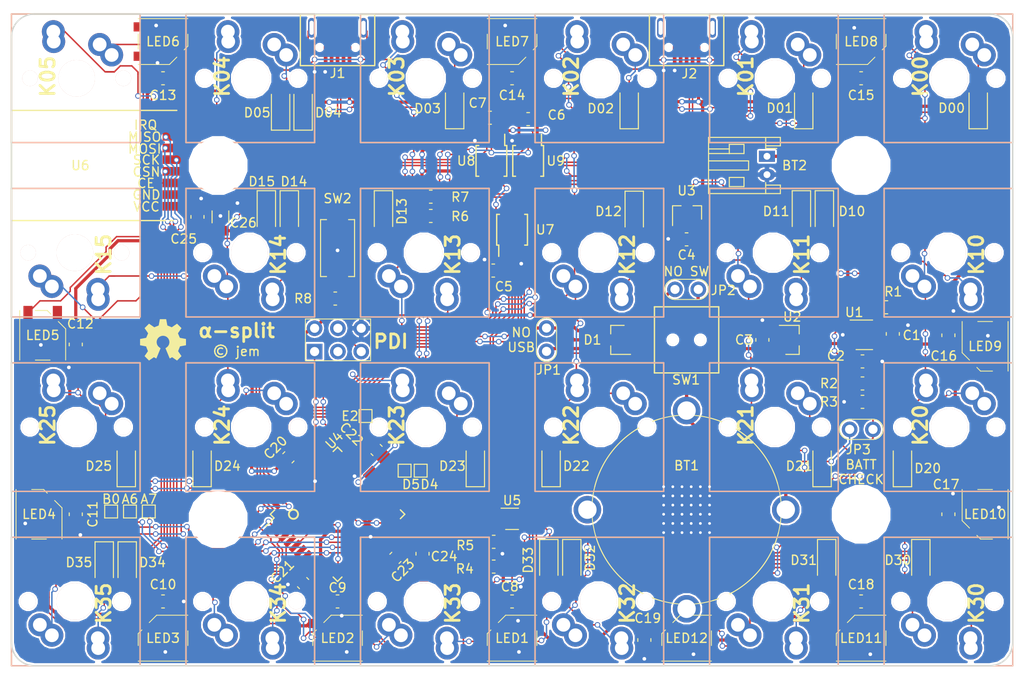
<source format=kicad_pcb>
(kicad_pcb (version 4) (host pcbnew 4.0.7)
  (layers (0 F.Cu signal) (31 B.Cu signal) (34 B.Paste user) (35 F.Paste user) (36 B.SilkS user) (37 F.SilkS user) (38 B.Mask user) (39 F.Mask user) (44 Edge.Cuts user))
  (net 0 "")
  (net 1 +5V)
  (net 2 GND)
  (net 3 /BAT_LVL)
  (net 4 VCC)
  (net 5 /ROW0)
  (net 6 /ROW1)
  (net 7 /ROW2)
  (net 8 /ROW3)
  (net 9 /PDI)
  (net 10 /RST)
  (net 11 /D4)
  (net 12 /D5)
  (net 13 /A6)
  (net 14 /A7)
  (net 15 "Net-(LED1-Pad2)")
  (net 16 "Net-(LED1-Pad4)")
  (net 17 "Net-(LED2-Pad2)")
  (net 18 "Net-(LED3-Pad2)")
  (net 19 "Net-(LED4-Pad2)")
  (net 20 "Net-(LED5-Pad2)")
  (net 21 "Net-(LED6-Pad2)")
  (net 22 "Net-(LED7-Pad2)")
  (net 23 "Net-(LED8-Pad2)")
  (net 24 "Net-(LED10-Pad4)")
  (net 25 "Net-(LED10-Pad2)")
  (net 26 "Net-(LED11-Pad2)")
  (net 27 /BAT_PROG)
  (net 28 /VBUS_CHECK)
  (net 29 /SDA)
  (net 30 /SCL)
  (net 31 /COL0)
  (net 32 /COL1)
  (net 33 /COL2)
  (net 34 /COL3)
  (net 35 /COL4)
  (net 36 /COL5)
  (net 37 /UNDER_LED)
  (net 38 /I2C_LEFT)
  (net 39 /I2C_RIGHT)
  (net 40 /USB_OE)
  (net 41 /CSN)
  (net 42 /MOSI)
  (net 43 /MISO)
  (net 44 /SCK)
  (net 45 /D-)
  (net 46 /D+)
  (net 47 /CE)
  (net 48 /IRQ)
  (net 49 /D+_L)
  (net 50 /D-_L)
  (net 51 /D+_R)
  (net 52 /D-_R)
  (net 53 +BATT)
  (net 54 "Net-(J1-Pad6)")
  (net 55 "Net-(J1-Pad4)")
  (net 56 "Net-(J2-Pad6)")
  (net 57 "Net-(J2-Pad4)")
  (net 58 /BAT_STAT)
  (net 59 "Net-(U9-Pad8)")
  (net 60 "Net-(U9-Pad9)")
  (net 61 /BATT_IN)
  (net 62 /BAT_LI_ION)
  (net 63 "Net-(SW1-Pad6)")
  (net 64 "Net-(SW1-Pad3)")
  (net 65 +3V3)
  (net 66 "Net-(J3-Pad3)")
  (net 67 "Net-(J3-Pad4)")
  (net 68 "Net-(LED12-Pad2)")
  (net 69 /E2)
  (net 70 /B0)
  (net 71 "Net-(D00-Pad2)")
  (net 72 "Net-(D01-Pad2)")
  (net 73 "Net-(D02-Pad2)")
  (net 74 "Net-(D03-Pad2)")
  (net 75 "Net-(D04-Pad2)")
  (net 76 "Net-(D05-Pad2)")
  (net 77 "Net-(D10-Pad2)")
  (net 78 "Net-(D11-Pad2)")
  (net 79 "Net-(D12-Pad2)")
  (net 80 "Net-(D13-Pad2)")
  (net 81 "Net-(D14-Pad2)")
  (net 82 "Net-(D15-Pad2)")
  (net 83 "Net-(D20-Pad2)")
  (net 84 "Net-(D21-Pad2)")
  (net 85 "Net-(D22-Pad2)")
  (net 86 "Net-(D23-Pad2)")
  (net 87 "Net-(D24-Pad2)")
  (net 88 "Net-(D25-Pad2)")
  (net 89 "Net-(D30-Pad2)")
  (net 90 "Net-(D31-Pad2)")
  (net 91 "Net-(D32-Pad2)")
  (net 92 "Net-(D33-Pad2)")
  (net 93 "Net-(D34-Pad2)")
  (net 94 "Net-(D35-Pad2)")
  (net 95 "Net-(U8-Pad8)")
  (net 96 "Net-(U8-Pad9)")
  (module switch_mx:Cherry_MX_Matias (layer B.Cu) (at 83 26)
    (fp_text reference K11 (at 3.05 0.2 270) (layer F.SilkS) (effects (font (thickness 0.3048))))
    (fp_text value K11 hide)
    (pad 1 thru_hole circle (at -2.6 3.683) (size 2.5 2.5) (drill 1.5) (layers *.Cu *.Mask) (net 32 /COL1))
    (pad 1 thru_hole circle (at -3.91 2.54) (size 2.5 2.5) (drill 1.5) (layers *.Cu *.Mask) (net 32 /COL1))
    (pad "" np_thru_hole circle (at -0.1 0) (size 4 4) (drill 4) (layers *.Cu *.Mask B.SilkS))
    (pad "" np_thru_hole circle (at 4.98 0) (size 1.7 1.7) (drill 1.7) (layers *.Cu *.Mask B.SilkS))
    (pad "" np_thru_hole circle (at -5.18 0) (size 1.7 1.7) (drill 1.7) (layers *.Cu *.Mask B.SilkS))
    (pad 2 thru_hole circle (at 2.44 5.08) (size 2.5 2.5) (drill 1.5) (layers *.Cu *.Mask) (net 78 "Net-(D11-Pad2)"))
    (pad 2 thru_hole circle (at 2.4 4) (size 2.5 2.5) (drill 1.5) (layers *.Cu *.Mask) (net 78 "Net-(D11-Pad2)"))
  )
  (module Conn_PinHeader_2.54mm:PinHeader_2x03_P2.54mm_Vertical (layer F.Cu) (at 33 36.775 90)
    (fp_text reference J3)
    (fp_text value PDI)
    (pad 1 thru_hole rect (at 0 0 90) (size 1.7 1.7) (drill 1) (layers *.Cu *.Mask) (net 9 /PDI))
    (pad 2 thru_hole oval (at 2.54 0 90) (size 1.7 1.7) (drill 1) (layers *.Cu *.Mask) (net 4 VCC))
    (pad 3 thru_hole oval (at 0 2.54 90) (size 1.7 1.7) (drill 1) (layers *.Cu *.Mask) (net 66 "Net-(J3-Pad3)"))
    (pad 4 thru_hole oval (at 2.54 2.54 90) (size 1.7 1.7) (drill 1) (layers *.Cu *.Mask) (net 67 "Net-(J3-Pad4)"))
    (pad 5 thru_hole oval (at 0 5.08 90) (size 1.7 1.7) (drill 1) (layers *.Cu *.Mask) (net 10 /RST))
    (pad 6 thru_hole oval (at 2.54 5.08 90) (size 1.7 1.7) (drill 1) (layers *.Cu *.Mask) (net 2 GND))
  )
  (module Package_QFP:TQFP-44_10x10mm_P0.8mm (layer F.Cu) (at 35.5 54.5 45)
    (fp_text reference U4 (at 5.444722 -5.939697 45) (layer F.SilkS))
    (fp_text value ATXMEGA-A4U-EPAD)
    (pad 1 smd rect (at -5.7 -4 45) (size 1.5 0.55) (layers F.Cu F.Paste F.Mask) (net 36 /COL5))
    (pad 2 smd rect (at -5.7 -3.2 45) (size 1.5 0.55) (layers F.Cu F.Paste F.Mask) (net 13 /A6))
    (pad 3 smd rect (at -5.7 -2.4 45) (size 1.5 0.55) (layers F.Cu F.Paste F.Mask) (net 14 /A7))
    (pad 4 smd rect (at -5.7 -1.6 45) (size 1.5 0.55) (layers F.Cu F.Paste F.Mask) (net 70 /B0))
    (pad 5 smd rect (at -5.7 -0.8 45) (size 1.5 0.55) (layers F.Cu F.Paste F.Mask) (net 3 /BAT_LVL))
    (pad 6 smd rect (at -5.7 0 45) (size 1.5 0.55) (layers F.Cu F.Paste F.Mask) (net 47 /CE))
    (pad 7 smd rect (at -5.7 0.8 45) (size 1.5 0.55) (layers F.Cu F.Paste F.Mask) (net 48 /IRQ))
    (pad 8 smd rect (at -5.7 1.6 45) (size 1.5 0.55) (layers F.Cu F.Paste F.Mask) (net 2 GND))
    (pad 9 smd rect (at -5.7 2.4 45) (size 1.5 0.55) (layers F.Cu F.Paste F.Mask) (net 4 VCC))
    (pad 10 smd rect (at -5.7 3.2 45) (size 1.5 0.55) (layers F.Cu F.Paste F.Mask) (net 37 /UNDER_LED))
    (pad 11 smd rect (at -5.7 4 45) (size 1.5 0.55) (layers F.Cu F.Paste F.Mask) (net 28 /VBUS_CHECK))
    (pad 12 smd rect (at -4 5.7 135) (size 1.5 0.55) (layers F.Cu F.Paste F.Mask) (net 27 /BAT_PROG))
    (pad 13 smd rect (at -3.2 5.7 135) (size 1.5 0.55) (layers F.Cu F.Paste F.Mask) (net 58 /BAT_STAT))
    (pad 14 smd rect (at -2.4 5.7 135) (size 1.5 0.55) (layers F.Cu F.Paste F.Mask) (net 41 /CSN))
    (pad 15 smd rect (at -1.6 5.7 135) (size 1.5 0.55) (layers F.Cu F.Paste F.Mask) (net 42 /MOSI))
    (pad 16 smd rect (at -0.8 5.7 135) (size 1.5 0.55) (layers F.Cu F.Paste F.Mask) (net 43 /MISO))
    (pad 17 smd rect (at 0 5.7 135) (size 1.5 0.55) (layers F.Cu F.Paste F.Mask) (net 44 /SCK))
    (pad 18 smd rect (at 0.8 5.7 135) (size 1.5 0.55) (layers F.Cu F.Paste F.Mask) (net 2 GND))
    (pad 19 smd rect (at 1.6 5.7 135) (size 1.5 0.55) (layers F.Cu F.Paste F.Mask) (net 4 VCC))
    (pad 20 smd rect (at 2.4 5.7 135) (size 1.5 0.55) (layers F.Cu F.Paste F.Mask) (net 8 /ROW3))
    (pad 21 smd rect (at 3.2 5.7 135) (size 1.5 0.55) (layers F.Cu F.Paste F.Mask) (net 7 /ROW2))
    (pad 22 smd rect (at 4 5.7 135) (size 1.5 0.55) (layers F.Cu F.Paste F.Mask) (net 5 /ROW0))
    (pad 23 smd rect (at 5.7 4 45) (size 1.5 0.55) (layers F.Cu F.Paste F.Mask) (net 6 /ROW1))
    (pad 24 smd rect (at 5.7 3.2 45) (size 1.5 0.55) (layers F.Cu F.Paste F.Mask) (net 11 /D4))
    (pad 25 smd rect (at 5.7 2.4 45) (size 1.5 0.55) (layers F.Cu F.Paste F.Mask) (net 12 /D5))
    (pad 26 smd rect (at 5.7 1.6 45) (size 1.5 0.55) (layers F.Cu F.Paste F.Mask) (net 45 /D-))
    (pad 27 smd rect (at 5.7 0.8 45) (size 1.5 0.55) (layers F.Cu F.Paste F.Mask) (net 46 /D+))
    (pad 28 smd rect (at 5.7 0 45) (size 1.5 0.55) (layers F.Cu F.Paste F.Mask) (net 29 /SDA))
    (pad 29 smd rect (at 5.7 -0.8 45) (size 1.5 0.55) (layers F.Cu F.Paste F.Mask) (net 30 /SCL))
    (pad 30 smd rect (at 5.7 -1.6 45) (size 1.5 0.55) (layers F.Cu F.Paste F.Mask) (net 2 GND))
    (pad 31 smd rect (at 5.7 -2.4 45) (size 1.5 0.55) (layers F.Cu F.Paste F.Mask) (net 4 VCC))
    (pad 32 smd rect (at 5.7 -3.2 45) (size 1.5 0.55) (layers F.Cu F.Paste F.Mask) (net 69 /E2))
    (pad 33 smd rect (at 5.7 -4 45) (size 1.5 0.55) (layers F.Cu F.Paste F.Mask) (net 39 /I2C_RIGHT))
    (pad 34 smd rect (at 4 -5.7 135) (size 1.5 0.55) (layers F.Cu F.Paste F.Mask) (net 9 /PDI))
    (pad 35 smd rect (at 3.2 -5.7 135) (size 1.5 0.55) (layers F.Cu F.Paste F.Mask) (net 10 /RST))
    (pad 36 smd rect (at 2.4 -5.7 135) (size 1.5 0.55) (layers F.Cu F.Paste F.Mask) (net 38 /I2C_LEFT))
    (pad 37 smd rect (at 1.6 -5.7 135) (size 1.5 0.55) (layers F.Cu F.Paste F.Mask) (net 40 /USB_OE))
    (pad 38 smd rect (at 0.8 -5.7 135) (size 1.5 0.55) (layers F.Cu F.Paste F.Mask) (net 2 GND))
    (pad 39 smd rect (at 0 -5.7 135) (size 1.5 0.55) (layers F.Cu F.Paste F.Mask) (net 4 VCC))
    (pad 40 smd rect (at -0.8 -5.7 135) (size 1.5 0.55) (layers F.Cu F.Paste F.Mask) (net 33 /COL2))
    (pad 41 smd rect (at -1.6 -5.7 135) (size 1.5 0.55) (layers F.Cu F.Paste F.Mask) (net 32 /COL1))
    (pad 42 smd rect (at -2.4 -5.7 135) (size 1.5 0.55) (layers F.Cu F.Paste F.Mask) (net 31 /COL0))
    (pad 43 smd rect (at -3.2 -5.7 135) (size 1.5 0.55) (layers F.Cu F.Paste F.Mask) (net 34 /COL3))
    (pad 44 smd rect (at -4 -5.7 135) (size 1.5 0.55) (layers F.Cu F.Paste F.Mask) (net 35 /COL4))
  )
  (module kicad_util:StitchVia_2x2_0.3mm (layer F.Cu) (at 71.5 56)
    (fp_text reference REF** hide)
    (fp_text value StitchVia_0.3mm hide)
    (pad 1 thru_hole circle (at -0.5 -0.5) (size 0.6 0.6) (drill 0.3) (layers *.Cu *.Mask) (net 2 GND))
    (pad 1 thru_hole circle (at 0.5 -0.5) (size 0.6 0.6) (drill 0.3) (layers *.Cu *.Mask) (net 2 GND))
    (pad 1 thru_hole circle (at -0.5 0.5) (size 0.6 0.6) (drill 0.3) (layers *.Cu *.Mask) (net 2 GND))
    (pad 1 thru_hole circle (at 0.5 0.5) (size 0.6 0.6) (drill 0.3) (layers *.Cu *.Mask) (net 2 GND))
  )
  (module kicad_util:StitchVia_2x2_0.3mm (layer F.Cu) (at 73.5 56)
    (fp_text reference REF** hide)
    (fp_text value StitchVia_0.3mm hide)
    (pad 1 thru_hole circle (at -0.5 -0.5) (size 0.6 0.6) (drill 0.3) (layers *.Cu *.Mask) (net 2 GND))
    (pad 1 thru_hole circle (at 0.5 -0.5) (size 0.6 0.6) (drill 0.3) (layers *.Cu *.Mask) (net 2 GND))
    (pad 1 thru_hole circle (at -0.5 0.5) (size 0.6 0.6) (drill 0.3) (layers *.Cu *.Mask) (net 2 GND))
    (pad 1 thru_hole circle (at 0.5 0.5) (size 0.6 0.6) (drill 0.3) (layers *.Cu *.Mask) (net 2 GND))
  )
  (module kicad_util:StitchVia_2x2_0.3mm (layer F.Cu) (at 75.5 56)
    (fp_text reference REF** hide)
    (fp_text value StitchVia_0.3mm hide)
    (pad 1 thru_hole circle (at -0.5 -0.5) (size 0.6 0.6) (drill 0.3) (layers *.Cu *.Mask) (net 2 GND))
    (pad 1 thru_hole circle (at 0.5 -0.5) (size 0.6 0.6) (drill 0.3) (layers *.Cu *.Mask) (net 2 GND))
    (pad 1 thru_hole circle (at -0.5 0.5) (size 0.6 0.6) (drill 0.3) (layers *.Cu *.Mask) (net 2 GND))
    (pad 1 thru_hole circle (at 0.5 0.5) (size 0.6 0.6) (drill 0.3) (layers *.Cu *.Mask) (net 2 GND))
  )
  (module kicad_util:StitchVia_2x2_0.3mm (layer F.Cu) (at 75.5 54)
    (fp_text reference REF** hide)
    (fp_text value StitchVia_0.3mm hide)
    (pad 1 thru_hole circle (at -0.5 -0.5) (size 0.6 0.6) (drill 0.3) (layers *.Cu *.Mask) (net 2 GND))
    (pad 1 thru_hole circle (at 0.5 -0.5) (size 0.6 0.6) (drill 0.3) (layers *.Cu *.Mask) (net 2 GND))
    (pad 1 thru_hole circle (at -0.5 0.5) (size 0.6 0.6) (drill 0.3) (layers *.Cu *.Mask) (net 2 GND))
    (pad 1 thru_hole circle (at 0.5 0.5) (size 0.6 0.6) (drill 0.3) (layers *.Cu *.Mask) (net 2 GND))
  )
  (module kicad_util:StitchVia_2x2_0.3mm (layer F.Cu) (at 75.5 52)
    (fp_text reference REF** hide)
    (fp_text value StitchVia_0.3mm hide)
    (pad 1 thru_hole circle (at -0.5 -0.5) (size 0.6 0.6) (drill 0.3) (layers *.Cu *.Mask) (net 2 GND))
    (pad 1 thru_hole circle (at 0.5 -0.5) (size 0.6 0.6) (drill 0.3) (layers *.Cu *.Mask) (net 2 GND))
    (pad 1 thru_hole circle (at -0.5 0.5) (size 0.6 0.6) (drill 0.3) (layers *.Cu *.Mask) (net 2 GND))
    (pad 1 thru_hole circle (at 0.5 0.5) (size 0.6 0.6) (drill 0.3) (layers *.Cu *.Mask) (net 2 GND))
  )
  (module kicad_util:StitchVia_2x2_0.3mm (layer F.Cu) (at 71.5 54)
    (fp_text reference REF** hide)
    (fp_text value StitchVia_0.3mm hide)
    (pad 1 thru_hole circle (at -0.5 -0.5) (size 0.6 0.6) (drill 0.3) (layers *.Cu *.Mask) (net 2 GND))
    (pad 1 thru_hole circle (at 0.5 -0.5) (size 0.6 0.6) (drill 0.3) (layers *.Cu *.Mask) (net 2 GND))
    (pad 1 thru_hole circle (at -0.5 0.5) (size 0.6 0.6) (drill 0.3) (layers *.Cu *.Mask) (net 2 GND))
    (pad 1 thru_hole circle (at 0.5 0.5) (size 0.6 0.6) (drill 0.3) (layers *.Cu *.Mask) (net 2 GND))
  )
  (module kicad_util:StitchVia_2x2_0.3mm (layer F.Cu) (at 73.5 52)
    (fp_text reference REF** hide)
    (fp_text value StitchVia_0.3mm hide)
    (pad 1 thru_hole circle (at -0.5 -0.5) (size 0.6 0.6) (drill 0.3) (layers *.Cu *.Mask) (net 2 GND))
    (pad 1 thru_hole circle (at 0.5 -0.5) (size 0.6 0.6) (drill 0.3) (layers *.Cu *.Mask) (net 2 GND))
    (pad 1 thru_hole circle (at -0.5 0.5) (size 0.6 0.6) (drill 0.3) (layers *.Cu *.Mask) (net 2 GND))
    (pad 1 thru_hole circle (at 0.5 0.5) (size 0.6 0.6) (drill 0.3) (layers *.Cu *.Mask) (net 2 GND))
  )
  (module kicad_util:StitchVia_2x2_0.3mm (layer F.Cu) (at 73.5 54)
    (fp_text reference REF** hide)
    (fp_text value StitchVia_0.3mm hide)
    (pad 1 thru_hole circle (at -0.5 -0.5) (size 0.6 0.6) (drill 0.3) (layers *.Cu *.Mask) (net 2 GND))
    (pad 1 thru_hole circle (at 0.5 -0.5) (size 0.6 0.6) (drill 0.3) (layers *.Cu *.Mask) (net 2 GND))
    (pad 1 thru_hole circle (at -0.5 0.5) (size 0.6 0.6) (drill 0.3) (layers *.Cu *.Mask) (net 2 GND))
    (pad 1 thru_hole circle (at 0.5 0.5) (size 0.6 0.6) (drill 0.3) (layers *.Cu *.Mask) (net 2 GND))
  )
  (module kicad_util:StitchVia_2x2_0.3mm (layer F.Cu) (at 71.5 52)
    (fp_text reference REF** hide)
    (fp_text value StitchVia_0.3mm hide)
    (pad 1 thru_hole circle (at -0.5 -0.5) (size 0.6 0.6) (drill 0.3) (layers *.Cu *.Mask) (net 2 GND))
    (pad 1 thru_hole circle (at 0.5 -0.5) (size 0.6 0.6) (drill 0.3) (layers *.Cu *.Mask) (net 2 GND))
    (pad 1 thru_hole circle (at -0.5 0.5) (size 0.6 0.6) (drill 0.3) (layers *.Cu *.Mask) (net 2 GND))
    (pad 1 thru_hole circle (at 0.5 0.5) (size 0.6 0.6) (drill 0.3) (layers *.Cu *.Mask) (net 2 GND))
  )
  (module Resistor_SMD:R_0805_2012Metric (layer F.Cu) (at 52.5 60.2 180)
    (fp_text reference R4 (at 3.15 -0.25 180) (layer F.SilkS))
    (fp_text value 100k)
    (pad 1 smd rect (at -0.955 0 180) (size 0.97 1.5) (layers F.Cu F.Paste F.Mask) (net 1 +5V))
    (pad 2 smd rect (at 0.955 0 180) (size 0.97 1.5) (layers F.Cu F.Paste F.Mask) (net 28 /VBUS_CHECK))
  )
  (module MountingHole:MountingHole_6mm (layer F.Cu) (at 22.5 55)
    (fp_text reference "" (at 0 -7) (layer F.SilkS))
    (fp_text value MountingHole_6mm)
    (pad 1 np_thru_hole circle (at 0 0) (size 6 6) (drill 6) (layers *.Cu *.Mask))
  )
  (module MountingHole:MountingHole_6mm (layer F.Cu) (at 22.5 16.5)
    (fp_text reference "" (at 0 -7) (layer F.SilkS))
    (fp_text value MountingHole_6mm)
    (pad 1 np_thru_hole circle (at 0 0) (size 6 6) (drill 6) (layers *.Cu *.Mask))
  )
  (module MountingHole:MountingHole_6mm (layer F.Cu) (at 92.5 54.5)
    (fp_text reference "" (at 0 -7) (layer F.SilkS))
    (fp_text value MountingHole_6mm)
    (pad 1 np_thru_hole circle (at 0 0) (size 6 6) (drill 6) (layers *.Cu *.Mask))
  )
  (module conn_usb:USB_Micro (layer F.Cu) (at 35.5 3.5 180)
    (fp_text reference J1 (at 0 -2.95 180) (layer F.SilkS))
    (fp_text value USB_OTG)
    (pad 6 smd rect (at -3.2 -0.25 180) (size 1.3 1) (layers F.Cu F.Paste F.Mask) (net 54 "Net-(J1-Pad6)"))
    (pad 6 smd rect (at 3.2 -0.25 180) (size 1.3 1) (layers F.Cu F.Paste F.Mask) (net 54 "Net-(J1-Pad6)"))
    (pad "" np_thru_hole circle (at -1.95 -0.14 180) (size 0.6 0.6) (drill 0.6) (layers *.Cu *.Mask))
    (pad 6 smd rect (at -1.15 2 180) (size 1.9 1.9) (layers F.Cu F.Paste F.Mask) (net 54 "Net-(J1-Pad6)"))
    (pad 6 thru_hole oval (at -2.825 2 180) (size 0.75 2.15) (drill oval 0.45 1.55) (layers *.Cu *.Mask) (net 54 "Net-(J1-Pad6)"))
    (pad 5 smd rect (at 1.3 -1.05 180) (size 0.4 2.1) (layers F.Cu F.Paste F.Mask) (net 2 GND))
    (pad 4 smd rect (at 0.65 -1.05 180) (size 0.4 2.1) (layers F.Cu F.Paste F.Mask) (net 55 "Net-(J1-Pad4)"))
    (pad 3 smd rect (at 0 -1.05 180) (size 0.4 2.1) (layers F.Cu F.Paste F.Mask) (net 49 /D+_L))
    (pad 2 smd rect (at -0.65 -1.05 180) (size 0.4 2.1) (layers F.Cu F.Paste F.Mask) (net 50 /D-_L))
    (pad 1 smd rect (at -1.3 -1.05 180) (size 0.4 2.1) (layers F.Cu F.Paste F.Mask) (net 1 +5V))
    (pad 6 thru_hole oval (at 2.825 2 180) (size 0.75 2.15) (drill oval 0.45 1.55) (layers *.Cu *.Mask) (net 54 "Net-(J1-Pad6)"))
    (pad 6 smd rect (at 1.15 2 180) (size 1.9 1.9) (layers F.Cu F.Paste F.Mask) (net 54 "Net-(J1-Pad6)"))
    (pad "" np_thru_hole circle (at 1.95 -0.14 180) (size 0.6 0.6) (drill 0.6) (layers *.Cu *.Mask))
  )
  (module conn_usb:USB_Micro (layer F.Cu) (at 73.5 3.5 180)
    (fp_text reference J2 (at -0.3 -3 180) (layer F.SilkS))
    (fp_text value USB_OTG)
    (pad 6 smd rect (at -3.2 -0.25 180) (size 1.3 1) (layers F.Cu F.Paste F.Mask) (net 56 "Net-(J2-Pad6)"))
    (pad 6 smd rect (at 3.2 -0.25 180) (size 1.3 1) (layers F.Cu F.Paste F.Mask) (net 56 "Net-(J2-Pad6)"))
    (pad "" np_thru_hole circle (at -1.95 -0.14 180) (size 0.6 0.6) (drill 0.6) (layers *.Cu *.Mask))
    (pad 6 smd rect (at -1.15 2 180) (size 1.9 1.9) (layers F.Cu F.Paste F.Mask) (net 56 "Net-(J2-Pad6)"))
    (pad 6 thru_hole oval (at -2.825 2 180) (size 0.75 2.15) (drill oval 0.45 1.55) (layers *.Cu *.Mask) (net 56 "Net-(J2-Pad6)"))
    (pad 5 smd rect (at 1.3 -1.05 180) (size 0.4 2.1) (layers F.Cu F.Paste F.Mask) (net 2 GND))
    (pad 4 smd rect (at 0.65 -1.05 180) (size 0.4 2.1) (layers F.Cu F.Paste F.Mask) (net 57 "Net-(J2-Pad4)"))
    (pad 3 smd rect (at 0 -1.05 180) (size 0.4 2.1) (layers F.Cu F.Paste F.Mask) (net 51 /D+_R))
    (pad 2 smd rect (at -0.65 -1.05 180) (size 0.4 2.1) (layers F.Cu F.Paste F.Mask) (net 52 /D-_R))
    (pad 1 smd rect (at -1.3 -1.05 180) (size 0.4 2.1) (layers F.Cu F.Paste F.Mask) (net 1 +5V))
    (pad 6 thru_hole oval (at 2.825 2 180) (size 0.75 2.15) (drill oval 0.45 1.55) (layers *.Cu *.Mask) (net 56 "Net-(J2-Pad6)"))
    (pad 6 smd rect (at 1.15 2 180) (size 1.9 1.9) (layers F.Cu F.Paste F.Mask) (net 56 "Net-(J2-Pad6)"))
    (pad "" np_thru_hole circle (at 1.95 -0.14 180) (size 0.6 0.6) (drill 0.6) (layers *.Cu *.Mask))
  )
  (module Package_TO_SOT_SMD:SOT-353_SC-70-5 (layer F.Cu) (at 54.5 55)
    (fp_text reference U5 (at 0 -2) (layer F.SilkS))
    (fp_text value 74LVC1G34)
    (pad 1 smd rect (at -0.95 -0.65) (size 0.65 0.4) (layers F.Cu F.Paste F.Mask))
    (pad 3 smd rect (at -0.95 0.65) (size 0.65 0.4) (layers F.Cu F.Paste F.Mask) (net 2 GND))
    (pad 2 smd rect (at -0.95 0) (size 0.65 0.4) (layers F.Cu F.Paste F.Mask) (net 37 /UNDER_LED))
    (pad 4 smd rect (at 0.95 0.65) (size 0.65 0.4) (layers F.Cu F.Paste F.Mask) (net 16 "Net-(LED1-Pad4)"))
    (pad 5 smd rect (at 0.95 -0.65) (size 0.65 0.4) (layers F.Cu F.Paste F.Mask) (net 1 +5V))
  )
  (module neopixel:WS2812B (layer F.Cu) (at 54.5 68)
    (fp_text reference LED1 (at 0 0) (layer F.SilkS))
    (fp_text value WS2812B)
    (pad 1 smd rect (at -2.45 -1.6) (size 1.5 1) (layers F.Cu F.Paste F.Mask) (net 1 +5V))
    (pad 4 smd rect (at 2.45 -1.6) (size 1.5 1) (layers F.Cu F.Paste F.Mask) (net 16 "Net-(LED1-Pad4)"))
    (pad 2 smd rect (at -2.45 1.6) (size 1.5 1) (layers F.Cu F.Paste F.Mask) (net 15 "Net-(LED1-Pad2)"))
    (pad 3 smd rect (at 2.45 1.6) (size 1.5 1) (layers F.Cu F.Paste F.Mask) (net 2 GND))
  )
  (module neopixel:WS2812B (layer F.Cu) (at 35.5 68)
    (fp_text reference LED2 (at 0 0) (layer F.SilkS))
    (fp_text value WS2812B)
    (pad 1 smd rect (at -2.45 -1.6) (size 1.5 1) (layers F.Cu F.Paste F.Mask) (net 1 +5V))
    (pad 4 smd rect (at 2.45 -1.6) (size 1.5 1) (layers F.Cu F.Paste F.Mask) (net 15 "Net-(LED1-Pad2)"))
    (pad 2 smd rect (at -2.45 1.6) (size 1.5 1) (layers F.Cu F.Paste F.Mask) (net 17 "Net-(LED2-Pad2)"))
    (pad 3 smd rect (at 2.45 1.6) (size 1.5 1) (layers F.Cu F.Paste F.Mask) (net 2 GND))
  )
  (module neopixel:WS2812B (layer F.Cu) (at 16.5 68)
    (fp_text reference LED3 (at 0 0) (layer F.SilkS))
    (fp_text value WS2812B)
    (pad 1 smd rect (at -2.45 -1.6) (size 1.5 1) (layers F.Cu F.Paste F.Mask) (net 1 +5V))
    (pad 4 smd rect (at 2.45 -1.6) (size 1.5 1) (layers F.Cu F.Paste F.Mask) (net 17 "Net-(LED2-Pad2)"))
    (pad 2 smd rect (at -2.45 1.6) (size 1.5 1) (layers F.Cu F.Paste F.Mask) (net 18 "Net-(LED3-Pad2)"))
    (pad 3 smd rect (at 2.45 1.6) (size 1.5 1) (layers F.Cu F.Paste F.Mask) (net 2 GND))
  )
  (module neopixel:WS2812B (layer F.Cu) (at 3 54.5 270)
    (fp_text reference LED4 (at 0 0 360) (layer F.SilkS))
    (fp_text value WS2812B)
    (pad 1 smd rect (at -2.45 -1.6 270) (size 1.5 1) (layers F.Cu F.Paste F.Mask) (net 1 +5V))
    (pad 4 smd rect (at 2.45 -1.6 270) (size 1.5 1) (layers F.Cu F.Paste F.Mask) (net 18 "Net-(LED3-Pad2)"))
    (pad 2 smd rect (at -2.45 1.6 270) (size 1.5 1) (layers F.Cu F.Paste F.Mask) (net 19 "Net-(LED4-Pad2)"))
    (pad 3 smd rect (at 2.45 1.6 270) (size 1.5 1) (layers F.Cu F.Paste F.Mask) (net 2 GND))
  )
  (module neopixel:WS2812B (layer F.Cu) (at 3.4 35 270)
    (fp_text reference LED5 (at 0 0 360) (layer F.SilkS))
    (fp_text value WS2812B)
    (pad 1 smd rect (at -2.45 -1.6 270) (size 1.5 1) (layers F.Cu F.Paste F.Mask) (net 1 +5V))
    (pad 4 smd rect (at 2.45 -1.6 270) (size 1.5 1) (layers F.Cu F.Paste F.Mask) (net 19 "Net-(LED4-Pad2)"))
    (pad 2 smd rect (at -2.45 1.6 270) (size 1.5 1) (layers F.Cu F.Paste F.Mask) (net 20 "Net-(LED5-Pad2)"))
    (pad 3 smd rect (at 2.45 1.6 270) (size 1.5 1) (layers F.Cu F.Paste F.Mask) (net 2 GND))
  )
  (module neopixel:WS2812B (layer F.Cu) (at 16.5 3 180)
    (fp_text reference LED6 (at 0 0 180) (layer F.SilkS))
    (fp_text value WS2812B)
    (pad 1 smd rect (at -2.45 -1.6 180) (size 1.5 1) (layers F.Cu F.Paste F.Mask) (net 1 +5V))
    (pad 4 smd rect (at 2.45 -1.6 180) (size 1.5 1) (layers F.Cu F.Paste F.Mask) (net 20 "Net-(LED5-Pad2)"))
    (pad 2 smd rect (at -2.45 1.6 180) (size 1.5 1) (layers F.Cu F.Paste F.Mask) (net 21 "Net-(LED6-Pad2)"))
    (pad 3 smd rect (at 2.45 1.6 180) (size 1.5 1) (layers F.Cu F.Paste F.Mask) (net 2 GND))
  )
  (module neopixel:WS2812B (layer F.Cu) (at 54.5 3 180)
    (fp_text reference LED7 (at 0 0 180) (layer F.SilkS))
    (fp_text value WS2812B)
    (pad 1 smd rect (at -2.45 -1.6 180) (size 1.5 1) (layers F.Cu F.Paste F.Mask) (net 1 +5V))
    (pad 4 smd rect (at 2.45 -1.6 180) (size 1.5 1) (layers F.Cu F.Paste F.Mask) (net 21 "Net-(LED6-Pad2)"))
    (pad 2 smd rect (at -2.45 1.6 180) (size 1.5 1) (layers F.Cu F.Paste F.Mask) (net 22 "Net-(LED7-Pad2)"))
    (pad 3 smd rect (at 2.45 1.6 180) (size 1.5 1) (layers F.Cu F.Paste F.Mask) (net 2 GND))
  )
  (module neopixel:WS2812B (layer F.Cu) (at 92.5 3 180)
    (fp_text reference LED8 (at 0 0 180) (layer F.SilkS))
    (fp_text value WS2812B)
    (pad 1 smd rect (at -2.45 -1.6 180) (size 1.5 1) (layers F.Cu F.Paste F.Mask) (net 1 +5V))
    (pad 4 smd rect (at 2.45 -1.6 180) (size 1.5 1) (layers F.Cu F.Paste F.Mask) (net 22 "Net-(LED7-Pad2)"))
    (pad 2 smd rect (at -2.45 1.6 180) (size 1.5 1) (layers F.Cu F.Paste F.Mask) (net 23 "Net-(LED8-Pad2)"))
    (pad 3 smd rect (at 2.45 1.6 180) (size 1.5 1) (layers F.Cu F.Paste F.Mask) (net 2 GND))
  )
  (module neopixel:WS2812B (layer F.Cu) (at 106 36.2 90)
    (fp_text reference LED9 (at 0 0 360) (layer F.SilkS))
    (fp_text value WS2812B)
    (pad 1 smd rect (at -2.45 -1.6 90) (size 1.5 1) (layers F.Cu F.Paste F.Mask) (net 1 +5V))
    (pad 4 smd rect (at 2.45 -1.6 90) (size 1.5 1) (layers F.Cu F.Paste F.Mask) (net 23 "Net-(LED8-Pad2)"))
    (pad 2 smd rect (at -2.45 1.6 90) (size 1.5 1) (layers F.Cu F.Paste F.Mask) (net 24 "Net-(LED10-Pad4)"))
    (pad 3 smd rect (at 2.45 1.6 90) (size 1.5 1) (layers F.Cu F.Paste F.Mask) (net 2 GND))
  )
  (module neopixel:WS2812B (layer F.Cu) (at 106 54.5 90)
    (fp_text reference LED10 (at 0 0 180) (layer F.SilkS))
    (fp_text value WS2812B)
    (pad 1 smd rect (at -2.45 -1.6 90) (size 1.5 1) (layers F.Cu F.Paste F.Mask) (net 1 +5V))
    (pad 4 smd rect (at 2.45 -1.6 90) (size 1.5 1) (layers F.Cu F.Paste F.Mask) (net 24 "Net-(LED10-Pad4)"))
    (pad 2 smd rect (at -2.45 1.6 90) (size 1.5 1) (layers F.Cu F.Paste F.Mask) (net 25 "Net-(LED10-Pad2)"))
    (pad 3 smd rect (at 2.45 1.6 90) (size 1.5 1) (layers F.Cu F.Paste F.Mask) (net 2 GND))
  )
  (module neopixel:WS2812B (layer F.Cu) (at 92.5 68)
    (fp_text reference LED11 (at 0 0) (layer F.SilkS))
    (fp_text value WS2812B)
    (pad 1 smd rect (at -2.45 -1.6) (size 1.5 1) (layers F.Cu F.Paste F.Mask) (net 1 +5V))
    (pad 4 smd rect (at 2.45 -1.6) (size 1.5 1) (layers F.Cu F.Paste F.Mask) (net 25 "Net-(LED10-Pad2)"))
    (pad 2 smd rect (at -2.45 1.6) (size 1.5 1) (layers F.Cu F.Paste F.Mask) (net 26 "Net-(LED11-Pad2)"))
    (pad 3 smd rect (at 2.45 1.6) (size 1.5 1) (layers F.Cu F.Paste F.Mask) (net 2 GND))
  )
  (module neopixel:WS2812B (layer F.Cu) (at 73.5 68)
    (fp_text reference LED12 (at 0 0) (layer F.SilkS))
    (fp_text value WS2812B)
    (pad 1 smd rect (at -2.45 -1.6) (size 1.5 1) (layers F.Cu F.Paste F.Mask) (net 1 +5V))
    (pad 4 smd rect (at 2.45 -1.6) (size 1.5 1) (layers F.Cu F.Paste F.Mask) (net 26 "Net-(LED11-Pad2)"))
    (pad 2 smd rect (at -2.45 1.6) (size 1.5 1) (layers F.Cu F.Paste F.Mask) (net 68 "Net-(LED12-Pad2)"))
    (pad 3 smd rect (at 2.45 1.6) (size 1.5 1) (layers F.Cu F.Paste F.Mask) (net 2 GND))
  )
  (module Package_TO_SOT_SMD:SOT-23 (layer F.Cu) (at 66 35.5 180)
    (fp_text reference D1 (at 2.75 0 180) (layer F.SilkS))
    (fp_text value D_Schottky_x2_KCom_AAK)
    (pad 1 smd rect (at -1 -0.95 180) (size 0.9 0.8) (layers F.Cu F.Paste F.Mask) (net 53 +BATT))
    (pad 2 smd rect (at -1 0.95 180) (size 0.9 0.8) (layers F.Cu F.Paste F.Mask) (net 65 +3V3))
    (pad 3 smd rect (at 1 0 180) (size 0.9 0.8) (layers F.Cu F.Paste F.Mask) (net 4 VCC))
  )
  (module Package_TO_SOT_SMD:SOT-23-5 (layer F.Cu) (at 92.85 34.95)
    (fp_text reference U1 (at -1.1 -2.45) (layer F.SilkS))
    (fp_text value MCP73831)
    (pad 1 smd rect (at -1.1 -0.95) (size 1.06 0.65) (layers F.Cu F.Paste F.Mask) (net 58 /BAT_STAT))
    (pad 2 smd rect (at -1.1 0) (size 1.06 0.65) (layers F.Cu F.Paste F.Mask) (net 2 GND))
    (pad 3 smd rect (at -1.1 0.95) (size 1.06 0.65) (layers F.Cu F.Paste F.Mask) (net 62 /BAT_LI_ION))
    (pad 4 smd rect (at 1.1 0.95) (size 1.06 0.65) (layers F.Cu F.Paste F.Mask) (net 1 +5V))
    (pad 5 smd rect (at 1.1 -0.95) (size 1.06 0.65) (layers F.Cu F.Paste F.Mask) (net 27 /BAT_PROG))
  )
  (module Package_TO_SOT_SMD:SOT-23 (layer F.Cu) (at 85 35.5)
    (fp_text reference U2 (at 0 -2.5) (layer F.SilkS))
    (fp_text value "MCP1700 (3.0V)")
    (pad 1 smd rect (at -1 -0.95) (size 0.9 0.8) (layers F.Cu F.Paste F.Mask) (net 2 GND))
    (pad 2 smd rect (at -1 0.95) (size 0.9 0.8) (layers F.Cu F.Paste F.Mask) (net 61 /BATT_IN))
    (pad 3 smd rect (at 1 0) (size 0.9 0.8) (layers F.Cu F.Paste F.Mask) (net 62 /BAT_LI_ION))
  )
  (module Package_TO_SOT_SMD:SOT-23 (layer F.Cu) (at 73.55 21.65 90)
    (fp_text reference U3 (at 2.4 -0.05 180) (layer F.SilkS))
    (fp_text value "MCP1700 (3.3V)")
    (pad 1 smd rect (at -1 -0.95 90) (size 0.9 0.8) (layers F.Cu F.Paste F.Mask) (net 2 GND))
    (pad 2 smd rect (at -1 0.95 90) (size 0.9 0.8) (layers F.Cu F.Paste F.Mask) (net 65 +3V3))
    (pad 3 smd rect (at 1 0 90) (size 0.9 0.8) (layers F.Cu F.Paste F.Mask) (net 1 +5V))
  )
  (module nordic:NRF24L01-Module-SMD (layer F.Cu) (at 17 16.5)
    (fp_text reference U6 (at -9.5 0) (layer F.SilkS))
    (fp_text value nRF24L01_module)
    (fp_text user IRQ (at -2.4 -4.4) (layer F.SilkS))
    (fp_text user MISO (at -2.5 -3.1) (layer F.SilkS))
    (fp_text user MOSI (at -2.5 -1.8) (layer F.SilkS))
    (fp_text user SCK (at -2.3 -0.6) (layer F.SilkS))
    (fp_text user CSN (at -2.3 0.7) (layer F.SilkS))
    (fp_text user CE (at -2.35 1.95) (layer F.SilkS))
    (fp_text user GND (at -2.3 3.2) (layer F.SilkS))
    (fp_text user VCC (at -2.3 4.5) (layer F.SilkS))
    (pad 8 smd rect (at 0 -4.445) (size 2 0.95) (drill (offset 0.45 0)) (layers F.Cu F.Paste F.Mask) (net 48 /IRQ))
    (pad 7 smd rect (at 0 -3.175) (size 2 0.95) (drill (offset 0.45 0)) (layers F.Cu F.Paste F.Mask) (net 43 /MISO))
    (pad 6 smd rect (at 0 -1.905) (size 2 0.95) (drill (offset 0.45 0)) (layers F.Cu F.Paste F.Mask) (net 42 /MOSI))
    (pad 5 smd rect (at 0 -0.635) (size 2 0.95) (drill (offset 0.45 0)) (layers F.Cu F.Paste F.Mask) (net 44 /SCK))
    (pad 4 smd rect (at 0 0.635) (size 2 0.95) (drill (offset 0.45 0)) (layers F.Cu F.Paste F.Mask) (net 41 /CSN))
    (pad 3 smd rect (at 0 1.905) (size 2 0.95) (drill (offset 0.45 0)) (layers F.Cu F.Paste F.Mask) (net 47 /CE))
    (pad 2 smd rect (at 0 3.175) (size 2 0.95) (drill (offset 0.45 0)) (layers F.Cu F.Paste F.Mask) (net 2 GND))
    (pad 1 smd rect (at 0 4.445) (size 2 0.95) (drill (offset 0.45 0)) (layers F.Cu F.Paste F.Mask) (net 4 VCC))
  )
  (module Conn_JST:JST_PH_S2B-PH-K_1x02_P2.00mm_Horizontal (layer F.Cu) (at 82.25 15.5 270)
    (fp_text reference BT2 (at 1 -3 360) (layer F.SilkS))
    (fp_text value Battery_Cell)
    (pad 1 thru_hole rect (at 0 0 270) (size 1.2 1.75) (drill 0.75) (layers *.Cu *.Mask) (net 62 /BAT_LI_ION))
    (pad 2 thru_hole oval (at 2 0 270) (size 1.2 1.75) (drill 0.75) (layers *.Cu *.Mask) (net 2 GND))
  )
  (module Button_Switch_SMD:SW_SPST_EVQPE1 (layer F.Cu) (at 35.5 25.5 90)
    (fp_text reference SW2 (at 5.4 0 180) (layer F.SilkS))
    (fp_text value RST_SW)
    (pad 2 smd rect (at 2.7 0 90) (size 2 1.6) (layers F.Cu F.Paste F.Mask) (net 2 GND))
    (pad 1 smd rect (at -2.7 0 90) (size 2 1.6) (layers F.Cu F.Paste F.Mask) (net 10 /RST))
  )
  (module Package_SSOP:MSOP-10_3x3mm_P0.5mm (layer F.Cu) (at 54.5 23.5 90)
    (fp_text reference U7 (at 0 3.6 180) (layer F.SilkS))
    (fp_text value FSUSB42)
    (pad 1 smd rect (at -2.2 -1 90) (size 1.4 0.3) (layers F.Cu F.Paste F.Mask) (net 65 +3V3))
    (pad 2 smd rect (at -2.2 -0.5 90) (size 1.4 0.3) (layers F.Cu F.Paste F.Mask) (net 38 /I2C_LEFT))
    (pad 3 smd rect (at -2.2 0 90) (size 1.4 0.3) (layers F.Cu F.Paste F.Mask) (net 46 /D+))
    (pad 4 smd rect (at -2.2 0.5 90) (size 1.4 0.3) (layers F.Cu F.Paste F.Mask) (net 45 /D-))
    (pad 5 smd rect (at -2.2 1 90) (size 1.4 0.3) (layers F.Cu F.Paste F.Mask) (net 2 GND))
    (pad 6 smd rect (at 2.2 1 90) (size 1.4 0.3) (layers F.Cu F.Paste F.Mask) (net 52 /D-_R))
    (pad 7 smd rect (at 2.2 0.5 90) (size 1.4 0.3) (layers F.Cu F.Paste F.Mask) (net 51 /D+_R))
    (pad 8 smd rect (at 2.2 0 90) (size 1.4 0.3) (layers F.Cu F.Paste F.Mask) (net 50 /D-_L))
    (pad 9 smd rect (at 2.2 -0.5 90) (size 1.4 0.3) (layers F.Cu F.Paste F.Mask) (net 49 /D+_L))
    (pad 10 smd rect (at 2.2 -1 90) (size 1.4 0.3) (layers F.Cu F.Paste F.Mask) (net 40 /USB_OE))
  )
  (module Capacitor_SMD:C_0805_2012Metric (layer F.Cu) (at 95.95 34.85 90)
    (fp_text reference C1 (at -0.15 2.05 180) (layer F.SilkS))
    (fp_text value 4.7uF)
    (pad 1 smd rect (at -0.955 0 90) (size 0.97 1.5) (layers F.Cu F.Paste F.Mask) (net 1 +5V))
    (pad 2 smd rect (at 0.955 0 90) (size 0.97 1.5) (layers F.Cu F.Paste F.Mask) (net 2 GND))
  )
  (module Capacitor_SMD:C_0805_2012Metric (layer F.Cu) (at 92.65 37.85)
    (fp_text reference C2 (at -2.9 -0.6) (layer F.SilkS))
    (fp_text value 4.7uF)
    (pad 1 smd rect (at -0.955 0) (size 0.97 1.5) (layers F.Cu F.Paste F.Mask) (net 62 /BAT_LI_ION))
    (pad 2 smd rect (at 0.955 0) (size 0.97 1.5) (layers F.Cu F.Paste F.Mask) (net 2 GND))
  )
  (module Capacitor_SMD:C_0805_2012Metric (layer F.Cu) (at 81.75 35.5 270)
    (fp_text reference C3 (at 0 2 360) (layer F.SilkS))
    (fp_text value 1uF)
    (pad 1 smd rect (at -0.955 0 270) (size 0.97 1.5) (layers F.Cu F.Paste F.Mask) (net 2 GND))
    (pad 2 smd rect (at 0.955 0 270) (size 0.97 1.5) (layers F.Cu F.Paste F.Mask) (net 61 /BATT_IN))
  )
  (module Capacitor_SMD:C_0805_2012Metric (layer F.Cu) (at 73.5 24.55)
    (fp_text reference C4 (at 0 1.7) (layer F.SilkS))
    (fp_text value 1uF)
    (pad 1 smd rect (at -0.955 0) (size 0.97 1.5) (layers F.Cu F.Paste F.Mask) (net 2 GND))
    (pad 2 smd rect (at 0.955 0) (size 0.97 1.5) (layers F.Cu F.Paste F.Mask) (net 65 +3V3))
  )
  (module Capacitor_SMD:C_0805_2012Metric (layer F.Cu) (at 54.5 64)
    (fp_text reference C8 (at -0.25 -1.6) (layer F.SilkS))
    (fp_text value 0.1uF)
    (pad 1 smd rect (at -0.955 0) (size 0.97 1.5) (layers F.Cu F.Paste F.Mask) (net 1 +5V))
    (pad 2 smd rect (at 0.955 0) (size 0.97 1.5) (layers F.Cu F.Paste F.Mask) (net 2 GND))
  )
  (module Capacitor_SMD:C_0805_2012Metric (layer F.Cu) (at 35.5 64)
    (fp_text reference C9 (at 0 -1.5) (layer F.SilkS))
    (fp_text value 0.1uF)
    (pad 1 smd rect (at -0.955 0) (size 0.97 1.5) (layers F.Cu F.Paste F.Mask) (net 1 +5V))
    (pad 2 smd rect (at 0.955 0) (size 0.97 1.5) (layers F.Cu F.Paste F.Mask) (net 2 GND))
  )
  (module Capacitor_SMD:C_0805_2012Metric (layer F.Cu) (at 31.75 62 315)
    (fp_text reference C21 (at -2.474874 0.707107 405) (layer F.SilkS))
    (fp_text value 0.1uF)
    (pad 1 smd rect (at -0.955 0 315) (size 0.97 1.5) (layers F.Cu F.Paste F.Mask) (net 2 GND))
    (pad 2 smd rect (at 0.955 0 315) (size 0.97 1.5) (layers F.Cu F.Paste F.Mask) (net 4 VCC))
  )
  (module Capacitor_SMD:C_0805_2012Metric (layer F.Cu) (at 30.15 48.3 225)
    (fp_text reference C20 (at 0.247487 1.732412 225) (layer F.SilkS))
    (fp_text value 0.1uF)
    (pad 1 smd rect (at -0.955 0 225) (size 0.97 1.5) (layers F.Cu F.Paste F.Mask) (net 2 GND))
    (pad 2 smd rect (at 0.955 0 225) (size 0.97 1.5) (layers F.Cu F.Paste F.Mask) (net 4 VCC))
  )
  (module Capacitor_SMD:C_0805_2012Metric (layer F.Cu) (at 39.75 47.5 135)
    (fp_text reference C22 (at 3.181981 -0.707107 135) (layer F.SilkS))
    (fp_text value 0.1uF)
    (pad 1 smd rect (at -0.955 0 135) (size 0.97 1.5) (layers F.Cu F.Paste F.Mask) (net 2 GND))
    (pad 2 smd rect (at 0.955 0 135) (size 0.97 1.5) (layers F.Cu F.Paste F.Mask) (net 4 VCC))
  )
  (module Capacitor_SMD:C_0805_2012Metric (layer F.Cu) (at 16.5 64)
    (fp_text reference C10 (at 0 -1.85) (layer F.SilkS))
    (fp_text value 0.1uF)
    (pad 1 smd rect (at -0.955 0) (size 0.97 1.5) (layers F.Cu F.Paste F.Mask) (net 1 +5V))
    (pad 2 smd rect (at 0.955 0) (size 0.97 1.5) (layers F.Cu F.Paste F.Mask) (net 2 GND))
  )
  (module Capacitor_SMD:C_0805_2012Metric (layer F.Cu) (at 7 54.5 270)
    (fp_text reference C11 (at 0 -1.85 270) (layer F.SilkS))
    (fp_text value 0.1uF)
    (pad 1 smd rect (at -0.955 0 270) (size 0.97 1.5) (layers F.Cu F.Paste F.Mask) (net 1 +5V))
    (pad 2 smd rect (at 0.955 0 270) (size 0.97 1.5) (layers F.Cu F.Paste F.Mask) (net 2 GND))
  )
  (module Capacitor_SMD:C_0805_2012Metric (layer F.Cu) (at 7 36 270)
    (fp_text reference C12 (at -2.25 -0.5 540) (layer F.SilkS))
    (fp_text value 0.1uF)
    (pad 1 smd rect (at -0.955 0 270) (size 0.97 1.5) (layers F.Cu F.Paste F.Mask) (net 1 +5V))
    (pad 2 smd rect (at 0.955 0 270) (size 0.97 1.5) (layers F.Cu F.Paste F.Mask) (net 2 GND))
  )
  (module Capacitor_SMD:C_0805_2012Metric (layer F.Cu) (at 16.5 7 180)
    (fp_text reference C13 (at 0 -1.85 180) (layer F.SilkS))
    (fp_text value 0.1uF)
    (pad 1 smd rect (at -0.955 0 180) (size 0.97 1.5) (layers F.Cu F.Paste F.Mask) (net 1 +5V))
    (pad 2 smd rect (at 0.955 0 180) (size 0.97 1.5) (layers F.Cu F.Paste F.Mask) (net 2 GND))
  )
  (module Capacitor_SMD:C_0805_2012Metric (layer F.Cu) (at 54.5 7 180)
    (fp_text reference C14 (at 0 -1.85 180) (layer F.SilkS))
    (fp_text value 0.1uF)
    (pad 1 smd rect (at -0.955 0 180) (size 0.97 1.5) (layers F.Cu F.Paste F.Mask) (net 1 +5V))
    (pad 2 smd rect (at 0.955 0 180) (size 0.97 1.5) (layers F.Cu F.Paste F.Mask) (net 2 GND))
  )
  (module Capacitor_SMD:C_0805_2012Metric (layer F.Cu) (at 41.8 59.25 45)
    (fp_text reference C23 (at -0.424264 1.555635 45) (layer F.SilkS))
    (fp_text value 0.1uF)
    (pad 1 smd rect (at -0.955 0 45) (size 0.97 1.5) (layers F.Cu F.Paste F.Mask) (net 2 GND))
    (pad 2 smd rect (at 0.955 0 45) (size 0.97 1.5) (layers F.Cu F.Paste F.Mask) (net 4 VCC))
  )
  (module Capacitor_SMD:C_0805_2012Metric (layer F.Cu) (at 44.75 58.8 90)
    (fp_text reference C24 (at -0.3 2.35 180) (layer F.SilkS))
    (fp_text value 10uF)
    (pad 1 smd rect (at -0.955 0 90) (size 0.97 1.5) (layers F.Cu F.Paste F.Mask) (net 2 GND))
    (pad 2 smd rect (at 0.955 0 90) (size 0.97 1.5) (layers F.Cu F.Paste F.Mask) (net 4 VCC))
  )
  (module Capacitor_SMD:C_0805_2012Metric (layer F.Cu) (at 92.5 7 180)
    (fp_text reference C15 (at 0 -1.85 180) (layer F.SilkS))
    (fp_text value 0.1uF)
    (pad 1 smd rect (at -0.955 0 180) (size 0.97 1.5) (layers F.Cu F.Paste F.Mask) (net 1 +5V))
    (pad 2 smd rect (at 0.955 0 180) (size 0.97 1.5) (layers F.Cu F.Paste F.Mask) (net 2 GND))
  )
  (module Capacitor_SMD:C_0805_2012Metric (layer F.Cu) (at 102 35 90)
    (fp_text reference C16 (at -2.25 -0.5 180) (layer F.SilkS))
    (fp_text value 0.1uF)
    (pad 1 smd rect (at -0.955 0 90) (size 0.97 1.5) (layers F.Cu F.Paste F.Mask) (net 1 +5V))
    (pad 2 smd rect (at 0.955 0 90) (size 0.97 1.5) (layers F.Cu F.Paste F.Mask) (net 2 GND))
  )
  (module Capacitor_SMD:C_0805_2012Metric (layer F.Cu) (at 102 54.5 90)
    (fp_text reference C17 (at 3.25 -0.25 180) (layer F.SilkS))
    (fp_text value 0.1uF)
    (pad 1 smd rect (at -0.955 0 90) (size 0.97 1.5) (layers F.Cu F.Paste F.Mask) (net 1 +5V))
    (pad 2 smd rect (at 0.955 0 90) (size 0.97 1.5) (layers F.Cu F.Paste F.Mask) (net 2 GND))
  )
  (module Capacitor_SMD:C_0805_2012Metric (layer F.Cu) (at 92.5 64)
    (fp_text reference C18 (at 0 -1.85) (layer F.SilkS))
    (fp_text value 0.1uF)
    (pad 1 smd rect (at -0.955 0) (size 0.97 1.5) (layers F.Cu F.Paste F.Mask) (net 1 +5V))
    (pad 2 smd rect (at 0.955 0) (size 0.97 1.5) (layers F.Cu F.Paste F.Mask) (net 2 GND))
  )
  (module Capacitor_SMD:C_0805_2012Metric (layer F.Cu) (at 68.9 68.2 270)
    (fp_text reference C19 (at -2.375 -0.375 360) (layer F.SilkS))
    (fp_text value 0.1uF)
    (pad 1 smd rect (at -0.955 0 270) (size 0.97 1.5) (layers F.Cu F.Paste F.Mask) (net 1 +5V))
    (pad 2 smd rect (at 0.955 0 270) (size 0.97 1.5) (layers F.Cu F.Paste F.Mask) (net 2 GND))
  )
  (module Capacitor_SMD:C_0805_2012Metric (layer F.Cu) (at 52.45 27.95 180)
    (fp_text reference C5 (at -1.15 -1.75 180) (layer F.SilkS))
    (fp_text value 0.1uF)
    (pad 1 smd rect (at -0.955 0 180) (size 0.97 1.5) (layers F.Cu F.Paste F.Mask) (net 65 +3V3))
    (pad 2 smd rect (at 0.955 0 180) (size 0.97 1.5) (layers F.Cu F.Paste F.Mask) (net 2 GND))
  )
  (module Capacitor_SMD:C_0805_2012Metric (layer F.Cu) (at 56.25 11.45 180)
    (fp_text reference C6 (at -3.1 0.45 180) (layer F.SilkS))
    (fp_text value 0.1uF)
    (pad 1 smd rect (at -0.955 0 180) (size 0.97 1.5) (layers F.Cu F.Paste F.Mask) (net 65 +3V3))
    (pad 2 smd rect (at 0.955 0 180) (size 0.97 1.5) (layers F.Cu F.Paste F.Mask) (net 2 GND))
  )
  (module Resistor_SMD:R_0805_2012Metric (layer F.Cu) (at 95.25 31.95)
    (fp_text reference R1 (at 0.75 -1.7) (layer F.SilkS))
    (fp_text value 10k)
    (pad 1 smd rect (at -0.955 0) (size 0.97 1.5) (layers F.Cu F.Paste F.Mask) (net 27 /BAT_PROG))
    (pad 2 smd rect (at 0.955 0) (size 0.97 1.5) (layers F.Cu F.Paste F.Mask) (net 2 GND))
  )
  (module Resistor_SMD:R_0805_2012Metric (layer F.Cu) (at 92.65 40.25)
    (fp_text reference R2 (at -3.65 0) (layer F.SilkS))
    (fp_text value 470k)
    (pad 1 smd rect (at -0.955 0) (size 0.97 1.5) (layers F.Cu F.Paste F.Mask) (net 62 /BAT_LI_ION))
    (pad 2 smd rect (at 0.955 0) (size 0.97 1.5) (layers F.Cu F.Paste F.Mask) (net 3 /BAT_LVL))
  )
  (module Resistor_SMD:R_0805_2012Metric (layer F.Cu) (at 92.65 42.25 180)
    (fp_text reference R3 (at 3.65 0 180) (layer F.SilkS))
    (fp_text value 470k)
    (pad 1 smd rect (at -0.955 0 180) (size 0.97 1.5) (layers F.Cu F.Paste F.Mask) (net 3 /BAT_LVL))
    (pad 2 smd rect (at 0.955 0 180) (size 0.97 1.5) (layers F.Cu F.Paste F.Mask) (net 2 GND))
  )
  (module Resistor_SMD:R_0805_2012Metric (layer F.Cu) (at 52.5 57.5)
    (fp_text reference R5 (at -3.1 0.4) (layer F.SilkS))
    (fp_text value 100k)
    (pad 1 smd rect (at -0.955 0) (size 0.97 1.5) (layers F.Cu F.Paste F.Mask) (net 28 /VBUS_CHECK))
    (pad 2 smd rect (at 0.955 0) (size 0.97 1.5) (layers F.Cu F.Paste F.Mask) (net 2 GND))
  )
  (module Resistor_SMD:R_0805_2012Metric (layer F.Cu) (at 45.65 22)
    (fp_text reference R6 (at 3.2 0.05) (layer F.SilkS))
    (fp_text value 10k)
    (pad 1 smd rect (at -0.955 0) (size 0.97 1.5) (layers F.Cu F.Paste F.Mask) (net 65 +3V3))
    (pad 2 smd rect (at 0.955 0) (size 0.97 1.5) (layers F.Cu F.Paste F.Mask) (net 29 /SDA))
  )
  (module Resistor_SMD:R_0805_2012Metric (layer F.Cu) (at 45.65 19.9)
    (fp_text reference R7 (at 3.2 0.05) (layer F.SilkS))
    (fp_text value 10k)
    (pad 1 smd rect (at -0.955 0) (size 0.97 1.5) (layers F.Cu F.Paste F.Mask) (net 65 +3V3))
    (pad 2 smd rect (at 0.955 0) (size 0.97 1.5) (layers F.Cu F.Paste F.Mask) (net 30 /SCL))
  )
  (module Resistor_SMD:R_0805_2012Metric (layer F.Cu) (at 35.25 31)
    (fp_text reference R8 (at -3.5 0) (layer F.SilkS))
    (fp_text value 10k)
    (pad 1 smd rect (at -0.955 0) (size 0.97 1.5) (layers F.Cu F.Paste F.Mask) (net 4 VCC))
    (pad 2 smd rect (at 0.955 0) (size 0.97 1.5) (layers F.Cu F.Paste F.Mask) (net 10 /RST))
  )
  (module MountingHole:MountingHole_6mm (layer F.Cu) (at 92.5 16.5)
    (fp_text reference "" (at 0 -7) (layer F.SilkS))
    (fp_text value MountingHole_6mm)
    (pad 1 np_thru_hole circle (at 0 0) (size 6 6) (drill 6) (layers *.Cu *.Mask))
  )
  (module Capacitor_SMD:C_0805_2012Metric (layer F.Cu) (at 52.1 11.3 180)
    (fp_text reference C7 (at 1.35 1.6 180) (layer F.SilkS))
    (fp_text value 0.1uF)
    (pad 1 smd rect (at -0.955 0 180) (size 0.97 1.5) (layers F.Cu F.Paste F.Mask) (net 65 +3V3))
    (pad 2 smd rect (at 0.955 0 180) (size 0.97 1.5) (layers F.Cu F.Paste F.Mask) (net 2 GND))
  )
  (module Capacitor_SMD:C_1206_3216Metric (layer F.Cu) (at 22.75 22.1 270)
    (fp_text reference C26 (at 0.65 -2.5 360) (layer F.SilkS))
    (fp_text value 47uF)
    (pad 1 smd rect (at -1.505 0 270) (size 1.07 1.8) (layers F.Cu F.Paste F.Mask) (net 2 GND))
    (pad 2 smd rect (at 1.505 0 270) (size 1.07 1.8) (layers F.Cu F.Paste F.Mask) (net 4 VCC))
  )
  (module switch:Switch_Slide_SMD_6 (layer F.Cu) (at 73.5 35.5)
    (fp_text reference SW1 (at -0.05 4.35) (layer F.SilkS))
    (fp_text value Switch-6P-2S2T)
    (pad 4 smd rect (at -2.5 -2.5) (size 0.7 1.7) (layers F.Cu F.Paste F.Mask) (net 53 +BATT))
    (pad 5 smd rect (at 0 -2.5) (size 0.7 1.7) (layers F.Cu F.Paste F.Mask) (net 61 /BATT_IN))
    (pad 6 smd rect (at 2.5 -2.5) (size 0.7 1.7) (layers F.Cu F.Paste F.Mask) (net 63 "Net-(SW1-Pad6)"))
    (pad 2 smd rect (at 0 2.5) (size 0.7 1.7) (layers F.Cu F.Paste F.Mask) (net 61 /BATT_IN))
    (pad 1 smd rect (at -2.5 2.5) (size 0.7 1.7) (layers F.Cu F.Paste F.Mask) (net 53 +BATT))
    (pad 3 smd rect (at 2.5 2.5) (size 0.7 1.7) (layers F.Cu F.Paste F.Mask) (net 64 "Net-(SW1-Pad3)"))
    (pad "" np_thru_hole circle (at 1.5 0) (size 1 1) (drill 1) (layers *.Cu *.Mask F.SilkS))
    (pad "" np_thru_hole circle (at -1.5 0) (size 1 1) (drill 1) (layers *.Cu *.Mask F.SilkS))
  )
  (module Package_SSOP:MSOP-10_3x3mm_P0.5mm (layer F.Cu) (at 52.25 16 270)
    (fp_text reference U8 (at 0 2.75 360) (layer F.SilkS))
    (fp_text value FSUSB42)
    (pad 1 smd rect (at -2.2 -1 270) (size 1.4 0.3) (layers F.Cu F.Paste F.Mask) (net 65 +3V3))
    (pad 2 smd rect (at -2.2 -0.5 270) (size 1.4 0.3) (layers F.Cu F.Paste F.Mask) (net 2 GND))
    (pad 3 smd rect (at -2.2 0 270) (size 1.4 0.3) (layers F.Cu F.Paste F.Mask) (net 30 /SCL))
    (pad 4 smd rect (at -2.2 0.5 270) (size 1.4 0.3) (layers F.Cu F.Paste F.Mask) (net 29 /SDA))
    (pad 5 smd rect (at -2.2 1 270) (size 1.4 0.3) (layers F.Cu F.Paste F.Mask) (net 2 GND))
    (pad 6 smd rect (at 2.2 1 270) (size 1.4 0.3) (layers F.Cu F.Paste F.Mask) (net 49 /D+_L))
    (pad 7 smd rect (at 2.2 0.5 270) (size 1.4 0.3) (layers F.Cu F.Paste F.Mask) (net 50 /D-_L))
    (pad 8 smd rect (at 2.2 0 270) (size 1.4 0.3) (layers F.Cu F.Paste F.Mask) (net 95 "Net-(U8-Pad8)"))
    (pad 9 smd rect (at 2.2 -0.5 270) (size 1.4 0.3) (layers F.Cu F.Paste F.Mask) (net 96 "Net-(U8-Pad9)"))
    (pad 10 smd rect (at 2.2 -1 270) (size 1.4 0.3) (layers F.Cu F.Paste F.Mask) (net 38 /I2C_LEFT))
  )
  (module Package_SSOP:MSOP-10_3x3mm_P0.5mm (layer F.Cu) (at 56.25 16 270)
    (fp_text reference U9 (at 0 -3 360) (layer F.SilkS))
    (fp_text value FSUSB42)
    (pad 1 smd rect (at -2.2 -1 270) (size 1.4 0.3) (layers F.Cu F.Paste F.Mask) (net 65 +3V3))
    (pad 2 smd rect (at -2.2 -0.5 270) (size 1.4 0.3) (layers F.Cu F.Paste F.Mask) (net 2 GND))
    (pad 3 smd rect (at -2.2 0 270) (size 1.4 0.3) (layers F.Cu F.Paste F.Mask) (net 30 /SCL))
    (pad 4 smd rect (at -2.2 0.5 270) (size 1.4 0.3) (layers F.Cu F.Paste F.Mask) (net 29 /SDA))
    (pad 5 smd rect (at -2.2 1 270) (size 1.4 0.3) (layers F.Cu F.Paste F.Mask) (net 2 GND))
    (pad 6 smd rect (at 2.2 1 270) (size 1.4 0.3) (layers F.Cu F.Paste F.Mask) (net 51 /D+_R))
    (pad 7 smd rect (at 2.2 0.5 270) (size 1.4 0.3) (layers F.Cu F.Paste F.Mask) (net 52 /D-_R))
    (pad 8 smd rect (at 2.2 0 270) (size 1.4 0.3) (layers F.Cu F.Paste F.Mask) (net 59 "Net-(U9-Pad8)"))
    (pad 9 smd rect (at 2.2 -0.5 270) (size 1.4 0.3) (layers F.Cu F.Paste F.Mask) (net 60 "Net-(U9-Pad9)"))
    (pad 10 smd rect (at 2.2 -1 270) (size 1.4 0.3) (layers F.Cu F.Paste F.Mask) (net 39 /I2C_RIGHT))
  )
  (module Capacitor_SMD:C_0805_2012Metric (layer F.Cu) (at 20.25 22.1 270)
    (fp_text reference C25 (at 2.4 1.5 360) (layer F.SilkS))
    (fp_text value 47uF)
    (pad 1 smd rect (at -0.955 0 270) (size 0.97 1.5) (layers F.Cu F.Paste F.Mask) (net 2 GND))
    (pad 2 smd rect (at 0.955 0 270) (size 0.97 1.5) (layers F.Cu F.Paste F.Mask) (net 4 VCC))
  )
  (module Diode_SMD:D_SOD-123 (layer F.Cu) (at 105.25 10.25 90)
    (fp_text reference D00 (at 0 -2.9 180) (layer F.SilkS))
    (fp_text value D)
    (pad 1 smd rect (at -1.65 0 90) (size 0.9 1.2) (layers F.Cu F.Paste F.Mask) (net 5 /ROW0))
    (pad 2 smd rect (at 1.65 0 90) (size 0.9 1.2) (layers F.Cu F.Paste F.Mask) (net 71 "Net-(D00-Pad2)"))
  )
  (module Diode_SMD:D_SOD-123 (layer F.Cu) (at 86.25 10.25 90)
    (fp_text reference D01 (at 0 -2.6 180) (layer F.SilkS))
    (fp_text value D)
    (pad 1 smd rect (at -1.65 0 90) (size 0.9 1.2) (layers F.Cu F.Paste F.Mask) (net 5 /ROW0))
    (pad 2 smd rect (at 1.65 0 90) (size 0.9 1.2) (layers F.Cu F.Paste F.Mask) (net 72 "Net-(D01-Pad2)"))
  )
  (module Diode_SMD:D_SOD-123 (layer F.Cu) (at 67.25 10.25 90)
    (fp_text reference D02 (at -0.05 -3.1 180) (layer F.SilkS))
    (fp_text value D)
    (pad 1 smd rect (at -1.65 0 90) (size 0.9 1.2) (layers F.Cu F.Paste F.Mask) (net 5 /ROW0))
    (pad 2 smd rect (at 1.65 0 90) (size 0.9 1.2) (layers F.Cu F.Paste F.Mask) (net 73 "Net-(D02-Pad2)"))
  )
  (module Diode_SMD:D_SOD-123 (layer F.Cu) (at 48.25 10.25 90)
    (fp_text reference D03 (at -0.05 -2.95 180) (layer F.SilkS))
    (fp_text value D)
    (pad 1 smd rect (at -1.65 0 90) (size 0.9 1.2) (layers F.Cu F.Paste F.Mask) (net 5 /ROW0))
    (pad 2 smd rect (at 1.65 0 90) (size 0.9 1.2) (layers F.Cu F.Paste F.Mask) (net 74 "Net-(D03-Pad2)"))
  )
  (module Diode_SMD:D_SOD-123 (layer F.Cu) (at 31.75 10.4 90)
    (fp_text reference D04 (at -0.35 2.75 180) (layer F.SilkS))
    (fp_text value D)
    (pad 1 smd rect (at -1.65 0 90) (size 0.9 1.2) (layers F.Cu F.Paste F.Mask) (net 5 /ROW0))
    (pad 2 smd rect (at 1.65 0 90) (size 0.9 1.2) (layers F.Cu F.Paste F.Mask) (net 75 "Net-(D04-Pad2)"))
  )
  (module Diode_SMD:D_SOD-123 (layer F.Cu) (at 29.3 10.4 90)
    (fp_text reference D05 (at -0.35 -2.55 180) (layer F.SilkS))
    (fp_text value D)
    (pad 1 smd rect (at -1.65 0 90) (size 0.9 1.2) (layers F.Cu F.Paste F.Mask) (net 5 /ROW0))
    (pad 2 smd rect (at 1.65 0 90) (size 0.9 1.2) (layers F.Cu F.Paste F.Mask) (net 76 "Net-(D05-Pad2)"))
  )
  (module Diode_SMD:D_SOD-123 (layer F.Cu) (at 88.5 21.5 270)
    (fp_text reference D10 (at 0 -3 360) (layer F.SilkS))
    (fp_text value D)
    (pad 1 smd rect (at -1.65 0 270) (size 0.9 1.2) (layers F.Cu F.Paste F.Mask) (net 6 /ROW1))
    (pad 2 smd rect (at 1.65 0 270) (size 0.9 1.2) (layers F.Cu F.Paste F.Mask) (net 77 "Net-(D10-Pad2)"))
  )
  (module Diode_SMD:D_SOD-123 (layer F.Cu) (at 86 21.5 270)
    (fp_text reference D11 (at 0 2.75 360) (layer F.SilkS))
    (fp_text value D)
    (pad 1 smd rect (at -1.65 0 270) (size 0.9 1.2) (layers F.Cu F.Paste F.Mask) (net 6 /ROW1))
    (pad 2 smd rect (at 1.65 0 270) (size 0.9 1.2) (layers F.Cu F.Paste F.Mask) (net 78 "Net-(D11-Pad2)"))
  )
  (module Diode_SMD:D_SOD-123 (layer F.Cu) (at 67.8 21.55 270)
    (fp_text reference D12 (at -0.05 2.8 360) (layer F.SilkS))
    (fp_text value D)
    (pad 1 smd rect (at -1.65 0 270) (size 0.9 1.2) (layers F.Cu F.Paste F.Mask) (net 6 /ROW1))
    (pad 2 smd rect (at 1.65 0 270) (size 0.9 1.2) (layers F.Cu F.Paste F.Mask) (net 79 "Net-(D12-Pad2)"))
  )
  (module Diode_SMD:D_SOD-123 (layer F.Cu) (at 40.5 21.5 270)
    (fp_text reference D13 (at 0 -2 270) (layer F.SilkS))
    (fp_text value D)
    (pad 1 smd rect (at -1.65 0 270) (size 0.9 1.2) (layers F.Cu F.Paste F.Mask) (net 6 /ROW1))
    (pad 2 smd rect (at 1.65 0 270) (size 0.9 1.2) (layers F.Cu F.Paste F.Mask) (net 80 "Net-(D13-Pad2)"))
  )
  (module Diode_SMD:D_SOD-123 (layer F.Cu) (at 30.25 21.5 270)
    (fp_text reference D14 (at -3.25 -0.5 540) (layer F.SilkS))
    (fp_text value D)
    (pad 1 smd rect (at -1.65 0 270) (size 0.9 1.2) (layers F.Cu F.Paste F.Mask) (net 6 /ROW1))
    (pad 2 smd rect (at 1.65 0 270) (size 0.9 1.2) (layers F.Cu F.Paste F.Mask) (net 81 "Net-(D14-Pad2)"))
  )
  (module Diode_SMD:D_SOD-123 (layer F.Cu) (at 27.75 21.5 270)
    (fp_text reference D15 (at -3.25 0.5 360) (layer F.SilkS))
    (fp_text value D)
    (pad 1 smd rect (at -1.65 0 270) (size 0.9 1.2) (layers F.Cu F.Paste F.Mask) (net 6 /ROW1))
    (pad 2 smd rect (at 1.65 0 270) (size 0.9 1.2) (layers F.Cu F.Paste F.Mask) (net 82 "Net-(D15-Pad2)"))
  )
  (module Diode_SMD:D_SOD-123 (layer F.Cu) (at 97 49.25 90)
    (fp_text reference D20 (at -0.25 2.75 180) (layer F.SilkS))
    (fp_text value D)
    (pad 1 smd rect (at -1.65 0 90) (size 0.9 1.2) (layers F.Cu F.Paste F.Mask) (net 7 /ROW2))
    (pad 2 smd rect (at 1.65 0 90) (size 0.9 1.2) (layers F.Cu F.Paste F.Mask) (net 83 "Net-(D20-Pad2)"))
  )
  (module Diode_SMD:D_SOD-123 (layer F.Cu) (at 88.25 49.25 90)
    (fp_text reference D21 (at 0 -2.5 180) (layer F.SilkS))
    (fp_text value D)
    (pad 1 smd rect (at -1.65 0 90) (size 0.9 1.2) (layers F.Cu F.Paste F.Mask) (net 7 /ROW2))
    (pad 2 smd rect (at 1.65 0 90) (size 0.9 1.2) (layers F.Cu F.Paste F.Mask) (net 84 "Net-(D21-Pad2)"))
  )
  (module Diode_SMD:D_SOD-123 (layer F.Cu) (at 58.75 49.25 90)
    (fp_text reference D22 (at 0 2.75 180) (layer F.SilkS))
    (fp_text value D)
    (pad 1 smd rect (at -1.65 0 90) (size 0.9 1.2) (layers F.Cu F.Paste F.Mask) (net 7 /ROW2))
    (pad 2 smd rect (at 1.65 0 90) (size 0.9 1.2) (layers F.Cu F.Paste F.Mask) (net 85 "Net-(D22-Pad2)"))
  )
  (module Diode_SMD:D_SOD-123 (layer F.Cu) (at 50.5 49.25 90)
    (fp_text reference D23 (at 0 -2.5 180) (layer F.SilkS))
    (fp_text value D)
    (pad 1 smd rect (at -1.65 0 90) (size 0.9 1.2) (layers F.Cu F.Paste F.Mask) (net 7 /ROW2))
    (pad 2 smd rect (at 1.65 0 90) (size 0.9 1.2) (layers F.Cu F.Paste F.Mask) (net 86 "Net-(D23-Pad2)"))
  )
  (module Diode_SMD:D_SOD-123 (layer F.Cu) (at 20.75 49.25 90)
    (fp_text reference D24 (at 0 2.75 180) (layer F.SilkS))
    (fp_text value D)
    (pad 1 smd rect (at -1.65 0 90) (size 0.9 1.2) (layers F.Cu F.Paste F.Mask) (net 7 /ROW2))
    (pad 2 smd rect (at 1.65 0 90) (size 0.9 1.2) (layers F.Cu F.Paste F.Mask) (net 87 "Net-(D24-Pad2)"))
  )
  (module Diode_SMD:D_SOD-123 (layer F.Cu) (at 12.5 49.25 90)
    (fp_text reference D25 (at 0 -3 180) (layer F.SilkS))
    (fp_text value D)
    (pad 1 smd rect (at -1.65 0 90) (size 0.9 1.2) (layers F.Cu F.Paste F.Mask) (net 7 /ROW2))
    (pad 2 smd rect (at 1.65 0 90) (size 0.9 1.2) (layers F.Cu F.Paste F.Mask) (net 88 "Net-(D25-Pad2)"))
  )
  (module Diode_SMD:D_SOD-123 (layer F.Cu) (at 99 59.5 270)
    (fp_text reference D30 (at 0 2.5 360) (layer F.SilkS))
    (fp_text value D)
    (pad 1 smd rect (at -1.65 0 270) (size 0.9 1.2) (layers F.Cu F.Paste F.Mask) (net 8 /ROW3))
    (pad 2 smd rect (at 1.65 0 270) (size 0.9 1.2) (layers F.Cu F.Paste F.Mask) (net 89 "Net-(D30-Pad2)"))
  )
  (module Diode_SMD:D_SOD-123 (layer F.Cu) (at 88.75 59.5 270)
    (fp_text reference D31 (at 0 2.5 360) (layer F.SilkS))
    (fp_text value D)
    (pad 1 smd rect (at -1.65 0 270) (size 0.9 1.2) (layers F.Cu F.Paste F.Mask) (net 8 /ROW3))
    (pad 2 smd rect (at 1.65 0 270) (size 0.9 1.2) (layers F.Cu F.Paste F.Mask) (net 90 "Net-(D31-Pad2)"))
  )
  (module Diode_SMD:D_SOD-123 (layer F.Cu) (at 61 59.5 270)
    (fp_text reference D32 (at -0.25 -2 450) (layer F.SilkS))
    (fp_text value D)
    (pad 1 smd rect (at -1.65 0 270) (size 0.9 1.2) (layers F.Cu F.Paste F.Mask) (net 8 /ROW3))
    (pad 2 smd rect (at 1.65 0 270) (size 0.9 1.2) (layers F.Cu F.Paste F.Mask) (net 91 "Net-(D32-Pad2)"))
  )
  (module Diode_SMD:D_SOD-123 (layer F.Cu) (at 58.5 59.5 270)
    (fp_text reference D33 (at 0 2.25 450) (layer F.SilkS))
    (fp_text value D)
    (pad 1 smd rect (at -1.65 0 270) (size 0.9 1.2) (layers F.Cu F.Paste F.Mask) (net 8 /ROW3))
    (pad 2 smd rect (at 1.65 0 270) (size 0.9 1.2) (layers F.Cu F.Paste F.Mask) (net 92 "Net-(D33-Pad2)"))
  )
  (module Diode_SMD:D_SOD-123 (layer F.Cu) (at 12.6 59.75 270)
    (fp_text reference D34 (at 0 -2.75 360) (layer F.SilkS))
    (fp_text value D)
    (pad 1 smd rect (at -1.65 0 270) (size 0.9 1.2) (layers F.Cu F.Paste F.Mask) (net 8 /ROW3))
    (pad 2 smd rect (at 1.65 0 270) (size 0.9 1.2) (layers F.Cu F.Paste F.Mask) (net 93 "Net-(D34-Pad2)"))
  )
  (module Diode_SMD:D_SOD-123 (layer F.Cu) (at 10.1 59.75 270)
    (fp_text reference D35 (at 0 2.75 360) (layer F.SilkS))
    (fp_text value D)
    (pad 1 smd rect (at -1.65 0 270) (size 0.9 1.2) (layers F.Cu F.Paste F.Mask) (net 8 /ROW3))
    (pad 2 smd rect (at 1.65 0 270) (size 0.9 1.2) (layers F.Cu F.Paste F.Mask) (net 94 "Net-(D35-Pad2)"))
  )
  (module TestPoint:TestPoint_Pad_1.0x1.0mm (layer F.Cu) (at 44.55 49.75)
    (fp_text reference J4 hide)
    (fp_text value D4)
    (pad 1 smd rect (at 0 0) (size 1 1) (layers F.Cu F.Mask) (net 11 /D4))
  )
  (module TestPoint:TestPoint_Pad_1.0x1.0mm (layer F.Cu) (at 42.8 49.75)
    (fp_text reference J5 hide)
    (fp_text value D5)
    (pad 1 smd rect (at 0 0) (size 1 1) (layers F.Cu F.Mask) (net 12 /D5))
  )
  (module TestPoint:TestPoint_Pad_1.0x1.0mm (layer F.Cu) (at 12.9 54.2)
    (fp_text reference J6 hide)
    (fp_text value A6)
    (pad 1 smd rect (at 0 0) (size 1 1) (layers F.Cu F.Mask) (net 13 /A6))
  )
  (module TestPoint:TestPoint_Pad_1.0x1.0mm (layer F.Cu) (at 14.95 54.2)
    (fp_text reference J7 hide)
    (fp_text value A7)
    (pad 1 smd rect (at 0 0) (size 1 1) (layers F.Cu F.Mask) (net 14 /A7))
  )
  (module TestPoint:TestPoint_Pad_1.0x1.0mm (layer F.Cu) (at 10.85 54.2)
    (fp_text reference J8 hide)
    (fp_text value B0)
    (pad 1 smd rect (at 0 0) (size 1 1) (layers F.Cu F.Mask) (net 70 /B0))
  )
  (module TestPoint:TestPoint_Pad_1.0x1.0mm (layer F.Cu) (at 38.55 43.8)
    (fp_text reference J9 hide)
    (fp_text value E2)
    (pad 1 smd rect (at 0 0) (size 1 1) (layers F.Cu F.Mask) (net 69 /E2))
  )
  (module battery:CR2032_BK-913 (layer F.Cu) (at 73.5 54 180)
    (fp_text reference BT1 (at 0 4.8 180) (layer F.SilkS))
    (fp_text value Battery)
    (pad 1 thru_hole circle (at 10.8 0 180) (size 3 3) (drill 2) (layers *.Cu *.Mask) (net 61 /BATT_IN))
    (pad 2 smd rect (at 0 0 180) (size 7 7) (layers F.Cu F.Paste F.Mask) (net 2 GND))
    (pad 1 thru_hole circle (at -10.8 0 180) (size 3 3) (drill 2) (layers *.Cu *.Mask) (net 61 /BATT_IN))
  )
  (module battery:CR2032_BK-913 (layer F.Cu) (at 73.5 54 90)
    (fp_text reference BT1)
    (fp_text value Battery)
    (pad 1 thru_hole circle (at 10.8 0 90) (size 3 3) (drill 2) (layers *.Cu *.Mask) (net 61 /BATT_IN))
    (pad 2 smd rect (at 0 0 90) (size 7 7) (layers F.Cu F.Paste F.Mask) (net 2 GND))
    (pad 1 thru_hole circle (at -10.8 0 90) (size 3 3) (drill 2) (layers *.Cu *.Mask) (net 61 /BATT_IN))
  )
  (module jumper:Jumper_1x02_P2.54mm_THT (layer F.Cu) (at 74.775 30 270)
    (fp_text reference JP2 (at 0.1 -2.725 360) (layer F.SilkS))
    (fp_text value "NO SW")
    (fp_text user %V (at -1.95 1.3 360) (layer F.SilkS))
    (pad 1 thru_hole circle (at 0 0 270) (size 1.7 1.7) (drill 1) (layers *.Cu *.Mask) (net 61 /BATT_IN))
    (pad 2 thru_hole oval (at 0 2.54 270) (size 1.7 1.7) (drill 1) (layers *.Cu *.Mask) (net 53 +BATT))
  )
  (module jumper:Jumper_1x02_P2.54mm_THT (layer F.Cu) (at 58.25 36.75 180)
    (fp_text reference JP1 (at -0.225 -2.025 360) (layer F.SilkS))
    (fp_text value "NO USB")
    (pad 1 thru_hole circle (at 0 0 180) (size 1.7 1.7) (drill 1) (layers *.Cu *.Mask) (net 53 +BATT))
    (pad 2 thru_hole oval (at 0 2.54 180) (size 1.7 1.7) (drill 1) (layers *.Cu *.Mask) (net 4 VCC))
  )
  (module jumper:Jumper_1x02_P2.54mm_THT (layer F.Cu) (at 91.25 45.25 90)
    (fp_text reference JP3 (at -2.2 0.95 180) (layer F.SilkS))
    (fp_text value "BATT CHECK")
    (pad 1 thru_hole circle (at 0 0 90) (size 1.7 1.7) (drill 1) (layers *.Cu *.Mask) (net 61 /BATT_IN))
    (pad 2 thru_hole oval (at 0 2.54 90) (size 1.7 1.7) (drill 1) (layers *.Cu *.Mask) (net 3 /BAT_LVL))
  )
  (module logo:OSHW_5x5mm_SilkS (layer F.Cu) (at 16.5 35.5)
    (fp_text reference svg2mod hide)
    (fp_text value G*** hide)
  )
  (module switch_mx:Cherry_MX_Matias (layer B.Cu) (at 7 26)
    (fp_text reference K15 (at 3.05 0.2 270) (layer F.SilkS) (effects (font (thickness 0.3048))))
    (fp_text value K15 hide)
    (pad 1 thru_hole circle (at -2.6 3.683) (size 2.5 2.5) (drill 1.5) (layers *.Cu *.Mask) (net 36 /COL5))
    (pad 1 thru_hole circle (at -3.91 2.54) (size 2.5 2.5) (drill 1.5) (layers *.Cu *.Mask) (net 36 /COL5))
    (pad "" np_thru_hole circle (at -0.1 0) (size 4 4) (drill 4) (layers *.Cu *.Mask B.SilkS))
    (pad "" np_thru_hole circle (at 4.98 0) (size 1.7 1.7) (drill 1.7) (layers *.Cu *.Mask B.SilkS))
    (pad "" np_thru_hole circle (at -5.18 0) (size 1.7 1.7) (drill 1.7) (layers *.Cu *.Mask B.SilkS))
    (pad 2 thru_hole circle (at 2.44 5.08) (size 2.5 2.5) (drill 1.5) (layers *.Cu *.Mask) (net 82 "Net-(D15-Pad2)"))
    (pad 2 thru_hole circle (at 2.4 4) (size 2.5 2.5) (drill 1.5) (layers *.Cu *.Mask) (net 82 "Net-(D15-Pad2)"))
  )
  (module switch_mx:Cherry_MX_Matias (layer B.Cu) (at 26 26)
    (fp_text reference K14 (at 3.05 0.2 270) (layer F.SilkS) (effects (font (thickness 0.3048))))
    (fp_text value K14 hide)
    (pad 1 thru_hole circle (at -2.6 3.683) (size 2.5 2.5) (drill 1.5) (layers *.Cu *.Mask) (net 35 /COL4))
    (pad 1 thru_hole circle (at -3.91 2.54) (size 2.5 2.5) (drill 1.5) (layers *.Cu *.Mask) (net 35 /COL4))
    (pad "" np_thru_hole circle (at -0.1 0) (size 4 4) (drill 4) (layers *.Cu *.Mask B.SilkS))
    (pad "" np_thru_hole circle (at 4.98 0) (size 1.7 1.7) (drill 1.7) (layers *.Cu *.Mask B.SilkS))
    (pad "" np_thru_hole circle (at -5.18 0) (size 1.7 1.7) (drill 1.7) (layers *.Cu *.Mask B.SilkS))
    (pad 2 thru_hole circle (at 2.44 5.08) (size 2.5 2.5) (drill 1.5) (layers *.Cu *.Mask) (net 81 "Net-(D14-Pad2)"))
    (pad 2 thru_hole circle (at 2.4 4) (size 2.5 2.5) (drill 1.5) (layers *.Cu *.Mask) (net 81 "Net-(D14-Pad2)"))
  )
  (module switch_mx:Cherry_MX_Matias (layer B.Cu) (at 7 7 180)
    (fp_text reference K05 (at 3.05 0.2 450) (layer F.SilkS) (effects (font (thickness 0.3048))))
    (fp_text value K05 hide)
    (pad 1 thru_hole circle (at -2.6 3.683 180) (size 2.5 2.5) (drill 1.5) (layers *.Cu *.Mask) (net 76 "Net-(D05-Pad2)"))
    (pad 1 thru_hole circle (at -3.91 2.54 180) (size 2.5 2.5) (drill 1.5) (layers *.Cu *.Mask) (net 76 "Net-(D05-Pad2)"))
    (pad "" np_thru_hole circle (at -0.1 0 180) (size 4 4) (drill 4) (layers *.Cu *.Mask B.SilkS))
    (pad "" np_thru_hole circle (at 4.98 0 180) (size 1.7 1.7) (drill 1.7) (layers *.Cu *.Mask B.SilkS))
    (pad "" np_thru_hole circle (at -5.18 0 180) (size 1.7 1.7) (drill 1.7) (layers *.Cu *.Mask B.SilkS))
    (pad 2 thru_hole circle (at 2.44 5.08 180) (size 2.5 2.5) (drill 1.5) (layers *.Cu *.Mask) (net 36 /COL5))
    (pad 2 thru_hole circle (at 2.4 4 180) (size 2.5 2.5) (drill 1.5) (layers *.Cu *.Mask) (net 36 /COL5))
  )
  (module switch_mx:Cherry_MX_Matias (layer B.Cu) (at 26 7 180)
    (fp_text reference K04 (at 3.05 0.2 450) (layer F.SilkS) (effects (font (thickness 0.3048))))
    (fp_text value K04 hide)
    (pad 1 thru_hole circle (at -2.6 3.683 180) (size 2.5 2.5) (drill 1.5) (layers *.Cu *.Mask) (net 75 "Net-(D04-Pad2)"))
    (pad 1 thru_hole circle (at -3.91 2.54 180) (size 2.5 2.5) (drill 1.5) (layers *.Cu *.Mask) (net 75 "Net-(D04-Pad2)"))
    (pad "" np_thru_hole circle (at -0.1 0 180) (size 4 4) (drill 4) (layers *.Cu *.Mask B.SilkS))
    (pad "" np_thru_hole circle (at 4.98 0 180) (size 1.7 1.7) (drill 1.7) (layers *.Cu *.Mask B.SilkS))
    (pad "" np_thru_hole circle (at -5.18 0 180) (size 1.7 1.7) (drill 1.7) (layers *.Cu *.Mask B.SilkS))
    (pad 2 thru_hole circle (at 2.44 5.08 180) (size 2.5 2.5) (drill 1.5) (layers *.Cu *.Mask) (net 35 /COL4))
    (pad 2 thru_hole circle (at 2.4 4 180) (size 2.5 2.5) (drill 1.5) (layers *.Cu *.Mask) (net 35 /COL4))
  )
  (module switch_mx:Cherry_MX_Matias (layer B.Cu) (at 45 7 180)
    (fp_text reference K03 (at 3.05 0.2 450) (layer F.SilkS) (effects (font (thickness 0.3048))))
    (fp_text value K03 hide)
    (pad 1 thru_hole circle (at -2.6 3.683 180) (size 2.5 2.5) (drill 1.5) (layers *.Cu *.Mask) (net 74 "Net-(D03-Pad2)"))
    (pad 1 thru_hole circle (at -3.91 2.54 180) (size 2.5 2.5) (drill 1.5) (layers *.Cu *.Mask) (net 74 "Net-(D03-Pad2)"))
    (pad "" np_thru_hole circle (at -0.1 0 180) (size 4 4) (drill 4) (layers *.Cu *.Mask B.SilkS))
    (pad "" np_thru_hole circle (at 4.98 0 180) (size 1.7 1.7) (drill 1.7) (layers *.Cu *.Mask B.SilkS))
    (pad "" np_thru_hole circle (at -5.18 0 180) (size 1.7 1.7) (drill 1.7) (layers *.Cu *.Mask B.SilkS))
    (pad 2 thru_hole circle (at 2.44 5.08 180) (size 2.5 2.5) (drill 1.5) (layers *.Cu *.Mask) (net 34 /COL3))
    (pad 2 thru_hole circle (at 2.4 4 180) (size 2.5 2.5) (drill 1.5) (layers *.Cu *.Mask) (net 34 /COL3))
  )
  (module switch_mx:Cherry_MX_Matias (layer B.Cu) (at 64 7 180)
    (fp_text reference K02 (at 3.05 0.2 450) (layer F.SilkS) (effects (font (thickness 0.3048))))
    (fp_text value K02 hide)
    (pad 1 thru_hole circle (at -2.6 3.683 180) (size 2.5 2.5) (drill 1.5) (layers *.Cu *.Mask) (net 73 "Net-(D02-Pad2)"))
    (pad 1 thru_hole circle (at -3.91 2.54 180) (size 2.5 2.5) (drill 1.5) (layers *.Cu *.Mask) (net 73 "Net-(D02-Pad2)"))
    (pad "" np_thru_hole circle (at -0.1 0 180) (size 4 4) (drill 4) (layers *.Cu *.Mask B.SilkS))
    (pad "" np_thru_hole circle (at 4.98 0 180) (size 1.7 1.7) (drill 1.7) (layers *.Cu *.Mask B.SilkS))
    (pad "" np_thru_hole circle (at -5.18 0 180) (size 1.7 1.7) (drill 1.7) (layers *.Cu *.Mask B.SilkS))
    (pad 2 thru_hole circle (at 2.44 5.08 180) (size 2.5 2.5) (drill 1.5) (layers *.Cu *.Mask) (net 33 /COL2))
    (pad 2 thru_hole circle (at 2.4 4 180) (size 2.5 2.5) (drill 1.5) (layers *.Cu *.Mask) (net 33 /COL2))
  )
  (module switch_mx:Cherry_MX_Matias (layer B.Cu) (at 83 7 180)
    (fp_text reference K01 (at 3.05 0.2 450) (layer F.SilkS) (effects (font (thickness 0.3048))))
    (fp_text value K01 hide)
    (pad 1 thru_hole circle (at -2.6 3.683 180) (size 2.5 2.5) (drill 1.5) (layers *.Cu *.Mask) (net 72 "Net-(D01-Pad2)"))
    (pad 1 thru_hole circle (at -3.91 2.54 180) (size 2.5 2.5) (drill 1.5) (layers *.Cu *.Mask) (net 72 "Net-(D01-Pad2)"))
    (pad "" np_thru_hole circle (at -0.1 0 180) (size 4 4) (drill 4) (layers *.Cu *.Mask B.SilkS))
    (pad "" np_thru_hole circle (at 4.98 0 180) (size 1.7 1.7) (drill 1.7) (layers *.Cu *.Mask B.SilkS))
    (pad "" np_thru_hole circle (at -5.18 0 180) (size 1.7 1.7) (drill 1.7) (layers *.Cu *.Mask B.SilkS))
    (pad 2 thru_hole circle (at 2.44 5.08 180) (size 2.5 2.5) (drill 1.5) (layers *.Cu *.Mask) (net 32 /COL1))
    (pad 2 thru_hole circle (at 2.4 4 180) (size 2.5 2.5) (drill 1.5) (layers *.Cu *.Mask) (net 32 /COL1))
  )
  (module switch_mx:Cherry_MX_Matias (layer B.Cu) (at 102 7 180)
    (fp_text reference K00 (at 3.05 0.2 450) (layer F.SilkS) (effects (font (thickness 0.3048))))
    (fp_text value K00 hide)
    (pad 1 thru_hole circle (at -2.6 3.683 180) (size 2.5 2.5) (drill 1.5) (layers *.Cu *.Mask) (net 71 "Net-(D00-Pad2)"))
    (pad 1 thru_hole circle (at -3.91 2.54 180) (size 2.5 2.5) (drill 1.5) (layers *.Cu *.Mask) (net 71 "Net-(D00-Pad2)"))
    (pad "" np_thru_hole circle (at -0.1 0 180) (size 4 4) (drill 4) (layers *.Cu *.Mask B.SilkS))
    (pad "" np_thru_hole circle (at 4.98 0 180) (size 1.7 1.7) (drill 1.7) (layers *.Cu *.Mask B.SilkS))
    (pad "" np_thru_hole circle (at -5.18 0 180) (size 1.7 1.7) (drill 1.7) (layers *.Cu *.Mask B.SilkS))
    (pad 2 thru_hole circle (at 2.44 5.08 180) (size 2.5 2.5) (drill 1.5) (layers *.Cu *.Mask) (net 31 /COL0))
    (pad 2 thru_hole circle (at 2.4 4 180) (size 2.5 2.5) (drill 1.5) (layers *.Cu *.Mask) (net 31 /COL0))
  )
  (module switch_mx:Cherry_MX_Matias (layer B.Cu) (at 45 26)
    (fp_text reference K13 (at 3.05 0.2 270) (layer F.SilkS) (effects (font (thickness 0.3048))))
    (fp_text value K13 hide)
    (pad 1 thru_hole circle (at -2.6 3.683) (size 2.5 2.5) (drill 1.5) (layers *.Cu *.Mask) (net 34 /COL3))
    (pad 1 thru_hole circle (at -3.91 2.54) (size 2.5 2.5) (drill 1.5) (layers *.Cu *.Mask) (net 34 /COL3))
    (pad "" np_thru_hole circle (at -0.1 0) (size 4 4) (drill 4) (layers *.Cu *.Mask B.SilkS))
    (pad "" np_thru_hole circle (at 4.98 0) (size 1.7 1.7) (drill 1.7) (layers *.Cu *.Mask B.SilkS))
    (pad "" np_thru_hole circle (at -5.18 0) (size 1.7 1.7) (drill 1.7) (layers *.Cu *.Mask B.SilkS))
    (pad 2 thru_hole circle (at 2.44 5.08) (size 2.5 2.5) (drill 1.5) (layers *.Cu *.Mask) (net 80 "Net-(D13-Pad2)"))
    (pad 2 thru_hole circle (at 2.4 4) (size 2.5 2.5) (drill 1.5) (layers *.Cu *.Mask) (net 80 "Net-(D13-Pad2)"))
  )
  (module switch_mx:Cherry_MX_Matias (layer B.Cu) (at 64 26)
    (fp_text reference K12 (at 3.05 0.2 270) (layer F.SilkS) (effects (font (thickness 0.3048))))
    (fp_text value K12 hide)
    (pad 1 thru_hole circle (at -2.6 3.683) (size 2.5 2.5) (drill 1.5) (layers *.Cu *.Mask) (net 33 /COL2))
    (pad 1 thru_hole circle (at -3.91 2.54) (size 2.5 2.5) (drill 1.5) (layers *.Cu *.Mask) (net 33 /COL2))
    (pad "" np_thru_hole circle (at -0.1 0) (size 4 4) (drill 4) (layers *.Cu *.Mask B.SilkS))
    (pad "" np_thru_hole circle (at 4.98 0) (size 1.7 1.7) (drill 1.7) (layers *.Cu *.Mask B.SilkS))
    (pad "" np_thru_hole circle (at -5.18 0) (size 1.7 1.7) (drill 1.7) (layers *.Cu *.Mask B.SilkS))
    (pad 2 thru_hole circle (at 2.44 5.08) (size 2.5 2.5) (drill 1.5) (layers *.Cu *.Mask) (net 79 "Net-(D12-Pad2)"))
    (pad 2 thru_hole circle (at 2.4 4) (size 2.5 2.5) (drill 1.5) (layers *.Cu *.Mask) (net 79 "Net-(D12-Pad2)"))
  )
  (module switch_mx:Cherry_MX_Matias (layer B.Cu) (at 7 45 180)
    (fp_text reference K25 (at 3.05 0.2 450) (layer F.SilkS) (effects (font (thickness 0.3048))))
    (fp_text value K25 hide)
    (pad 1 thru_hole circle (at -2.6 3.683 180) (size 2.5 2.5) (drill 1.5) (layers *.Cu *.Mask) (net 88 "Net-(D25-Pad2)"))
    (pad 1 thru_hole circle (at -3.91 2.54 180) (size 2.5 2.5) (drill 1.5) (layers *.Cu *.Mask) (net 88 "Net-(D25-Pad2)"))
    (pad "" np_thru_hole circle (at -0.1 0 180) (size 4 4) (drill 4) (layers *.Cu *.Mask B.SilkS))
    (pad "" np_thru_hole circle (at 4.98 0 180) (size 1.7 1.7) (drill 1.7) (layers *.Cu *.Mask B.SilkS))
    (pad "" np_thru_hole circle (at -5.18 0 180) (size 1.7 1.7) (drill 1.7) (layers *.Cu *.Mask B.SilkS))
    (pad 2 thru_hole circle (at 2.44 5.08 180) (size 2.5 2.5) (drill 1.5) (layers *.Cu *.Mask) (net 36 /COL5))
    (pad 2 thru_hole circle (at 2.4 4 180) (size 2.5 2.5) (drill 1.5) (layers *.Cu *.Mask) (net 36 /COL5))
  )
  (module switch_mx:Cherry_MX_Matias (layer B.Cu) (at 7 64)
    (fp_text reference K35 (at 3.05 0.2 270) (layer F.SilkS) (effects (font (thickness 0.3048))))
    (fp_text value K35 hide)
    (pad 1 thru_hole circle (at -2.6 3.683) (size 2.5 2.5) (drill 1.5) (layers *.Cu *.Mask) (net 36 /COL5))
    (pad 1 thru_hole circle (at -3.91 2.54) (size 2.5 2.5) (drill 1.5) (layers *.Cu *.Mask) (net 36 /COL5))
    (pad "" np_thru_hole circle (at -0.1 0) (size 4 4) (drill 4) (layers *.Cu *.Mask B.SilkS))
    (pad "" np_thru_hole circle (at 4.98 0) (size 1.7 1.7) (drill 1.7) (layers *.Cu *.Mask B.SilkS))
    (pad "" np_thru_hole circle (at -5.18 0) (size 1.7 1.7) (drill 1.7) (layers *.Cu *.Mask B.SilkS))
    (pad 2 thru_hole circle (at 2.44 5.08) (size 2.5 2.5) (drill 1.5) (layers *.Cu *.Mask) (net 94 "Net-(D35-Pad2)"))
    (pad 2 thru_hole circle (at 2.4 4) (size 2.5 2.5) (drill 1.5) (layers *.Cu *.Mask) (net 94 "Net-(D35-Pad2)"))
  )
  (module switch_mx:Cherry_MX_Matias (layer B.Cu) (at 26 64)
    (fp_text reference K34 (at 3.05 0.2 270) (layer F.SilkS) (effects (font (thickness 0.3048))))
    (fp_text value K34 hide)
    (pad 1 thru_hole circle (at -2.6 3.683) (size 2.5 2.5) (drill 1.5) (layers *.Cu *.Mask) (net 35 /COL4))
    (pad 1 thru_hole circle (at -3.91 2.54) (size 2.5 2.5) (drill 1.5) (layers *.Cu *.Mask) (net 35 /COL4))
    (pad "" np_thru_hole circle (at -0.1 0) (size 4 4) (drill 4) (layers *.Cu *.Mask B.SilkS))
    (pad "" np_thru_hole circle (at 4.98 0) (size 1.7 1.7) (drill 1.7) (layers *.Cu *.Mask B.SilkS))
    (pad "" np_thru_hole circle (at -5.18 0) (size 1.7 1.7) (drill 1.7) (layers *.Cu *.Mask B.SilkS))
    (pad 2 thru_hole circle (at 2.44 5.08) (size 2.5 2.5) (drill 1.5) (layers *.Cu *.Mask) (net 93 "Net-(D34-Pad2)"))
    (pad 2 thru_hole circle (at 2.4 4) (size 2.5 2.5) (drill 1.5) (layers *.Cu *.Mask) (net 93 "Net-(D34-Pad2)"))
  )
  (module switch_mx:Cherry_MX_Matias (layer B.Cu) (at 45 64)
    (fp_text reference K33 (at 3.05 0.2 270) (layer F.SilkS) (effects (font (thickness 0.3048))))
    (fp_text value K33 hide)
    (pad 1 thru_hole circle (at -2.6 3.683) (size 2.5 2.5) (drill 1.5) (layers *.Cu *.Mask) (net 34 /COL3))
    (pad 1 thru_hole circle (at -3.91 2.54) (size 2.5 2.5) (drill 1.5) (layers *.Cu *.Mask) (net 34 /COL3))
    (pad "" np_thru_hole circle (at -0.1 0) (size 4 4) (drill 4) (layers *.Cu *.Mask B.SilkS))
    (pad "" np_thru_hole circle (at 4.98 0) (size 1.7 1.7) (drill 1.7) (layers *.Cu *.Mask B.SilkS))
    (pad "" np_thru_hole circle (at -5.18 0) (size 1.7 1.7) (drill 1.7) (layers *.Cu *.Mask B.SilkS))
    (pad 2 thru_hole circle (at 2.44 5.08) (size 2.5 2.5) (drill 1.5) (layers *.Cu *.Mask) (net 92 "Net-(D33-Pad2)"))
    (pad 2 thru_hole circle (at 2.4 4) (size 2.5 2.5) (drill 1.5) (layers *.Cu *.Mask) (net 92 "Net-(D33-Pad2)"))
  )
  (module switch_mx:Cherry_MX_Matias (layer B.Cu) (at 64 64)
    (fp_text reference K32 (at 3.05 0.2 270) (layer F.SilkS) (effects (font (thickness 0.3048))))
    (fp_text value K32 hide)
    (pad 1 thru_hole circle (at -2.6 3.683) (size 2.5 2.5) (drill 1.5) (layers *.Cu *.Mask) (net 33 /COL2))
    (pad 1 thru_hole circle (at -3.91 2.54) (size 2.5 2.5) (drill 1.5) (layers *.Cu *.Mask) (net 33 /COL2))
    (pad "" np_thru_hole circle (at -0.1 0) (size 4 4) (drill 4) (layers *.Cu *.Mask B.SilkS))
    (pad "" np_thru_hole circle (at 4.98 0) (size 1.7 1.7) (drill 1.7) (layers *.Cu *.Mask B.SilkS))
    (pad "" np_thru_hole circle (at -5.18 0) (size 1.7 1.7) (drill 1.7) (layers *.Cu *.Mask B.SilkS))
    (pad 2 thru_hole circle (at 2.44 5.08) (size 2.5 2.5) (drill 1.5) (layers *.Cu *.Mask) (net 91 "Net-(D32-Pad2)"))
    (pad 2 thru_hole circle (at 2.4 4) (size 2.5 2.5) (drill 1.5) (layers *.Cu *.Mask) (net 91 "Net-(D32-Pad2)"))
  )
  (module switch_mx:Cherry_MX_Matias (layer B.Cu) (at 83 64)
    (fp_text reference K31 (at 3.05 0.2 270) (layer F.SilkS) (effects (font (thickness 0.3048))))
    (fp_text value K31 hide)
    (pad 1 thru_hole circle (at -2.6 3.683) (size 2.5 2.5) (drill 1.5) (layers *.Cu *.Mask) (net 32 /COL1))
    (pad 1 thru_hole circle (at -3.91 2.54) (size 2.5 2.5) (drill 1.5) (layers *.Cu *.Mask) (net 32 /COL1))
    (pad "" np_thru_hole circle (at -0.1 0) (size 4 4) (drill 4) (layers *.Cu *.Mask B.SilkS))
    (pad "" np_thru_hole circle (at 4.98 0) (size 1.7 1.7) (drill 1.7) (layers *.Cu *.Mask B.SilkS))
    (pad "" np_thru_hole circle (at -5.18 0) (size 1.7 1.7) (drill 1.7) (layers *.Cu *.Mask B.SilkS))
    (pad 2 thru_hole circle (at 2.44 5.08) (size 2.5 2.5) (drill 1.5) (layers *.Cu *.Mask) (net 90 "Net-(D31-Pad2)"))
    (pad 2 thru_hole circle (at 2.4 4) (size 2.5 2.5) (drill 1.5) (layers *.Cu *.Mask) (net 90 "Net-(D31-Pad2)"))
  )
  (module switch_mx:Cherry_MX_Matias (layer B.Cu) (at 102 64)
    (fp_text reference K30 (at 3.05 0.2 270) (layer F.SilkS) (effects (font (thickness 0.3048))))
    (fp_text value K30 hide)
    (pad 1 thru_hole circle (at -2.6 3.683) (size 2.5 2.5) (drill 1.5) (layers *.Cu *.Mask) (net 31 /COL0))
    (pad 1 thru_hole circle (at -3.91 2.54) (size 2.5 2.5) (drill 1.5) (layers *.Cu *.Mask) (net 31 /COL0))
    (pad "" np_thru_hole circle (at -0.1 0) (size 4 4) (drill 4) (layers *.Cu *.Mask B.SilkS))
    (pad "" np_thru_hole circle (at 4.98 0) (size 1.7 1.7) (drill 1.7) (layers *.Cu *.Mask B.SilkS))
    (pad "" np_thru_hole circle (at -5.18 0) (size 1.7 1.7) (drill 1.7) (layers *.Cu *.Mask B.SilkS))
    (pad 2 thru_hole circle (at 2.44 5.08) (size 2.5 2.5) (drill 1.5) (layers *.Cu *.Mask) (net 89 "Net-(D30-Pad2)"))
    (pad 2 thru_hole circle (at 2.4 4) (size 2.5 2.5) (drill 1.5) (layers *.Cu *.Mask) (net 89 "Net-(D30-Pad2)"))
  )
  (module switch_mx:Cherry_MX_Matias (layer B.Cu) (at 102 45 180)
    (fp_text reference K20 (at 3.05 0.2 450) (layer F.SilkS) (effects (font (thickness 0.3048))))
    (fp_text value K20 hide)
    (pad 1 thru_hole circle (at -2.6 3.683 180) (size 2.5 2.5) (drill 1.5) (layers *.Cu *.Mask) (net 83 "Net-(D20-Pad2)"))
    (pad 1 thru_hole circle (at -3.91 2.54 180) (size 2.5 2.5) (drill 1.5) (layers *.Cu *.Mask) (net 83 "Net-(D20-Pad2)"))
    (pad "" np_thru_hole circle (at -0.1 0 180) (size 4 4) (drill 4) (layers *.Cu *.Mask B.SilkS))
    (pad "" np_thru_hole circle (at 4.98 0 180) (size 1.7 1.7) (drill 1.7) (layers *.Cu *.Mask B.SilkS))
    (pad "" np_thru_hole circle (at -5.18 0 180) (size 1.7 1.7) (drill 1.7) (layers *.Cu *.Mask B.SilkS))
    (pad 2 thru_hole circle (at 2.44 5.08 180) (size 2.5 2.5) (drill 1.5) (layers *.Cu *.Mask) (net 31 /COL0))
    (pad 2 thru_hole circle (at 2.4 4 180) (size 2.5 2.5) (drill 1.5) (layers *.Cu *.Mask) (net 31 /COL0))
  )
  (module switch_mx:Cherry_MX_Matias (layer B.Cu) (at 102 26)
    (fp_text reference K10 (at 3.05 0.2 270) (layer F.SilkS) (effects (font (thickness 0.3048))))
    (fp_text value K10 hide)
    (pad 1 thru_hole circle (at -2.6 3.683) (size 2.5 2.5) (drill 1.5) (layers *.Cu *.Mask) (net 31 /COL0))
    (pad 1 thru_hole circle (at -3.91 2.54) (size 2.5 2.5) (drill 1.5) (layers *.Cu *.Mask) (net 31 /COL0))
    (pad "" np_thru_hole circle (at -0.1 0) (size 4 4) (drill 4) (layers *.Cu *.Mask B.SilkS))
    (pad "" np_thru_hole circle (at 4.98 0) (size 1.7 1.7) (drill 1.7) (layers *.Cu *.Mask B.SilkS))
    (pad "" np_thru_hole circle (at -5.18 0) (size 1.7 1.7) (drill 1.7) (layers *.Cu *.Mask B.SilkS))
    (pad 2 thru_hole circle (at 2.44 5.08) (size 2.5 2.5) (drill 1.5) (layers *.Cu *.Mask) (net 77 "Net-(D10-Pad2)"))
    (pad 2 thru_hole circle (at 2.4 4) (size 2.5 2.5) (drill 1.5) (layers *.Cu *.Mask) (net 77 "Net-(D10-Pad2)"))
  )
  (module switch_mx:Cherry_MX_Matias (layer B.Cu) (at 83 45 180)
    (fp_text reference K21 (at 3.05 0.2 450) (layer F.SilkS) (effects (font (thickness 0.3048))))
    (fp_text value K21 hide)
    (pad 1 thru_hole circle (at -2.6 3.683 180) (size 2.5 2.5) (drill 1.5) (layers *.Cu *.Mask) (net 84 "Net-(D21-Pad2)"))
    (pad 1 thru_hole circle (at -3.91 2.54 180) (size 2.5 2.5) (drill 1.5) (layers *.Cu *.Mask) (net 84 "Net-(D21-Pad2)"))
    (pad "" np_thru_hole circle (at -0.1 0 180) (size 4 4) (drill 4) (layers *.Cu *.Mask B.SilkS))
    (pad "" np_thru_hole circle (at 4.98 0 180) (size 1.7 1.7) (drill 1.7) (layers *.Cu *.Mask B.SilkS))
    (pad "" np_thru_hole circle (at -5.18 0 180) (size 1.7 1.7) (drill 1.7) (layers *.Cu *.Mask B.SilkS))
    (pad 2 thru_hole circle (at 2.44 5.08 180) (size 2.5 2.5) (drill 1.5) (layers *.Cu *.Mask) (net 32 /COL1))
    (pad 2 thru_hole circle (at 2.4 4 180) (size 2.5 2.5) (drill 1.5) (layers *.Cu *.Mask) (net 32 /COL1))
  )
  (module switch_mx:Cherry_MX_Matias (layer B.Cu) (at 64 45 180)
    (fp_text reference K22 (at 3.05 0.2 450) (layer F.SilkS) (effects (font (thickness 0.3048))))
    (fp_text value K22 hide)
    (pad 1 thru_hole circle (at -2.6 3.683 180) (size 2.5 2.5) (drill 1.5) (layers *.Cu *.Mask) (net 85 "Net-(D22-Pad2)"))
    (pad 1 thru_hole circle (at -3.91 2.54 180) (size 2.5 2.5) (drill 1.5) (layers *.Cu *.Mask) (net 85 "Net-(D22-Pad2)"))
    (pad "" np_thru_hole circle (at -0.1 0 180) (size 4 4) (drill 4) (layers *.Cu *.Mask B.SilkS))
    (pad "" np_thru_hole circle (at 4.98 0 180) (size 1.7 1.7) (drill 1.7) (layers *.Cu *.Mask B.SilkS))
    (pad "" np_thru_hole circle (at -5.18 0 180) (size 1.7 1.7) (drill 1.7) (layers *.Cu *.Mask B.SilkS))
    (pad 2 thru_hole circle (at 2.44 5.08 180) (size 2.5 2.5) (drill 1.5) (layers *.Cu *.Mask) (net 33 /COL2))
    (pad 2 thru_hole circle (at 2.4 4 180) (size 2.5 2.5) (drill 1.5) (layers *.Cu *.Mask) (net 33 /COL2))
  )
  (module switch_mx:Cherry_MX_Matias (layer B.Cu) (at 45 45 180)
    (fp_text reference K23 (at 3.05 0.2 450) (layer F.SilkS) (effects (font (thickness 0.3048))))
    (fp_text value K23 hide)
    (pad 1 thru_hole circle (at -2.6 3.683 180) (size 2.5 2.5) (drill 1.5) (layers *.Cu *.Mask) (net 86 "Net-(D23-Pad2)"))
    (pad 1 thru_hole circle (at -3.91 2.54 180) (size 2.5 2.5) (drill 1.5) (layers *.Cu *.Mask) (net 86 "Net-(D23-Pad2)"))
    (pad "" np_thru_hole circle (at -0.1 0 180) (size 4 4) (drill 4) (layers *.Cu *.Mask B.SilkS))
    (pad "" np_thru_hole circle (at 4.98 0 180) (size 1.7 1.7) (drill 1.7) (layers *.Cu *.Mask B.SilkS))
    (pad "" np_thru_hole circle (at -5.18 0 180) (size 1.7 1.7) (drill 1.7) (layers *.Cu *.Mask B.SilkS))
    (pad 2 thru_hole circle (at 2.44 5.08 180) (size 2.5 2.5) (drill 1.5) (layers *.Cu *.Mask) (net 34 /COL3))
    (pad 2 thru_hole circle (at 2.4 4 180) (size 2.5 2.5) (drill 1.5) (layers *.Cu *.Mask) (net 34 /COL3))
  )
  (module switch_mx:Cherry_MX_Matias (layer B.Cu) (at 26 45 180)
    (fp_text reference K24 (at 3.05 0.2 450) (layer F.SilkS) (effects (font (thickness 0.3048))))
    (fp_text value K24 hide)
    (pad 1 thru_hole circle (at -2.6 3.683 180) (size 2.5 2.5) (drill 1.5) (layers *.Cu *.Mask) (net 87 "Net-(D24-Pad2)"))
    (pad 1 thru_hole circle (at -3.91 2.54 180) (size 2.5 2.5) (drill 1.5) (layers *.Cu *.Mask) (net 87 "Net-(D24-Pad2)"))
    (pad "" np_thru_hole circle (at -0.1 0 180) (size 4 4) (drill 4) (layers *.Cu *.Mask B.SilkS))
    (pad "" np_thru_hole circle (at 4.98 0 180) (size 1.7 1.7) (drill 1.7) (layers *.Cu *.Mask B.SilkS))
    (pad "" np_thru_hole circle (at -5.18 0 180) (size 1.7 1.7) (drill 1.7) (layers *.Cu *.Mask B.SilkS))
    (pad 2 thru_hole circle (at 2.44 5.08 180) (size 2.5 2.5) (drill 1.5) (layers *.Cu *.Mask) (net 35 /COL4))
    (pad 2 thru_hole circle (at 2.4 4 180) (size 2.5 2.5) (drill 1.5) (layers *.Cu *.Mask) (net 35 /COL4))
  )
  (gr_text "© jem" (at 24.5 36.75) (layer F.SilkS) (effects (font (size 1 1))))
  (gr_text α-split (at 24.5 34.5) (layer F.SilkS) (effects (font (size 1.5 1.5) (thickness 0.3))))
  (gr_text PDI (at 41.3 35.675) (layer F.SilkS) (effects (font (size 1.5 1.5) (thickness 0.3))))
  (gr_circle (center 30.7 54.5) (end 30.2 54.45) (layer F.SilkS) (width 0.2))
  (gr_text D4 (at 45.5 51.25) (layer F.SilkS) (effects (font (size 1 1))))
  (gr_text D5 (at 43.5 51.25) (layer F.SilkS) (effects (font (size 1 1))))
  (gr_text E2 (at 36.85 43.8) (layer F.SilkS) (effects (font (size 1 1))))
  (gr_text A7 (at 14.95 52.85) (layer F.SilkS) (effects (font (size 1 1))))
  (gr_text A6 (at 12.9 52.85) (layer F.SilkS) (effects (font (size 1 1))))
  (gr_text B0 (at 10.85 52.85) (layer F.SilkS) (effects (font (size 1 1))))
  (gr_text "BATT\nCHECK" (at 92.5 49.9) (layer F.SilkS) (effects (font (size 1 1))))
  (gr_text "NO\nUSB\n" (at 55.5 35.5) (layer F.SilkS) (effects (font (size 1 1))))
  (gr_arc (start 106.5 68.5) (end 109 68.5) (angle 90) (layer Edge.Cuts) (width 0.15))
  (gr_arc (start 2.5 68.5) (end 2.5 71) (angle 90) (layer Edge.Cuts) (width 0.15))
  (gr_arc (start 2.5 2.5) (end 0 2.5) (angle 90) (layer Edge.Cuts) (width 0.15))
  (gr_arc (start 106.5 2.5) (end 106.5 0) (angle 90) (layer Edge.Cuts) (width 0.15))
  (gr_line (start 0 68.5) (end 0 2.5) (angle 90) (layer Edge.Cuts) (width 0.15))
  (gr_line (start 106.5 71) (end 2.5 71) (angle 90) (layer Edge.Cuts) (width 0.15))
  (gr_line (start 109 2.5) (end 109 68.5) (angle 90) (layer Edge.Cuts) (width 0.15))
  (gr_line (start 2.5 0) (end 106.5 0) (angle 90) (layer Edge.Cuts) (width 0.15))
  (segment (start 57.85 67.4) (end 53.05 67.4) (width 0.35) (layer F.Cu) (net 1))
  (segment (start 67.65 66.2) (end 65.85 66.2) (width 0.35) (layer F.Cu) (net 1))
  (segment (start 65.85 66.2) (end 62.35 69.7) (width 0.35) (layer F.Cu) (net 1))
  (segment (start 62.35 69.7) (end 60.15 69.7) (width 0.35) (layer F.Cu) (net 1))
  (segment (start 60.15 69.7) (end 57.85 67.4) (width 0.35) (layer F.Cu) (net 1))
  (segment (start 68.695 67.245) (end 67.65 66.2) (width 0.35) (layer F.Cu) (net 1))
  (segment (start 53.05 67.4) (end 52.05 66.4) (width 0.35) (layer F.Cu) (net 1))
  (segment (start 102 35.955) (end 103.505 35.955) (width 0.35) (layer F.Cu) (net 1))
  (segment (start 104.4 36.85) (end 104.4 38.65) (width 0.35) (layer F.Cu) (net 1))
  (segment (start 103.505 35.955) (end 104.4 36.85) (width 0.35) (layer F.Cu) (net 1))
  (segment (start 104.4 38.65) (end 104.2 38.65) (width 0.35) (layer F.Cu) (net 1))
  (segment (start 104.2 38.65) (end 102.75 40.1) (width 0.35) (layer F.Cu) (net 1))
  (segment (start 105.1 44.35) (end 102.75 42) (width 0.35) (layer F.Cu) (net 1))
  (segment (start 102.75 42) (end 102.75 40.1) (width 0.35) (layer F.Cu) (net 1))
  (segment (start 100.55 54.8) (end 100.55 52.45) (width 0.35) (layer F.Cu) (net 1))
  (segment (start 100.55 54.8) (end 101.205 55.455) (width 0.35) (layer F.Cu) (net 1))
  (segment (start 102 55.455) (end 101.205 55.455) (width 0.35) (layer F.Cu) (net 1))
  (segment (start 100.55 52.45) (end 105.15 47.85) (width 0.35) (layer F.Cu) (net 1))
  (segment (start 105.15 44.35) (end 105.15 47.85) (width 0.35) (layer F.Cu) (net 1))
  (segment (start 105.15 44.35) (end 105.1 44.35) (width 0.35) (layer F.Cu) (net 1))
  (segment (start 102 35.955) (end 102 36.25) (width 0.35) (layer F.Cu) (net 1))
  (segment (start 68.9 67.245) (end 68.695 67.245) (width 0.35) (layer F.Cu) (net 1))
  (segment (start 71.05 66.4) (end 69.745 66.4) (width 0.35) (layer F.Cu) (net 1))
  (segment (start 69.745 66.4) (end 68.9 67.245) (width 0.35) (layer F.Cu) (net 1))
  (segment (start 84.85 65.65) (end 81.15 69.35) (width 0.35) (layer F.Cu) (net 1))
  (segment (start 88.9 66.4) (end 88.15 65.65) (width 0.35) (layer F.Cu) (net 1))
  (segment (start 88.15 65.65) (end 84.85 65.65) (width 0.35) (layer F.Cu) (net 1))
  (segment (start 90.05 66.4) (end 88.9 66.4) (width 0.35) (layer F.Cu) (net 1))
  (segment (start 72.85 68.2) (end 71.05 66.4) (width 0.35) (layer F.Cu) (net 1))
  (segment (start 78.45 68.2) (end 72.85 68.2) (width 0.35) (layer F.Cu) (net 1))
  (segment (start 79.6 69.35) (end 78.45 68.2) (width 0.35) (layer F.Cu) (net 1))
  (segment (start 81.15 69.35) (end 79.6 69.35) (width 0.35) (layer F.Cu) (net 1))
  (segment (start 33.05 66.4) (end 32.4 66.4) (width 0.35) (layer F.Cu) (net 1))
  (segment (start 32.4 66.4) (end 32.15 66.65) (width 0.35) (layer F.Cu) (net 1))
  (segment (start 24 69.35) (end 22.5 69.35) (width 0.35) (layer F.Cu) (net 1))
  (segment (start 27.4 65.95) (end 24 69.35) (width 0.35) (layer F.Cu) (net 1))
  (segment (start 30.55 65.95) (end 27.4 65.95) (width 0.35) (layer F.Cu) (net 1))
  (segment (start 31.25 66.65) (end 30.55 65.95) (width 0.35) (layer F.Cu) (net 1))
  (segment (start 32.15 66.65) (end 31.25 66.65) (width 0.35) (layer F.Cu) (net 1))
  (segment (start 15.545 64) (end 15.545 63.255) (width 0.35) (layer F.Cu) (net 1))
  (segment (start 15.545 63.255) (end 16 62.8) (width 0.35) (layer F.Cu) (net 1))
  (segment (start 16 62.8) (end 18.85 62.8) (width 0.35) (layer F.Cu) (net 1))
  (segment (start 18.85 62.8) (end 19.5 63.45) (width 0.35) (layer F.Cu) (net 1))
  (segment (start 19.5 63.45) (end 19.5 64.45) (width 0.35) (layer F.Cu) (net 1))
  (segment (start 19.5 64.45) (end 20.4 65.35) (width 0.35) (layer F.Cu) (net 1))
  (segment (start 20.4 65.35) (end 20.4 67.25) (width 0.35) (layer F.Cu) (net 1))
  (segment (start 20.4 67.25) (end 22.5 69.35) (width 0.35) (layer F.Cu) (net 1))
  (segment (start 22.5 69.35) (end 23.6 69.35) (width 0.35) (layer F.Cu) (net 1))
  (segment (start 14.05 66.4) (end 12.55 66.4) (width 0.35) (layer F.Cu) (net 1))
  (segment (start 4 64.45) (end 4 63.55) (width 0.35) (layer F.Cu) (net 1))
  (segment (start 5.95 66.4) (end 4 64.45) (width 0.35) (layer F.Cu) (net 1))
  (segment (start 7.95 66.4) (end 5.95 66.4) (width 0.35) (layer F.Cu) (net 1))
  (segment (start 8.95 65.4) (end 7.95 66.4) (width 0.35) (layer F.Cu) (net 1))
  (segment (start 11.55 65.4) (end 8.95 65.4) (width 0.35) (layer F.Cu) (net 1))
  (segment (start 12.55 66.4) (end 11.55 65.4) (width 0.35) (layer F.Cu) (net 1))
  (segment (start 7 35.045) (end 6.345 35.045) (width 0.35) (layer F.Cu) (net 1))
  (segment (start 6.345 35.045) (end 5 33.7) (width 0.35) (layer F.Cu) (net 1))
  (segment (start 5 33.7) (end 5 32.55) (width 0.35) (layer F.Cu) (net 1))
  (segment (start 11.6 24.7) (end 14.35 24.7) (width 0.35) (layer F.Cu) (net 1))
  (segment (start 10.75 25.55) (end 11.6 24.7) (width 0.35) (layer F.Cu) (net 1))
  (segment (start 10.75 26.15) (end 10.75 25.55) (width 0.35) (layer F.Cu) (net 1))
  (segment (start 7 35.045) (end 7 29.9) (width 0.35) (layer F.Cu) (net 1))
  (segment (start 7 29.9) (end 10.75 26.15) (width 0.35) (layer F.Cu) (net 1))
  (segment (start 17.455 7.795) (end 17.455 7) (width 0.35) (layer F.Cu) (net 1))
  (segment (start 17.05 8.2) (end 17.455 7.795) (width 0.35) (layer F.Cu) (net 1))
  (segment (start 15.3 8.2) (end 17.05 8.2) (width 0.35) (layer F.Cu) (net 1))
  (segment (start 14.8 8.7) (end 15.3 8.2) (width 0.35) (layer F.Cu) (net 1))
  (segment (start 14.8 24.25) (end 14.8 8.7) (width 0.35) (layer F.Cu) (net 1))
  (segment (start 14.35 24.7) (end 14.8 24.25) (width 0.35) (layer F.Cu) (net 1))
  (segment (start 17.455 6.095) (end 18.95 4.6) (width 0.35) (layer F.Cu) (net 1))
  (segment (start 17.455 7) (end 17.455 6.095) (width 0.35) (layer F.Cu) (net 1))
  (segment (start 107.45 23.45) (end 107.45 11) (width 0.35) (layer F.Cu) (net 1))
  (segment (start 102 35.955) (end 100.55 34.505) (width 0.35) (layer F.Cu) (net 1))
  (segment (start 100.55 33.1) (end 100.55 34.505) (width 0.35) (layer F.Cu) (net 1))
  (segment (start 101.55 32.1) (end 100.55 33.1) (width 0.35) (layer F.Cu) (net 1))
  (segment (start 101.55 30.15) (end 101.55 32.1) (width 0.35) (layer F.Cu) (net 1))
  (segment (start 104.6 27.1) (end 101.55 30.15) (width 0.35) (layer F.Cu) (net 1))
  (segment (start 104.6 26.3) (end 104.6 27.1) (width 0.35) (layer F.Cu) (net 1))
  (segment (start 107.45 23.45) (end 104.6 26.3) (width 0.35) (layer F.Cu) (net 1))
  (segment (start 94.4 7) (end 97.45 10.05) (width 0.35) (layer F.Cu) (net 1))
  (segment (start 94.4 7) (end 93.455 7) (width 0.35) (layer F.Cu) (net 1))
  (segment (start 106.5 10.05) (end 97.45 10.05) (width 0.35) (layer F.Cu) (net 1))
  (segment (start 107.45 11) (end 106.5 10.05) (width 0.35) (layer F.Cu) (net 1))
  (segment (start 91.545 64) (end 91.545 62.455) (width 0.35) (layer F.Cu) (net 1))
  (segment (start 104.4 58.1) (end 104.4 56.95) (width 0.35) (layer F.Cu) (net 1))
  (segment (start 103.5 59) (end 104.4 58.1) (width 0.35) (layer F.Cu) (net 1))
  (segment (start 95 59) (end 103.5 59) (width 0.35) (layer F.Cu) (net 1))
  (segment (start 91.545 62.455) (end 95 59) (width 0.35) (layer F.Cu) (net 1))
  (segment (start 34.6 9.6) (end 24.55 9.6) (width 0.35) (layer F.Cu) (net 1))
  (segment (start 19.9 8.4) (end 18.5 7) (width 0.35) (layer F.Cu) (net 1))
  (segment (start 23.35 8.4) (end 19.9 8.4) (width 0.35) (layer F.Cu) (net 1))
  (segment (start 17.455 7) (end 18.5 7) (width 0.35) (layer F.Cu) (net 1))
  (segment (start 24.55 9.6) (end 23.35 8.4) (width 0.35) (layer F.Cu) (net 1))
  (via (at 34.6 9.6) (size 0.6) (drill 0.4) (layers F.Cu B.Cu) (net 1))
  (segment (start 34.6 9.6) (end 36.8 9.6) (width 0.35) (layer B.Cu) (net 1))
  (via (at 36.8 9.6) (size 0.6) (drill 0.4) (layers F.Cu B.Cu) (net 1))
  (segment (start 95.95 35.805) (end 94.045 35.805) (width 0.35) (layer F.Cu) (net 1))
  (segment (start 94.045 35.805) (end 93.95 35.9) (width 0.35) (layer F.Cu) (net 1))
  (segment (start 90.05 66.4) (end 90.05 66.45) (width 0.35) (layer F.Cu) (net 1))
  (segment (start 4.6 52.05) (end 4.6 43.85) (width 0.35) (layer F.Cu) (net 1))
  (segment (start 7.995 35.045) (end 7 35.045) (width 0.35) (layer F.Cu) (net 1))
  (segment (start 8.6 35.65) (end 7.995 35.045) (width 0.35) (layer F.Cu) (net 1))
  (segment (start 8.6 37.55) (end 8.6 35.65) (width 0.35) (layer F.Cu) (net 1))
  (segment (start 6.35 39.8) (end 8.6 37.55) (width 0.35) (layer F.Cu) (net 1))
  (segment (start 6.35 42.1) (end 6.35 39.8) (width 0.35) (layer F.Cu) (net 1))
  (segment (start 4.6 43.85) (end 6.35 42.1) (width 0.35) (layer F.Cu) (net 1))
  (segment (start 14.05 66.4) (end 14.05 66.45) (width 0.35) (layer F.Cu) (net 1))
  (segment (start 7.945 53.545) (end 7 53.545) (width 0.35) (layer F.Cu) (net 1))
  (segment (start 4 63.55) (end 4 59.6) (width 0.35) (layer F.Cu) (net 1))
  (segment (start 4 59.6) (end 6.1 57.5) (width 0.35) (layer F.Cu) (net 1))
  (segment (start 6.1 57.5) (end 7.9 57.5) (width 0.35) (layer F.Cu) (net 1))
  (segment (start 7.9 57.5) (end 8.55 56.85) (width 0.35) (layer F.Cu) (net 1))
  (segment (start 8.55 56.85) (end 8.55 54.15) (width 0.35) (layer F.Cu) (net 1))
  (segment (start 8.55 54.15) (end 7.945 53.545) (width 0.35) (layer F.Cu) (net 1))
  (segment (start 33.05 66.4) (end 32.45 66.4) (width 0.35) (layer F.Cu) (net 1))
  (segment (start 71.05 66.4) (end 71.05 66.7) (width 0.35) (layer F.Cu) (net 1))
  (segment (start 72.445 67.795) (end 71.05 66.4) (width 0.35) (layer F.Cu) (net 1))
  (segment (start 74.8 9.55) (end 91.95 9.55) (width 0.35) (layer F.Cu) (net 1))
  (segment (start 91.95 9.55) (end 93.455 8.045) (width 0.35) (layer F.Cu) (net 1))
  (segment (start 93.455 8.045) (end 93.455 7) (width 0.35) (layer F.Cu) (net 1))
  (segment (start 75.25 10) (end 74.8 9.55) (width 0.35) (layer F.Cu) (net 1))
  (segment (start 75.25 19) (end 75.25 10) (width 0.35) (layer F.Cu) (net 1))
  (segment (start 73.55 20.7) (end 75.25 19) (width 0.35) (layer F.Cu) (net 1))
  (segment (start 55.45 54.35) (end 54.9 54.35) (width 0.35) (layer F.Cu) (net 1))
  (segment (start 54.9 54.35) (end 54.5 54.75) (width 0.35) (layer F.Cu) (net 1))
  (segment (start 53.455 63.91) (end 53.545 64) (width 0.35) (layer F.Cu) (net 1))
  (segment (start 102 35.955) (end 96.1 35.955) (width 0.35) (layer F.Cu) (net 1))
  (segment (start 96.1 35.955) (end 95.95 35.805) (width 0.35) (layer F.Cu) (net 1))
  (segment (start 73 9.55) (end 62.25 9.55) (width 0.35) (layer F.Cu) (net 1))
  (via (at 74.8 9.55) (size 0.6) (drill 0.4) (layers F.Cu B.Cu) (net 1))
  (segment (start 74.8 9.55) (end 73 9.55) (width 0.35) (layer B.Cu) (net 1))
  (via (at 73 9.55) (size 0.6) (drill 0.4) (layers F.Cu B.Cu) (net 1))
  (segment (start 74.8 4.55) (end 74.8 9.55) (width 0.35) (layer F.Cu) (net 1))
  (segment (start 56.45 8.7) (end 55.455 7.705) (width 0.35) (layer F.Cu) (net 1))
  (segment (start 61.4 8.7) (end 56.45 8.7) (width 0.35) (layer F.Cu) (net 1))
  (segment (start 62.25 9.55) (end 61.4 8.7) (width 0.35) (layer F.Cu) (net 1))
  (segment (start 55.455 7.705) (end 55.455 7) (width 0.35) (layer F.Cu) (net 1))
  (segment (start 36.8 9.6) (end 49 9.6) (width 0.35) (layer F.Cu) (net 1))
  (segment (start 49 9.6) (end 50.1 8.5) (width 0.35) (layer F.Cu) (net 1))
  (segment (start 50.1 8.5) (end 54.95 8.5) (width 0.35) (layer F.Cu) (net 1))
  (segment (start 54.95 8.5) (end 55.455 7.995) (width 0.35) (layer F.Cu) (net 1))
  (segment (start 55.455 7.995) (end 55.455 7) (width 0.35) (layer F.Cu) (net 1))
  (segment (start 36.8 9.6) (end 36.8 4.55) (width 0.35) (layer F.Cu) (net 1))
  (segment (start 53.545 64) (end 53.545 64.905) (width 0.35) (layer F.Cu) (net 1))
  (segment (start 53.545 64.905) (end 52.05 66.4) (width 0.35) (layer F.Cu) (net 1))
  (segment (start 7 53.545) (end 6.095 53.545) (width 0.35) (layer F.Cu) (net 1))
  (segment (start 6.095 53.545) (end 4.6 52.05) (width 0.35) (layer F.Cu) (net 1))
  (segment (start 55.455 7) (end 55.455 6.095) (width 0.35) (layer F.Cu) (net 1))
  (segment (start 55.455 6.095) (end 56.95 4.6) (width 0.35) (layer F.Cu) (net 1))
  (segment (start 93.455 7) (end 93.455 6.095) (width 0.35) (layer F.Cu) (net 1))
  (segment (start 93.455 6.095) (end 94.95 4.6) (width 0.35) (layer F.Cu) (net 1))
  (segment (start 102 55.455) (end 102.905 55.455) (width 0.35) (layer F.Cu) (net 1))
  (segment (start 102.905 55.455) (end 104.4 56.95) (width 0.35) (layer F.Cu) (net 1))
  (segment (start 91.545 64) (end 91.545 64.905) (width 0.35) (layer F.Cu) (net 1))
  (segment (start 91.545 64.905) (end 90.05 66.4) (width 0.35) (layer F.Cu) (net 1))
  (segment (start 71.05 66.4) (end 71.3 66.4) (width 0.35) (layer F.Cu) (net 1))
  (segment (start 14.05 66.4) (end 14.35 66.4) (width 0.35) (layer F.Cu) (net 1))
  (segment (start 14.35 66.4) (end 15.625 65.125) (width 0.35) (layer F.Cu) (net 1))
  (segment (start 15.625 65.125) (end 15.625 64) (width 0.35) (layer F.Cu) (net 1))
  (segment (start 33.05 66.4) (end 33.1 66.4) (width 0.35) (layer F.Cu) (net 1))
  (segment (start 33.1 66.4) (end 34.625 64.875) (width 0.35) (layer F.Cu) (net 1))
  (segment (start 34.625 64.875) (end 34.625 64) (width 0.35) (layer F.Cu) (net 1))
  (segment (start 17.455 7) (end 18.45 7) (width 0.35) (layer F.Cu) (net 1))
  (segment (start 54.5 54.75) (end 54.5 59.5) (width 0.35) (layer F.Cu) (net 1))
  (segment (start 53.545 64) (end 53.545 59.84) (width 0.35) (layer F.Cu) (net 1))
  (segment (start 53.545 59.84) (end 53.855 60.15) (width 0.35) (layer F.Cu) (net 1))
  (segment (start 53.85 60.15) (end 53.855 60.15) (width 0.35) (layer F.Cu) (net 1))
  (segment (start 54.5 59.5) (end 53.85 60.15) (width 0.35) (layer F.Cu) (net 1))
  (segment (start 68.9 69.155) (end 68.9 70.25) (width 0.35) (layer F.Cu) (net 2))
  (via (at 68.9 70.25) (size 0.6) (drill 0.4) (layers F.Cu B.Cu) (net 2))
  (via (at 3.2 36.05) (size 0.6) (drill 0.4) (layers F.Cu B.Cu) (net 2))
  (segment (start 7 36.955) (end 6.955 36.955) (width 0.35) (layer F.Cu) (net 2))
  (segment (start 6.955 36.955) (end 6.05 36.05) (width 0.35) (layer F.Cu) (net 2))
  (segment (start 3.2 36.05) (end 1.8 37.45) (width 0.35) (layer F.Cu) (net 2))
  (segment (start 6.05 36.05) (end 3.2 36.05) (width 0.35) (layer F.Cu) (net 2))
  (via (at 106.3 35.05) (size 0.6) (drill 0.4) (layers F.Cu B.Cu) (net 2))
  (segment (start 107.6 33.7) (end 107.6 33.75) (width 0.35) (layer F.Cu) (net 2))
  (segment (start 107.6 33.75) (end 106.3 35.05) (width 0.35) (layer F.Cu) (net 2))
  (segment (start 106.3 35.05) (end 103.45 35.05) (width 0.35) (layer F.Cu) (net 2))
  (segment (start 103.45 35.05) (end 102.445 34.045) (width 0.35) (layer F.Cu) (net 2))
  (segment (start 102.445 34.045) (end 102 34.045) (width 0.35) (layer F.Cu) (net 2))
  (segment (start 102 34.045) (end 102 32.9) (width 0.35) (layer F.Cu) (net 2))
  (via (at 102.55 32.35) (size 0.6) (drill 0.4) (layers F.Cu B.Cu) (net 2))
  (segment (start 102 32.9) (end 102.55 32.35) (width 0.35) (layer F.Cu) (net 2))
  (segment (start 15.545 7) (end 15.545 5.68) (width 0.35) (layer F.Cu) (net 2))
  (via (at 15.9 5.325) (size 0.6) (drill 0.4) (layers F.Cu B.Cu) (net 2))
  (segment (start 15.545 5.68) (end 15.9 5.325) (width 0.35) (layer F.Cu) (net 2))
  (segment (start 17 19.675) (end 18.175 19.675) (width 0.35) (layer F.Cu) (net 2))
  (segment (start 18.175 19.675) (end 19.645 21.145) (width 0.35) (layer F.Cu) (net 2))
  (segment (start 19.645 21.145) (end 20.25 21.145) (width 0.35) (layer F.Cu) (net 2))
  (segment (start 20.25 21.145) (end 20.25 20.5) (width 0.35) (layer F.Cu) (net 2))
  (via (at 20.65 20.1) (size 0.6) (drill 0.4) (layers F.Cu B.Cu) (net 2))
  (segment (start 20.25 20.5) (end 20.65 20.1) (width 0.35) (layer F.Cu) (net 2))
  (segment (start 51.495 27.95) (end 51.495 26.755) (width 0.35) (layer F.Cu) (net 2))
  (via (at 51.5 26.75) (size 0.6) (drill 0.4) (layers F.Cu B.Cu) (net 2))
  (segment (start 51.495 26.755) (end 51.5 26.75) (width 0.35) (layer F.Cu) (net 2))
  (segment (start 41.124713 59.925287) (end 41.124713 59.024713) (width 0.35) (layer F.Cu) (net 2))
  (segment (start 41.124713 59.024713) (end 40.096194 57.996194) (width 0.35) (layer F.Cu) (net 2))
  (segment (start 40.096194 57.996194) (end 40.096194 57.964823) (width 0.35) (layer F.Cu) (net 2))
  (segment (start 44.75 59.755) (end 43.395 59.755) (width 0.35) (layer F.Cu) (net 2))
  (segment (start 42.85 60.3) (end 41.499426 60.3) (width 0.35) (layer F.Cu) (net 2))
  (segment (start 43.395 59.755) (end 42.85 60.3) (width 0.35) (layer F.Cu) (net 2))
  (segment (start 41.499426 60.3) (end 41.124713 59.925287) (width 0.35) (layer F.Cu) (net 2))
  (segment (start 32.035177 49.903806) (end 32.035177 49.885177) (width 0.35) (layer F.Cu) (net 2))
  (segment (start 32.035177 49.885177) (end 30.825287 48.675287) (width 0.35) (layer F.Cu) (net 2))
  (segment (start 30.825287 48.675287) (end 30.825287 47.624713) (width 0.35) (layer F.Cu) (net 2))
  (segment (start 33 6.3) (end 34.15 6.3) (width 0.35) (layer F.Cu) (net 2))
  (segment (start 34.2 6.25) (end 34.15 6.3) (width 0.35) (layer F.Cu) (net 2))
  (via (at 34.15 6.3) (size 0.6) (drill 0.4) (layers F.Cu B.Cu) (net 2))
  (segment (start 34.2 6.25) (end 34.2 4.55) (width 0.35) (layer F.Cu) (net 2))
  (via (at 33 6.3) (size 0.6) (drill 0.4) (layers F.Cu B.Cu) (net 2))
  (segment (start 71 6.15) (end 72.2 6.15) (width 0.35) (layer F.Cu) (net 2))
  (via (at 72.2 6.15) (size 0.6) (drill 0.4) (layers F.Cu B.Cu) (net 2))
  (segment (start 72.2 6.15) (end 72.2 4.55) (width 0.35) (layer F.Cu) (net 2))
  (via (at 71 6.15) (size 0.6) (drill 0.4) (layers F.Cu B.Cu) (net 2))
  (segment (start 36.455 64) (end 36.455 65.045) (width 0.35) (layer F.Cu) (net 2))
  (via (at 35.95 65.55) (size 0.6) (drill 0.4) (layers F.Cu B.Cu) (net 2))
  (segment (start 36.455 65.045) (end 35.95 65.55) (width 0.35) (layer F.Cu) (net 2))
  (segment (start 20.25 21.145) (end 22.2 21.145) (width 0.35) (layer F.Cu) (net 2))
  (segment (start 22.2 21.145) (end 22.75 20.595) (width 0.35) (layer F.Cu) (net 2))
  (segment (start 81.75 34.545) (end 81.75 33.35) (width 0.35) (layer F.Cu) (net 2))
  (via (at 81.75 33.35) (size 0.6) (drill 0.4) (layers F.Cu B.Cu) (net 2))
  (segment (start 55.455 64) (end 55.455 65.795) (width 0.35) (layer F.Cu) (net 2))
  (via (at 55.15 66.1) (size 0.6) (drill 0.4) (layers F.Cu B.Cu) (net 2))
  (segment (start 55.455 65.795) (end 55.15 66.1) (width 0.35) (layer F.Cu) (net 2))
  (segment (start 55.455 64) (end 55.455 62.405) (width 0.35) (layer F.Cu) (net 2))
  (via (at 55.45 62.4) (size 0.6) (drill 0.4) (layers F.Cu B.Cu) (net 2))
  (segment (start 55.455 62.405) (end 55.45 62.4) (width 0.35) (layer F.Cu) (net 2))
  (segment (start 30.85 48.049426) (end 30.325287 47.524713) (width 0.35) (layer F.Cu) (net 2))
  (segment (start 35.5 23.3) (end 35.5 25.75) (width 0.35) (layer F.Cu) (net 2))
  (via (at 35.5 25.75) (size 0.6) (drill 0.4) (layers F.Cu B.Cu) (net 2))
  (segment (start 14.05 1.4) (end 15.6 1.4) (width 0.35) (layer F.Cu) (net 2))
  (via (at 15.75 1.25) (size 0.6) (drill 0.4) (layers F.Cu B.Cu) (net 2))
  (segment (start 15.6 1.4) (end 15.75 1.25) (width 0.35) (layer F.Cu) (net 2))
  (segment (start 52.05 1.4) (end 53.6 1.4) (width 0.35) (layer F.Cu) (net 2))
  (via (at 53.75 1.25) (size 0.6) (drill 0.4) (layers F.Cu B.Cu) (net 2))
  (segment (start 53.6 1.4) (end 53.75 1.25) (width 0.35) (layer F.Cu) (net 2))
  (segment (start 90.05 1.4) (end 91.65 1.4) (width 0.35) (layer F.Cu) (net 2))
  (via (at 91.75 1.5) (size 0.6) (drill 0.4) (layers F.Cu B.Cu) (net 2))
  (segment (start 91.65 1.4) (end 91.75 1.5) (width 0.35) (layer F.Cu) (net 2))
  (segment (start 76.055 69.705) (end 75.95 69.6) (width 0.35) (layer F.Cu) (net 2))
  (segment (start 102 53.545) (end 102 52.75) (width 0.35) (layer F.Cu) (net 2))
  (via (at 102.5 52.25) (size 0.6) (drill 0.4) (layers F.Cu B.Cu) (net 2))
  (segment (start 102 52.75) (end 102.5 52.25) (width 0.35) (layer F.Cu) (net 2))
  (segment (start 107.6 52.05) (end 107.6 53.65) (width 0.35) (layer F.Cu) (net 2))
  (via (at 107.5 53.75) (size 0.6) (drill 0.4) (layers F.Cu B.Cu) (net 2))
  (segment (start 107.6 53.65) (end 107.5 53.75) (width 0.35) (layer F.Cu) (net 2))
  (segment (start 94.95 69.6) (end 93.65 69.6) (width 0.35) (layer F.Cu) (net 2))
  (via (at 93.5 69.75) (size 0.6) (drill 0.4) (layers F.Cu B.Cu) (net 2))
  (segment (start 93.65 69.6) (end 93.5 69.75) (width 0.35) (layer F.Cu) (net 2))
  (segment (start 75.95 69.6) (end 74.4 69.6) (width 0.35) (layer F.Cu) (net 2))
  (via (at 74.25 69.75) (size 0.6) (drill 0.4) (layers F.Cu B.Cu) (net 2))
  (segment (start 74.4 69.6) (end 74.25 69.75) (width 0.35) (layer F.Cu) (net 2))
  (segment (start 56.95 69.6) (end 55.35 69.6) (width 0.35) (layer F.Cu) (net 2))
  (via (at 55.25 69.5) (size 0.6) (drill 0.4) (layers F.Cu B.Cu) (net 2))
  (segment (start 55.35 69.6) (end 55.25 69.5) (width 0.35) (layer F.Cu) (net 2))
  (segment (start 37.95 69.6) (end 36.6 69.6) (width 0.35) (layer F.Cu) (net 2))
  (via (at 36.5 69.5) (size 0.6) (drill 0.4) (layers F.Cu B.Cu) (net 2))
  (segment (start 36.6 69.6) (end 36.5 69.5) (width 0.35) (layer F.Cu) (net 2))
  (segment (start 17.455 64) (end 18.75 64) (width 0.35) (layer F.Cu) (net 2))
  (via (at 18.75 64) (size 0.6) (drill 0.4) (layers F.Cu B.Cu) (net 2))
  (segment (start 18.95 69.6) (end 16.85 69.6) (width 0.35) (layer F.Cu) (net 2))
  (via (at 16.75 69.5) (size 0.6) (drill 0.4) (layers F.Cu B.Cu) (net 2))
  (segment (start 16.85 69.6) (end 16.75 69.5) (width 0.35) (layer F.Cu) (net 2))
  (segment (start 7 55.455) (end 7 56.25) (width 0.35) (layer F.Cu) (net 2))
  (via (at 7.5 56.75) (size 0.6) (drill 0.4) (layers F.Cu B.Cu) (net 2))
  (segment (start 7 56.25) (end 7.5 56.75) (width 0.35) (layer F.Cu) (net 2))
  (segment (start 1.4 56.95) (end 1.4 55.6) (width 0.35) (layer F.Cu) (net 2))
  (via (at 1.5 55.5) (size 0.6) (drill 0.4) (layers F.Cu B.Cu) (net 2))
  (segment (start 1.4 55.6) (end 1.5 55.5) (width 0.35) (layer F.Cu) (net 2))
  (segment (start 7 36.955) (end 7 37.75) (width 0.35) (layer F.Cu) (net 2))
  (via (at 6.25 38.5) (size 0.6) (drill 0.4) (layers F.Cu B.Cu) (net 2))
  (segment (start 7 37.75) (end 6.25 38.5) (width 0.35) (layer F.Cu) (net 2))
  (segment (start 72.545 24.55) (end 71.55 24.55) (width 0.35) (layer F.Cu) (net 2))
  (via (at 71.5 24.5) (size 0.6) (drill 0.4) (layers F.Cu B.Cu) (net 2))
  (segment (start 71.55 24.55) (end 71.5 24.5) (width 0.35) (layer F.Cu) (net 2))
  (segment (start 81.75 34.545) (end 83.995 34.545) (width 0.35) (layer F.Cu) (net 2))
  (segment (start 83.995 34.545) (end 84 34.55) (width 0.35) (layer F.Cu) (net 2))
  (segment (start 91.695 42.25) (end 90.65 42.25) (width 0.35) (layer F.Cu) (net 2))
  (via (at 90.65 42.25) (size 0.6) (drill 0.4) (layers F.Cu B.Cu) (net 2))
  (segment (start 91.75 34.95) (end 90.5 34.95) (width 0.35) (layer F.Cu) (net 2))
  (via (at 90.5 34.95) (size 0.6) (drill 0.4) (layers F.Cu B.Cu) (net 2))
  (segment (start 93.605 37.85) (end 94.8 37.85) (width 0.35) (layer F.Cu) (net 2))
  (via (at 94.8 37.85) (size 0.6) (drill 0.4) (layers F.Cu B.Cu) (net 2))
  (segment (start 95.95 33.895) (end 97.595 33.895) (width 0.35) (layer F.Cu) (net 2))
  (via (at 97.6 33.9) (size 0.6) (drill 0.4) (layers F.Cu B.Cu) (net 2))
  (segment (start 97.595 33.895) (end 97.6 33.9) (width 0.35) (layer F.Cu) (net 2))
  (segment (start 95.95 33.895) (end 95.95 33.3) (width 0.35) (layer F.Cu) (net 2))
  (segment (start 96.205 33.045) (end 96.205 31.95) (width 0.35) (layer F.Cu) (net 2))
  (segment (start 95.95 33.3) (end 96.205 33.045) (width 0.35) (layer F.Cu) (net 2))
  (segment (start 72.545 24.55) (end 72.545 22.705) (width 0.35) (layer F.Cu) (net 2))
  (segment (start 72.545 22.705) (end 72.6 22.65) (width 0.35) (layer F.Cu) (net 2))
  (segment (start 40.214823 57.964823) (end 40.096194 57.964823) (width 0.35) (layer F.Cu) (net 2))
  (segment (start 40.096194 57.964823) (end 40.096194 57.946194) (width 0.35) (layer F.Cu) (net 2))
  (segment (start 40.096194 57.946194) (end 39.1 56.95) (width 0.35) (layer F.Cu) (net 2))
  (via (at 39.1 56.95) (size 0.6) (drill 0.4) (layers F.Cu B.Cu) (net 2))
  (segment (start 38.399138 49.33812) (end 38.36188 49.33812) (width 0.35) (layer F.Cu) (net 2))
  (segment (start 38.36188 49.33812) (end 37.35 50.35) (width 0.35) (layer F.Cu) (net 2))
  (via (at 37.35 50.35) (size 0.6) (drill 0.4) (layers F.Cu B.Cu) (net 2))
  (segment (start 32.035177 49.903806) (end 32.053806 49.903806) (width 0.35) (layer F.Cu) (net 2))
  (segment (start 32.053806 49.903806) (end 33.05 50.9) (width 0.35) (layer F.Cu) (net 2))
  (via (at 33.05 50.9) (size 0.6) (drill 0.4) (layers F.Cu B.Cu) (net 2))
  (segment (start 32.600862 59.66188) (end 32.600862 59.649138) (width 0.35) (layer F.Cu) (net 2))
  (segment (start 40.096194 57.964823) (end 39.964823 57.964823) (width 0.35) (layer F.Cu) (net 2))
  (segment (start 38.399138 49.33812) (end 38.16188 49.33812) (width 0.35) (layer F.Cu) (net 2))
  (segment (start 38.399138 49.33812) (end 38.41188 49.33812) (width 0.35) (layer F.Cu) (net 2))
  (segment (start 38.41188 49.33812) (end 39.718451 48.031549) (width 0.35) (layer F.Cu) (net 2))
  (segment (start 39.718451 48.031549) (end 40.281549 48.031549) (width 0.35) (layer F.Cu) (net 2))
  (segment (start 40.281549 48.031549) (end 40.425287 48.175287) (width 0.35) (layer F.Cu) (net 2))
  (segment (start 32.600862 59.66188) (end 32.600862 59.798564) (width 0.35) (layer F.Cu) (net 2))
  (segment (start 22.75 20.595) (end 22.75 22) (width 0.45) (layer F.Cu) (net 2))
  (via (at 22.75 22) (size 0.6) (drill 0.4) (layers F.Cu B.Cu) (net 2))
  (segment (start 22.75 20.595) (end 24.595 20.595) (width 0.45) (layer F.Cu) (net 2))
  (segment (start 24.595 20.595) (end 24.6 20.6) (width 0.45) (layer F.Cu) (net 2))
  (via (at 24.6 20.6) (size 0.6) (drill 0.4) (layers F.Cu B.Cu) (net 2))
  (segment (start 51.25 13.8) (end 50.45 13.8) (width 0.3) (layer F.Cu) (net 2))
  (via (at 50.45 13.8) (size 0.6) (drill 0.4) (layers F.Cu B.Cu) (net 2))
  (segment (start 55.25 13.8) (end 54.5 13.8) (width 0.3) (layer F.Cu) (net 2))
  (via (at 54.5 13.8) (size 0.6) (drill 0.4) (layers F.Cu B.Cu) (net 2))
  (segment (start 55.5 25.7) (end 55.5 27.2) (width 0.3) (layer F.Cu) (net 2))
  (via (at 55.5 27.2) (size 0.6) (drill 0.4) (layers F.Cu B.Cu) (net 2))
  (segment (start 52.75 13.8) (end 52.75 12.8) (width 0.16) (layer F.Cu) (net 2))
  (segment (start 52.65 12.7) (end 51.25 12.7) (width 0.16) (layer F.Cu) (net 2))
  (segment (start 52.75 12.8) (end 52.65 12.7) (width 0.16) (layer F.Cu) (net 2))
  (segment (start 56.75 12.85) (end 56.6 12.7) (width 0.16) (layer F.Cu) (net 2))
  (segment (start 56.75 13.8) (end 56.75 12.85) (width 0.16) (layer F.Cu) (net 2))
  (segment (start 56.6 12.7) (end 55.25 12.7) (width 0.16) (layer F.Cu) (net 2))
  (segment (start 51.25 13.8) (end 51.25 12.7) (width 0.3) (layer F.Cu) (net 2))
  (segment (start 51.25 12.7) (end 51.25 11.405) (width 0.3) (layer F.Cu) (net 2))
  (segment (start 51.25 11.405) (end 51.145 11.3) (width 0.3) (layer F.Cu) (net 2))
  (segment (start 55.25 13.8) (end 55.25 12.7) (width 0.3) (layer F.Cu) (net 2))
  (segment (start 55.25 12.7) (end 55.25 11.495) (width 0.3) (layer F.Cu) (net 2))
  (segment (start 55.25 11.495) (end 55.295 11.45) (width 0.3) (layer F.Cu) (net 2))
  (segment (start 51.25 11.405) (end 51.145 11.3) (width 0.3) (layer F.Cu) (net 2))
  (segment (start 51.25 11.405) (end 51.145 11.3) (width 0.35) (layer F.Cu) (net 2))
  (segment (start 55.25 11.495) (end 55.295 11.45) (width 0.35) (layer F.Cu) (net 2))
  (segment (start 17.455 64) (end 17.455 68.105) (width 0.35) (layer F.Cu) (net 2))
  (segment (start 17.455 68.105) (end 18.95 69.6) (width 0.35) (layer F.Cu) (net 2))
  (segment (start 7 55.455) (end 2.895 55.455) (width 0.35) (layer F.Cu) (net 2))
  (segment (start 2.895 55.455) (end 1.4 56.95) (width 0.35) (layer F.Cu) (net 2))
  (segment (start 53.545 7) (end 53.545 2.895) (width 0.35) (layer F.Cu) (net 2))
  (segment (start 53.545 2.895) (end 52.05 1.4) (width 0.35) (layer F.Cu) (net 2))
  (segment (start 91.545 7) (end 91.545 2.895) (width 0.35) (layer F.Cu) (net 2))
  (segment (start 91.545 2.895) (end 90.05 1.4) (width 0.35) (layer F.Cu) (net 2))
  (segment (start 102 53.545) (end 106.105 53.545) (width 0.35) (layer F.Cu) (net 2))
  (segment (start 106.105 53.545) (end 107.6 52.05) (width 0.35) (layer F.Cu) (net 2))
  (segment (start 93.455 64) (end 93.455 68.105) (width 0.35) (layer F.Cu) (net 2))
  (segment (start 93.455 68.105) (end 94.95 69.6) (width 0.35) (layer F.Cu) (net 2))
  (segment (start 31.074713 61.324713) (end 30.925287 61.324713) (width 0.35) (layer F.Cu) (net 2))
  (segment (start 30.925287 61.324713) (end 30.1 62.15) (width 0.35) (layer F.Cu) (net 2))
  (via (at 30.1 62.15) (size 0.6) (drill 0.4) (layers F.Cu B.Cu) (net 2))
  (segment (start 32.600862 59.798564) (end 31.074713 61.324713) (width 0.35) (layer F.Cu) (net 2))
  (segment (start 53.455 57.5) (end 53.455 58.795) (width 0.35) (layer F.Cu) (net 2))
  (via (at 53.45 58.8) (size 0.6) (drill 0.4) (layers F.Cu B.Cu) (net 2))
  (segment (start 53.455 58.795) (end 53.45 58.8) (width 0.35) (layer F.Cu) (net 2))
  (segment (start 53.55 55.65) (end 53.55 57.405) (width 0.35) (layer F.Cu) (net 2))
  (segment (start 53.55 57.405) (end 53.455 57.5) (width 0.35) (layer F.Cu) (net 2))
  (segment (start 50.6 57) (end 50.6 55.95) (width 0.16) (layer F.Cu) (net 3))
  (segment (start 84.3 59.9) (end 57.8 59.9) (width 0.16) (layer F.Cu) (net 3))
  (segment (start 88.45 55.75) (end 88.45 53.55) (width 0.16) (layer F.Cu) (net 3))
  (segment (start 88.45 55.75) (end 84.3 59.9) (width 0.16) (layer F.Cu) (net 3))
  (segment (start 53.55 53) (end 50.6 55.95) (width 0.16) (layer F.Cu) (net 3))
  (segment (start 55.4 53) (end 53.55 53) (width 0.16) (layer F.Cu) (net 3))
  (segment (start 56.4 54) (end 55.4 53) (width 0.16) (layer F.Cu) (net 3))
  (segment (start 56.4 58.5) (end 56.4 54) (width 0.16) (layer F.Cu) (net 3))
  (segment (start 57.8 59.9) (end 56.4 58.5) (width 0.16) (layer F.Cu) (net 3))
  (segment (start 88.45 53.55) (end 88.45 53.45) (width 0.16) (layer F.Cu) (net 3))
  (segment (start 88.45 53.45) (end 92.2 49.7) (width 0.16) (layer F.Cu) (net 3))
  (segment (start 92.2 49.7) (end 92.2 47.8) (width 0.16) (layer F.Cu) (net 3))
  (segment (start 92.2 47.8) (end 93.79 46.21) (width 0.16) (layer F.Cu) (net 3))
  (segment (start 93.79 46.21) (end 93.79 45.25) (width 0.16) (layer F.Cu) (net 3))
  (segment (start 88.45 53.55) (end 88.45 53.6) (width 0.16) (layer F.Cu) (net 3))
  (segment (start 46.2 61.4) (end 50.6 57) (width 0.16) (layer F.Cu) (net 3))
  (segment (start 43.75 61.4) (end 46.2 61.4) (width 0.16) (layer F.Cu) (net 3))
  (segment (start 42.95 62.2) (end 43.1 62.05) (width 0.16) (layer F.Cu) (net 3))
  (segment (start 43.1 62.05) (end 43.75 61.4) (width 0.16) (layer F.Cu) (net 3))
  (segment (start 36.579998 62.329998) (end 42.820002 62.329998) (width 0.16) (layer F.Cu) (net 3))
  (segment (start 35.55 61.3) (end 36.579998 62.329998) (width 0.16) (layer F.Cu) (net 3))
  (segment (start 30.935177 57.964823) (end 33.25 55.65) (width 0.16) (layer F.Cu) (net 3))
  (via (at 35.55 59.35) (size 0.6) (drill 0.4) (layers F.Cu B.Cu) (net 3))
  (segment (start 35.55 55.65) (end 35.55 59.35) (width 0.16) (layer B.Cu) (net 3))
  (via (at 35.55 55.65) (size 0.6) (drill 0.4) (layers F.Cu B.Cu) (net 3))
  (segment (start 33.25 55.65) (end 35.55 55.65) (width 0.16) (layer F.Cu) (net 3))
  (segment (start 35.55 59.35) (end 35.55 61.3) (width 0.16) (layer F.Cu) (net 3))
  (segment (start 42.820002 62.329998) (end 43.1 62.05) (width 0.16) (layer F.Cu) (net 3))
  (segment (start 30.903806 57.964823) (end 30.935177 57.964823) (width 0.16) (layer F.Cu) (net 3))
  (segment (start 93.79 45.25) (end 93.79 42.435) (width 0.16) (layer F.Cu) (net 3))
  (segment (start 93.79 42.435) (end 93.605 42.25) (width 0.16) (layer F.Cu) (net 3))
  (segment (start 93.605 42.25) (end 93.605 40.25) (width 0.16) (layer F.Cu) (net 3))
  (segment (start 26.15 49.8) (end 26.15 48.6) (width 0.35) (layer F.Cu) (net 4))
  (segment (start 30.85 35.95) (end 32.565 34.235) (width 0.35) (layer F.Cu) (net 4))
  (segment (start 30.85 37.7) (end 30.85 35.95) (width 0.35) (layer F.Cu) (net 4))
  (segment (start 29.6 38.95) (end 30.85 37.7) (width 0.35) (layer F.Cu) (net 4))
  (segment (start 27.5 38.95) (end 29.6 38.95) (width 0.35) (layer F.Cu) (net 4))
  (segment (start 26.2 40.25) (end 27.5 38.95) (width 0.35) (layer F.Cu) (net 4))
  (segment (start 26.2 41.5) (end 26.2 40.25) (width 0.35) (layer F.Cu) (net 4))
  (segment (start 23.65 44.05) (end 26.2 41.5) (width 0.35) (layer F.Cu) (net 4))
  (segment (start 23.65 46.1) (end 23.65 44.05) (width 0.35) (layer F.Cu) (net 4))
  (segment (start 26.15 48.6) (end 23.65 46.1) (width 0.35) (layer F.Cu) (net 4))
  (segment (start 32.565 34.235) (end 33 34.235) (width 0.35) (layer F.Cu) (net 4))
  (segment (start 26.15 49.8) (end 26.1 49.8) (width 0.35) (layer F.Cu) (net 4))
  (via (at 26.15 49.8) (size 0.6) (drill 0.4) (layers F.Cu B.Cu) (net 4))
  (segment (start 28.6 49.8) (end 26.15 49.8) (width 0.35) (layer B.Cu) (net 4))
  (via (at 28.6 49.8) (size 0.6) (drill 0.4) (layers F.Cu B.Cu) (net 4))
  (segment (start 29.424713 48.975287) (end 28.6 49.8) (width 0.35) (layer F.Cu) (net 4))
  (segment (start 34.295 31) (end 33.795 31) (width 0.35) (layer F.Cu) (net 4))
  (segment (start 32.5 29.705) (end 32.5 24.8) (width 0.35) (layer F.Cu) (net 4))
  (segment (start 33.795 31) (end 32.5 29.705) (width 0.35) (layer F.Cu) (net 4))
  (segment (start 33 34.21) (end 33.04 34.21) (width 0.35) (layer F.Cu) (net 4))
  (segment (start 33.04 34.21) (end 34.295 32.955) (width 0.35) (layer F.Cu) (net 4))
  (segment (start 34.295 32.955) (end 34.295 31) (width 0.35) (layer F.Cu) (net 4))
  (segment (start 19.855 23.055) (end 17.745 20.945) (width 0.35) (layer F.Cu) (net 4))
  (segment (start 58.25 34.21) (end 57.09 34.21) (width 0.35) (layer F.Cu) (net 4))
  (segment (start 39.75 54.45) (end 38.725 55.475) (width 0.35) (layer F.Cu) (net 4))
  (segment (start 57.09 34.21) (end 56.3 35) (width 0.35) (layer F.Cu) (net 4))
  (segment (start 56.3 35) (end 56.3 47.8) (width 0.35) (layer F.Cu) (net 4))
  (segment (start 56.3 47.8) (end 54.35 49.75) (width 0.35) (layer F.Cu) (net 4))
  (segment (start 54.35 49.75) (end 47.6 49.75) (width 0.35) (layer F.Cu) (net 4))
  (segment (start 47.6 49.75) (end 42.9 54.45) (width 0.35) (layer F.Cu) (net 4))
  (segment (start 42.9 54.45) (end 39.75 54.45) (width 0.35) (layer F.Cu) (net 4))
  (segment (start 42.475287 58.574713) (end 41.837455 58.574713) (width 0.35) (layer F.Cu) (net 4))
  (segment (start 41.837455 58.574713) (end 40.66188 57.399138) (width 0.35) (layer F.Cu) (net 4))
  (segment (start 44.75 57.845) (end 44.75 57.85) (width 0.35) (layer F.Cu) (net 4))
  (segment (start 44.75 57.85) (end 44.025287 58.574713) (width 0.35) (layer F.Cu) (net 4))
  (segment (start 44.025287 58.574713) (end 42.475287 58.574713) (width 0.35) (layer F.Cu) (net 4))
  (segment (start 29.474713 48.975287) (end 29.424713 48.975287) (width 0.35) (layer F.Cu) (net 4))
  (segment (start 31.469491 50.469491) (end 30.55 49.55) (width 0.35) (layer F.Cu) (net 4))
  (segment (start 30.049426 49.55) (end 29.474713 48.975287) (width 0.35) (layer F.Cu) (net 4))
  (segment (start 30.55 49.55) (end 30.049426 49.55) (width 0.35) (layer F.Cu) (net 4))
  (segment (start 31.469491 50.469491) (end 31.419491 50.469491) (width 0.35) (layer F.Cu) (net 4))
  (segment (start 40.66188 57.399138) (end 40.66188 57.46188) (width 0.35) (layer F.Cu) (net 4))
  (segment (start 28.974713 48.875287) (end 29.024713 48.875287) (width 0.35) (layer F.Cu) (net 4))
  (segment (start 22.75 23.605) (end 24.045 23.605) (width 0.35) (layer F.Cu) (net 4))
  (segment (start 24.045 23.605) (end 25.7 21.95) (width 0.35) (layer F.Cu) (net 4))
  (segment (start 32.5 22.9) (end 32.5 24.8) (width 0.35) (layer F.Cu) (net 4))
  (segment (start 31.55 21.95) (end 32.5 22.9) (width 0.35) (layer F.Cu) (net 4))
  (segment (start 25.7 21.95) (end 31.55 21.95) (width 0.35) (layer F.Cu) (net 4))
  (segment (start 20.25 23.055) (end 19.855 23.055) (width 0.35) (layer F.Cu) (net 4))
  (segment (start 17.745 20.945) (end 17 20.945) (width 0.35) (layer F.Cu) (net 4))
  (segment (start 20.25 23.055) (end 21.255 23.055) (width 0.35) (layer F.Cu) (net 4))
  (segment (start 21.805 23.605) (end 22.75 23.605) (width 0.35) (layer F.Cu) (net 4))
  (segment (start 21.255 23.055) (end 21.805 23.605) (width 0.35) (layer F.Cu) (net 4))
  (segment (start 32.5 24.8) (end 32.5 24.75) (width 0.35) (layer F.Cu) (net 4))
  (segment (start 23.005 23.35) (end 22.75 23.605) (width 0.35) (layer F.Cu) (net 4))
  (segment (start 34.55 56.35) (end 37.85 56.35) (width 0.35) (layer F.Cu) (net 4))
  (segment (start 34 59.4) (end 34 59.3) (width 0.35) (layer F.Cu) (net 4))
  (segment (start 34 59.3) (end 33.65 58.95) (width 0.35) (layer F.Cu) (net 4))
  (segment (start 33.65 58.95) (end 33.65 57.25) (width 0.35) (layer F.Cu) (net 4))
  (segment (start 33.65 57.25) (end 34.55 56.35) (width 0.35) (layer F.Cu) (net 4))
  (segment (start 33.172435 60.227565) (end 34 59.4) (width 0.35) (layer F.Cu) (net 4))
  (segment (start 37.85 56.35) (end 38.725 55.475) (width 0.35) (layer F.Cu) (net 4))
  (segment (start 33.166548 60.227565) (end 33.172435 60.227565) (width 0.35) (layer F.Cu) (net 4))
  (segment (start 29.499426 49.4) (end 28.974713 48.875287) (width 0.35) (layer F.Cu) (net 4))
  (segment (start 65 35.5) (end 61.25 35.5) (width 0.35) (layer F.Cu) (net 4))
  (segment (start 59.96 34.21) (end 58 34.21) (width 0.35) (layer F.Cu) (net 4))
  (segment (start 61.25 35.5) (end 59.96 34.21) (width 0.35) (layer F.Cu) (net 4))
  (segment (start 37.833452 48.772435) (end 37.833452 48.666548) (width 0.35) (layer F.Cu) (net 4))
  (segment (start 37.833452 48.666548) (end 39.074713 47.425287) (width 0.35) (layer F.Cu) (net 4))
  (segment (start 39.074713 47.425287) (end 39.074713 46.824713) (width 0.35) (layer F.Cu) (net 4))
  (segment (start 32.425287 62.675287) (end 32.425287 61.574713) (width 0.35) (layer F.Cu) (net 4))
  (segment (start 32.5 60.894113) (end 33.166548 60.227565) (width 0.35) (layer F.Cu) (net 4))
  (segment (start 32.5 61.5) (end 32.5 60.894113) (width 0.35) (layer F.Cu) (net 4))
  (segment (start 32.425287 61.574713) (end 32.5 61.5) (width 0.35) (layer F.Cu) (net 4))
  (segment (start 33.166548 60.227565) (end 33.166548 60.083452) (width 0.35) (layer F.Cu) (net 4))
  (segment (start 37.833452 48.772435) (end 37.727565 48.772435) (width 0.35) (layer F.Cu) (net 4))
  (segment (start 37.727565 48.772435) (end 34.25 52.25) (width 0.35) (layer F.Cu) (net 4))
  (segment (start 34.25 52.25) (end 34.25 53.25) (width 0.35) (layer F.Cu) (net 4))
  (segment (start 40.66188 57.399138) (end 40.649138 57.399138) (width 0.35) (layer F.Cu) (net 4))
  (segment (start 40.649138 57.399138) (end 38.725 55.475) (width 0.35) (layer F.Cu) (net 4))
  (segment (start 38.725 55.475) (end 36.5 53.25) (width 0.35) (layer F.Cu) (net 4))
  (segment (start 36.5 53.25) (end 34.25 53.25) (width 0.35) (layer F.Cu) (net 4))
  (segment (start 34.25 53.25) (end 31.469491 50.469491) (width 0.35) (layer F.Cu) (net 4))
  (segment (start 56.8 42) (end 60.25 38.55) (width 0.16) (layer F.Cu) (net 5))
  (segment (start 72.4 32) (end 73.5 30.9) (width 0.16) (layer F.Cu) (net 5))
  (segment (start 73.5 30.9) (end 73.5 28.95) (width 0.16) (layer F.Cu) (net 5))
  (segment (start 71.45 39.4) (end 72.8 38.05) (width 0.16) (layer F.Cu) (net 5))
  (segment (start 72.8 38.05) (end 72.8 34.25) (width 0.16) (layer F.Cu) (net 5))
  (segment (start 72.8 34.25) (end 72.4 33.85) (width 0.16) (layer F.Cu) (net 5))
  (segment (start 72.4 33.85) (end 72.4 32) (width 0.16) (layer F.Cu) (net 5))
  (segment (start 79.9 25.3) (end 79.9 26.35) (width 0.16) (layer F.Cu) (net 5))
  (segment (start 79.45 26.8) (end 79.9 26.35) (width 0.16) (layer F.Cu) (net 5))
  (segment (start 78.6 26.8) (end 79.45 26.8) (width 0.16) (layer F.Cu) (net 5))
  (segment (start 78.2 27.2) (end 78.6 26.8) (width 0.16) (layer F.Cu) (net 5))
  (segment (start 75.15 27.2) (end 78.2 27.2) (width 0.16) (layer F.Cu) (net 5))
  (segment (start 73.5 28.85) (end 75.15 27.2) (width 0.16) (layer F.Cu) (net 5))
  (segment (start 73.5 28.95) (end 73.5 28.85) (width 0.16) (layer F.Cu) (net 5))
  (segment (start 68.55 39.4) (end 71.45 39.4) (width 0.16) (layer F.Cu) (net 5))
  (segment (start 66.1 36.95) (end 68.55 39.4) (width 0.16) (layer F.Cu) (net 5))
  (segment (start 61.05 36.95) (end 66.1 36.95) (width 0.16) (layer F.Cu) (net 5))
  (segment (start 60.25 37.75) (end 61.05 36.95) (width 0.16) (layer F.Cu) (net 5))
  (segment (start 60.25 38.55) (end 60.25 37.75) (width 0.16) (layer F.Cu) (net 5))
  (segment (start 47.95 50.2) (end 42.447918 55.702082) (width 0.16) (layer F.Cu) (net 5))
  (segment (start 47.95 50.2) (end 54.7 50.2) (width 0.16) (layer F.Cu) (net 5))
  (segment (start 54.7 50.2) (end 56.8 48.1) (width 0.16) (layer F.Cu) (net 5))
  (segment (start 56.8 48.1) (end 56.8 42) (width 0.16) (layer F.Cu) (net 5))
  (segment (start 85.05 11.9) (end 86.25 11.9) (width 0.16) (layer F.Cu) (net 5))
  (via (at 85.05 11.9) (size 0.6) (drill 0.4) (layers F.Cu B.Cu) (net 5))
  (segment (start 42.358936 55.702082) (end 42.447918 55.702082) (width 0.16) (layer F.Cu) (net 5))
  (segment (start 105.25 11.9) (end 105.25 11.25) (width 0.16) (layer F.Cu) (net 5))
  (segment (start 96.2 10.2) (end 85.85 10.2) (width 0.16) (layer F.Cu) (net 5))
  (segment (start 96.7 10.7) (end 96.2 10.2) (width 0.16) (layer F.Cu) (net 5))
  (segment (start 104.7 10.7) (end 96.7 10.7) (width 0.16) (layer F.Cu) (net 5))
  (segment (start 105.25 11.25) (end 104.7 10.7) (width 0.16) (layer F.Cu) (net 5))
  (segment (start 31.75 12.05) (end 31.75 11.2) (width 0.16) (layer F.Cu) (net 5))
  (segment (start 31.75 11.2) (end 32.55 10.4) (width 0.16) (layer F.Cu) (net 5))
  (segment (start 29.3 12.05) (end 29.3 11.35) (width 0.16) (layer F.Cu) (net 5))
  (segment (start 29.3 11.35) (end 30.25 10.4) (width 0.16) (layer F.Cu) (net 5))
  (segment (start 48.25 11.9) (end 48.25 10.7) (width 0.16) (layer F.Cu) (net 5))
  (segment (start 48.25 10.7) (end 47.7 10.15) (width 0.16) (layer F.Cu) (net 5))
  (segment (start 67.25 11.9) (end 67.25 10.7) (width 0.16) (layer F.Cu) (net 5))
  (segment (start 67.25 10.7) (end 66.75 10.2) (width 0.16) (layer F.Cu) (net 5))
  (segment (start 86.25 11.65) (end 86.25 10.6) (width 0.16) (layer F.Cu) (net 5))
  (segment (start 86.25 10.6) (end 85.85 10.2) (width 0.16) (layer F.Cu) (net 5))
  (segment (start 62.05 10.2) (end 66.75 10.2) (width 0.16) (layer F.Cu) (net 5))
  (segment (start 66.75 10.2) (end 72.85 10.2) (width 0.16) (layer F.Cu) (net 5))
  (segment (start 72.85 10.2) (end 73 10.35) (width 0.16) (layer F.Cu) (net 5))
  (via (at 73 10.35) (size 0.6) (drill 0.4) (layers F.Cu B.Cu) (net 5))
  (segment (start 73 10.35) (end 76.05 10.35) (width 0.16) (layer B.Cu) (net 5))
  (via (at 76.05 10.35) (size 0.6) (drill 0.4) (layers F.Cu B.Cu) (net 5))
  (segment (start 76.05 10.35) (end 76.2 10.2) (width 0.16) (layer F.Cu) (net 5))
  (segment (start 76.2 10.2) (end 85.85 10.2) (width 0.16) (layer F.Cu) (net 5))
  (segment (start 47.7 10.15) (end 49.35 10.15) (width 0.16) (layer F.Cu) (net 5))
  (segment (start 49.35 10.15) (end 50.3 9.2) (width 0.16) (layer F.Cu) (net 5))
  (segment (start 50.3 9.2) (end 61.05 9.2) (width 0.16) (layer F.Cu) (net 5))
  (segment (start 61.05 9.2) (end 62.05 10.2) (width 0.16) (layer F.Cu) (net 5))
  (segment (start 47.7 10.15) (end 37.05 10.15) (width 0.16) (layer F.Cu) (net 5))
  (segment (start 34.6 10.4) (end 32.55 10.4) (width 0.16) (layer F.Cu) (net 5))
  (segment (start 32.55 10.4) (end 30.25 10.4) (width 0.16) (layer F.Cu) (net 5))
  (segment (start 30.25 10.4) (end 30.2 10.4) (width 0.16) (layer F.Cu) (net 5))
  (via (at 34.6 10.4) (size 0.6) (drill 0.4) (layers F.Cu B.Cu) (net 5))
  (segment (start 36.8 10.4) (end 34.6 10.4) (width 0.16) (layer B.Cu) (net 5))
  (via (at 36.8 10.4) (size 0.6) (drill 0.4) (layers F.Cu B.Cu) (net 5))
  (segment (start 37.05 10.15) (end 36.8 10.4) (width 0.16) (layer F.Cu) (net 5))
  (segment (start 85.05 11.9) (end 83.65 11.9) (width 0.16) (layer B.Cu) (net 5))
  (via (at 83.65 11.9) (size 0.6) (drill 0.4) (layers F.Cu B.Cu) (net 5))
  (segment (start 77.6 11.9) (end 76.65 12.85) (width 0.16) (layer F.Cu) (net 5))
  (segment (start 83.65 11.9) (end 77.6 11.9) (width 0.16) (layer F.Cu) (net 5))
  (segment (start 76.65 12.85) (end 76.65 22.05) (width 0.16) (layer F.Cu) (net 5))
  (segment (start 79.9 25.3) (end 76.65 22.05) (width 0.16) (layer F.Cu) (net 5))
  (segment (start 55.825 30.05) (end 55.825 28.775) (width 0.16) (layer F.Cu) (net 6))
  (segment (start 59.35 17.65) (end 61 17.65) (width 0.16) (layer F.Cu) (net 6))
  (segment (start 56.8 20.2) (end 59.35 17.65) (width 0.16) (layer F.Cu) (net 6))
  (segment (start 56.8 27.8) (end 56.8 20.2) (width 0.16) (layer F.Cu) (net 6))
  (segment (start 55.825 28.775) (end 56.8 27.8) (width 0.16) (layer F.Cu) (net 6))
  (segment (start 54.175 49.15) (end 46.6 49.15) (width 0.16) (layer F.Cu) (net 6))
  (segment (start 55.825 47.5) (end 54.175 49.15) (width 0.16) (layer F.Cu) (net 6))
  (segment (start 55.825 30.05) (end 55.825 30.05) (width 0.16) (layer F.Cu) (net 6))
  (segment (start 55.825 30.05) (end 55.825 47.5) (width 0.16) (layer F.Cu) (net 6))
  (segment (start 61.6 17.65) (end 61 17.65) (width 0.16) (layer F.Cu) (net 6))
  (segment (start 41.5 19.85) (end 42.85 18.5) (width 0.16) (layer F.Cu) (net 6))
  (segment (start 61 17.65) (end 60.45 17.1) (width 0.16) (layer F.Cu) (net 6))
  (segment (start 41.5 19.85) (end 40.5 19.85) (width 0.16) (layer F.Cu) (net 6))
  (via (at 60.45 17.1) (size 0.6) (drill 0.4) (layers F.Cu B.Cu) (net 6))
  (segment (start 60.45 15.45) (end 60.45 17.1) (width 0.16) (layer B.Cu) (net 6))
  (via (at 60.45 15.45) (size 0.6) (drill 0.4) (layers F.Cu B.Cu) (net 6))
  (segment (start 60.15 15.75) (end 60.45 15.45) (width 0.16) (layer F.Cu) (net 6))
  (segment (start 55.8 15.75) (end 60.15 15.75) (width 0.16) (layer F.Cu) (net 6))
  (segment (start 55.45 16.1) (end 55.8 15.75) (width 0.16) (layer F.Cu) (net 6))
  (segment (start 51.75 16.1) (end 55.45 16.1) (width 0.16) (layer F.Cu) (net 6))
  (segment (start 51.509996 15.859996) (end 51.75 16.1) (width 0.16) (layer F.Cu) (net 6))
  (segment (start 43.109996 15.859996) (end 51.509996 15.859996) (width 0.16) (layer F.Cu) (net 6))
  (segment (start 42.85 15.6) (end 43.109996 15.859996) (width 0.16) (layer F.Cu) (net 6))
  (via (at 42.85 15.6) (size 0.6) (drill 0.4) (layers F.Cu B.Cu) (net 6))
  (segment (start 42.85 17.15) (end 42.85 15.6) (width 0.16) (layer B.Cu) (net 6))
  (via (at 42.85 17.15) (size 0.6) (drill 0.4) (layers F.Cu B.Cu) (net 6))
  (segment (start 42.85 18.5) (end 42.85 17.15) (width 0.16) (layer F.Cu) (net 6))
  (segment (start 77.3 18.3) (end 77.3 18.5) (width 0.16) (layer F.Cu) (net 6))
  (via (at 77.3 18.3) (size 0.6) (drill 0.4) (layers F.Cu B.Cu) (net 6))
  (segment (start 77.3 18.3) (end 74.5 18.3) (width 0.16) (layer B.Cu) (net 6))
  (via (at 74.5 18.3) (size 0.6) (drill 0.4) (layers F.Cu B.Cu) (net 6))
  (segment (start 74.5 18.3) (end 72.9 19.9) (width 0.16) (layer F.Cu) (net 6))
  (segment (start 67.8 19.9) (end 72.9 19.9) (width 0.16) (layer F.Cu) (net 6))
  (segment (start 78.65 19.85) (end 86 19.85) (width 0.16) (layer F.Cu) (net 6))
  (segment (start 77.3 18.5) (end 78.65 19.85) (width 0.16) (layer F.Cu) (net 6))
  (segment (start 42.358936 53.297918) (end 42.452082 53.297918) (width 0.16) (layer F.Cu) (net 6))
  (segment (start 42.452082 53.297918) (end 46.6 49.15) (width 0.16) (layer F.Cu) (net 6))
  (segment (start 67.8 19.9) (end 64.3 19.9) (width 0.16) (layer F.Cu) (net 6))
  (segment (start 62.05 17.65) (end 61.6 17.65) (width 0.16) (layer F.Cu) (net 6))
  (segment (start 61.6 17.65) (end 60.95 17.65) (width 0.16) (layer F.Cu) (net 6))
  (segment (start 64.3 19.9) (end 62.05 17.65) (width 0.16) (layer F.Cu) (net 6))
  (segment (start 88.5 19.85) (end 86 19.85) (width 0.16) (layer F.Cu) (net 6))
  (segment (start 30.25 19.85) (end 40.5 19.85) (width 0.16) (layer F.Cu) (net 6))
  (segment (start 27.75 19.85) (end 30.25 19.85) (width 0.16) (layer F.Cu) (net 6))
  (segment (start 41.79325 56.267767) (end 41.792767 56.267767) (width 0.16) (layer F.Cu) (net 7))
  (segment (start 41.792767 56.267767) (end 40.975 55.45) (width 0.16) (layer F.Cu) (net 7))
  (segment (start 25.45 50.9) (end 20.75 50.9) (width 0.16) (layer F.Cu) (net 7))
  (segment (start 28.825 54.275) (end 25.45 50.9) (width 0.16) (layer F.Cu) (net 7))
  (segment (start 36.6 54.275) (end 28.825 54.275) (width 0.16) (layer F.Cu) (net 7))
  (segment (start 37.775 55.45) (end 36.6 54.275) (width 0.16) (layer F.Cu) (net 7))
  (via (at 37.775 55.45) (size 0.6) (drill 0.4) (layers F.Cu B.Cu) (net 7))
  (segment (start 39.75 55.45) (end 37.775 55.45) (width 0.16) (layer B.Cu) (net 7))
  (via (at 39.75 55.45) (size 0.6) (drill 0.4) (layers F.Cu B.Cu) (net 7))
  (segment (start 40.975 55.45) (end 39.75 55.45) (width 0.16) (layer F.Cu) (net 7))
  (segment (start 89.7 50.35) (end 92.35 50.35) (width 0.16) (layer B.Cu) (net 7))
  (via (at 89.7 50.35) (size 0.6) (drill 0.4) (layers F.Cu B.Cu) (net 7))
  (segment (start 89.7 50.35) (end 89.15 50.9) (width 0.16) (layer F.Cu) (net 7))
  (segment (start 88.25 50.9) (end 89.15 50.9) (width 0.16) (layer F.Cu) (net 7))
  (segment (start 92.9 50.9) (end 97 50.9) (width 0.16) (layer F.Cu) (net 7))
  (segment (start 92.35 50.35) (end 92.9 50.9) (width 0.16) (layer F.Cu) (net 7))
  (via (at 92.35 50.35) (size 0.6) (drill 0.4) (layers F.Cu B.Cu) (net 7))
  (segment (start 41.79325 56.267767) (end 41.817767 56.267767) (width 0.16) (layer F.Cu) (net 7))
  (segment (start 41.817767 56.267767) (end 42.45 56.9) (width 0.16) (layer F.Cu) (net 7))
  (segment (start 42.45 56.9) (end 43.2 56.9) (width 0.16) (layer F.Cu) (net 7))
  (segment (start 43.2 56.9) (end 43.6 56.5) (width 0.16) (layer F.Cu) (net 7))
  (segment (start 50.5 50.9) (end 50.5 53.95) (width 0.16) (layer F.Cu) (net 7))
  (segment (start 58.75 50.9) (end 50.5 50.9) (width 0.16) (layer F.Cu) (net 7))
  (segment (start 83.55 58.7) (end 62.3 58.7) (width 0.16) (layer F.Cu) (net 7))
  (segment (start 87 53) (end 87 55.25) (width 0.16) (layer F.Cu) (net 7))
  (segment (start 87 55.25) (end 83.55 58.7) (width 0.16) (layer F.Cu) (net 7))
  (segment (start 88.25 51.75) (end 87 53) (width 0.16) (layer F.Cu) (net 7))
  (segment (start 58.75 53.4) (end 58.75 50.9) (width 0.16) (layer F.Cu) (net 7))
  (segment (start 61.9 56.55) (end 58.75 53.4) (width 0.16) (layer F.Cu) (net 7))
  (segment (start 61.9 58.3) (end 61.9 56.55) (width 0.16) (layer F.Cu) (net 7))
  (segment (start 62.3 58.7) (end 61.9 58.3) (width 0.16) (layer F.Cu) (net 7))
  (segment (start 12.5 50.9) (end 15.65 50.9) (width 0.16) (layer F.Cu) (net 7))
  (segment (start 19.35 50.9) (end 20.75 50.9) (width 0.16) (layer F.Cu) (net 7))
  (via (at 19.35 50.9) (size 0.6) (drill 0.4) (layers F.Cu B.Cu) (net 7))
  (segment (start 15.65 50.9) (end 19.35 50.9) (width 0.16) (layer B.Cu) (net 7))
  (via (at 15.65 50.9) (size 0.6) (drill 0.4) (layers F.Cu B.Cu) (net 7))
  (segment (start 88.25 51.75) (end 88.25 50.9) (width 0.16) (layer F.Cu) (net 7))
  (segment (start 47.95 56.5) (end 43.6 56.5) (width 0.16) (layer F.Cu) (net 7))
  (segment (start 50.5 53.95) (end 47.95 56.5) (width 0.16) (layer F.Cu) (net 7))
  (segment (start 49.7 65.15) (end 47.5 65.15) (width 0.16) (layer F.Cu) (net 8))
  (segment (start 56.8 59.55) (end 56.8 60.1) (width 0.16) (layer F.Cu) (net 8))
  (segment (start 55.3 61.6) (end 56.8 60.1) (width 0.16) (layer F.Cu) (net 8))
  (via (at 55.3 61.6) (size 0.6) (drill 0.4) (layers F.Cu B.Cu) (net 8))
  (segment (start 52.85 61.6) (end 55.3 61.6) (width 0.16) (layer B.Cu) (net 8))
  (via (at 52.85 61.6) (size 0.6) (drill 0.4) (layers F.Cu B.Cu) (net 8))
  (segment (start 51.95 62.5) (end 52.85 61.6) (width 0.16) (layer F.Cu) (net 8))
  (segment (start 51.05 65.15) (end 49.7 65.15) (width 0.16) (layer F.Cu) (net 8))
  (segment (start 51.95 64.25) (end 51.05 65.15) (width 0.16) (layer F.Cu) (net 8))
  (segment (start 51.95 62.5) (end 51.95 64.25) (width 0.16) (layer F.Cu) (net 8))
  (segment (start 39.4 66) (end 38.8 65.4) (width 0.16) (layer F.Cu) (net 8))
  (segment (start 39.4 67.15) (end 39.4 66) (width 0.16) (layer F.Cu) (net 8))
  (segment (start 41.55 69.3) (end 39.4 67.15) (width 0.16) (layer F.Cu) (net 8))
  (segment (start 43.35 69.3) (end 41.55 69.3) (width 0.16) (layer F.Cu) (net 8))
  (segment (start 47.5 65.15) (end 43.35 69.3) (width 0.16) (layer F.Cu) (net 8))
  (segment (start 58.5 57.85) (end 61 57.85) (width 0.16) (layer F.Cu) (net 8))
  (segment (start 58.6 56.35) (end 58.6 57.75) (width 0.16) (layer F.Cu) (net 8))
  (segment (start 58.6 57.75) (end 58.5 57.85) (width 0.16) (layer F.Cu) (net 8))
  (segment (start 12.6 58.1) (end 10.1 58.1) (width 0.16) (layer F.Cu) (net 8))
  (segment (start 16.8 61.35) (end 16.8 61.3) (width 0.16) (layer F.Cu) (net 8))
  (segment (start 31.8 67.95) (end 32.425 67.325) (width 0.16) (layer F.Cu) (net 8))
  (segment (start 32.425 67.325) (end 35.15 67.325) (width 0.16) (layer F.Cu) (net 8))
  (segment (start 37.075 65.4) (end 35.15 67.325) (width 0.16) (layer F.Cu) (net 8))
  (segment (start 31.15 65.3) (end 30.4 65.3) (width 0.16) (layer F.Cu) (net 8))
  (segment (start 31.8 65.95) (end 31.15 65.3) (width 0.16) (layer F.Cu) (net 8))
  (segment (start 29.25 64.15) (end 30.4 65.3) (width 0.16) (layer F.Cu) (net 8))
  (segment (start 29.25 63.35) (end 29.25 64.15) (width 0.16) (layer F.Cu) (net 8))
  (segment (start 27.25 61.35) (end 29.25 63.35) (width 0.16) (layer F.Cu) (net 8))
  (segment (start 24.4 61.35) (end 27.25 61.35) (width 0.16) (layer F.Cu) (net 8))
  (via (at 31.8 68) (size 0.6) (drill 0.4) (layers F.Cu B.Cu) (net 8))
  (segment (start 31.8 68) (end 31.8 65.95) (width 0.16) (layer B.Cu) (net 8))
  (via (at 31.8 65.95) (size 0.6) (drill 0.4) (layers F.Cu B.Cu) (net 8))
  (segment (start 31.8 68) (end 31.8 67.95) (width 0.16) (layer F.Cu) (net 8))
  (segment (start 24.4 61.35) (end 16.8 61.35) (width 0.16) (layer F.Cu) (net 8))
  (segment (start 13.6 58.1) (end 12.6 58.1) (width 0.16) (layer F.Cu) (net 8))
  (segment (start 16.8 61.3) (end 13.6 58.1) (width 0.16) (layer F.Cu) (net 8))
  (segment (start 88.65 57.95) (end 86.9 57.95) (width 0.16) (layer F.Cu) (net 8))
  (segment (start 57.55 60.3) (end 56.8 59.55) (width 0.16) (layer F.Cu) (net 8))
  (segment (start 86.9 57.95) (end 84.55 60.3) (width 0.16) (layer F.Cu) (net 8))
  (segment (start 84.55 60.3) (end 57.55 60.3) (width 0.16) (layer F.Cu) (net 8))
  (segment (start 88.65 57.95) (end 88.75 57.85) (width 0.16) (layer F.Cu) (net 8))
  (segment (start 41.227565 56.833452) (end 41.233452 56.833452) (width 0.16) (layer F.Cu) (net 8))
  (segment (start 41.233452 56.833452) (end 41.8 57.4) (width 0.16) (layer F.Cu) (net 8))
  (segment (start 41.8 57.4) (end 43.35 57.4) (width 0.16) (layer F.Cu) (net 8))
  (segment (start 58.470002 56.35) (end 57.55 55.429998) (width 0.16) (layer F.Cu) (net 8))
  (segment (start 58.55 56.35) (end 58.6 56.35) (width 0.16) (layer F.Cu) (net 8))
  (segment (start 58.6 56.35) (end 58.470002 56.35) (width 0.16) (layer F.Cu) (net 8))
  (segment (start 43.9 56.85) (end 43.35 57.4) (width 0.16) (layer F.Cu) (net 8))
  (segment (start 55.85 57) (end 57.9 57) (width 0.16) (layer B.Cu) (net 8))
  (segment (start 56.8 59.55) (end 55.85 58.6) (width 0.16) (layer F.Cu) (net 8))
  (segment (start 55.85 58.6) (end 55.85 57) (width 0.16) (layer F.Cu) (net 8))
  (via (at 55.85 57) (size 0.6) (drill 0.4) (layers F.Cu B.Cu) (net 8))
  (via (at 58.55 56.35) (size 0.6) (drill 0.4) (layers F.Cu B.Cu) (net 8))
  (segment (start 57.9 57) (end 58.55 56.35) (width 0.16) (layer B.Cu) (net 8))
  (segment (start 58.55 56.35) (end 58.5 56.4) (width 0.16) (layer F.Cu) (net 8))
  (segment (start 38.8 65.4) (end 37.075 65.4) (width 0.16) (layer F.Cu) (net 8))
  (segment (start 37.075 65.4) (end 37.05 65.4) (width 0.16) (layer F.Cu) (net 8))
  (segment (start 99 57.85) (end 98.55 57.85) (width 0.16) (layer F.Cu) (net 8))
  (segment (start 98.55 57.85) (end 97.85 58.55) (width 0.16) (layer F.Cu) (net 8))
  (segment (start 97.85 58.55) (end 96 58.55) (width 0.16) (layer F.Cu) (net 8))
  (segment (start 96 58.55) (end 95.3 57.85) (width 0.16) (layer F.Cu) (net 8))
  (segment (start 95.3 57.85) (end 88.75 57.85) (width 0.16) (layer F.Cu) (net 8))
  (segment (start 56.8 59.65) (end 56.8 59.55) (width 0.16) (layer F.Cu) (net 8))
  (segment (start 53 51.95) (end 48.1 56.85) (width 0.16) (layer F.Cu) (net 8))
  (segment (start 57.55 55.429998) (end 57.55 53.65) (width 0.16) (layer F.Cu) (net 8))
  (segment (start 57.55 53.65) (end 55.85 51.95) (width 0.16) (layer F.Cu) (net 8))
  (segment (start 55.85 51.95) (end 53 51.95) (width 0.16) (layer F.Cu) (net 8))
  (segment (start 48.1 56.85) (end 43.9 56.85) (width 0.16) (layer F.Cu) (net 8))
  (segment (start 33.95 42.25) (end 33.95 39.7) (width 0.16) (layer F.Cu) (net 9))
  (segment (start 34.297918 44.837915) (end 33.910003 44.45) (width 0.16) (layer F.Cu) (net 9))
  (segment (start 34.297918 47.641064) (end 34.297918 44.837915) (width 0.16) (layer F.Cu) (net 9))
  (via (at 33.910003 44.45) (size 0.6) (drill 0.4) (layers F.Cu B.Cu) (net 9))
  (via (at 33.95 42.25) (size 0.6) (drill 0.4) (layers F.Cu B.Cu) (net 9))
  (segment (start 33.910003 42.289997) (end 33.95 42.25) (width 0.16) (layer B.Cu) (net 9))
  (segment (start 33.910003 44.45) (end 33.910003 42.289997) (width 0.16) (layer B.Cu) (net 9))
  (segment (start 33 38.75) (end 33 36.75) (width 0.16) (layer F.Cu) (net 9))
  (segment (start 33.95 39.7) (end 33 38.75) (width 0.16) (layer F.Cu) (net 9))
  (segment (start 34.297918 47.641064) (end 34.297918 47.547918) (width 0.16) (layer F.Cu) (net 9))
  (segment (start 36.8 35.47) (end 32.13 35.47) (width 0.16) (layer F.Cu) (net 10))
  (segment (start 33.131193 47.60571) (end 33.732233 48.20675) (width 0.16) (layer F.Cu) (net 10))
  (segment (start 33.131193 44.468807) (end 33.15 44.45) (width 0.16) (layer F.Cu) (net 10))
  (segment (start 33.131193 47.60571) (end 33.131193 44.468807) (width 0.16) (layer F.Cu) (net 10))
  (via (at 33.15 44.45) (size 0.6) (drill 0.4) (layers F.Cu B.Cu) (net 10))
  (segment (start 33.15 44.45) (end 33.15 42.25) (width 0.16) (layer B.Cu) (net 10))
  (via (at 33.15 42.25) (size 0.6) (drill 0.4) (layers F.Cu B.Cu) (net 10))
  (segment (start 33.15 40.45) (end 33.15 42.25) (width 0.16) (layer F.Cu) (net 10))
  (segment (start 31.5 38.8) (end 33.15 40.45) (width 0.16) (layer F.Cu) (net 10))
  (segment (start 31.5 36.1) (end 31.5 38.8) (width 0.16) (layer F.Cu) (net 10))
  (segment (start 32.13 35.47) (end 31.5 36.1) (width 0.16) (layer F.Cu) (net 10))
  (segment (start 36.205 31) (end 36.205 32.855) (width 0.16) (layer F.Cu) (net 10))
  (segment (start 36.8 35.47) (end 38.08 36.75) (width 0.16) (layer F.Cu) (net 10))
  (segment (start 36.8 33.45) (end 36.8 35.47) (width 0.16) (layer F.Cu) (net 10))
  (segment (start 36.205 32.855) (end 36.8 33.45) (width 0.16) (layer F.Cu) (net 10))
  (segment (start 35.5 29.75) (end 35.5 28.7) (width 0.16) (layer F.Cu) (net 10))
  (segment (start 36.455 30.705) (end 35.5 29.75) (width 0.16) (layer F.Cu) (net 10))
  (segment (start 35.955 29.155) (end 35.5 28.7) (width 0.16) (layer F.Cu) (net 10))
  (segment (start 33.732233 48.20675) (end 33.732233 47.982233) (width 0.16) (layer F.Cu) (net 10))
  (segment (start 41.79325 52.732233) (end 41.817767 52.732233) (width 0.16) (layer F.Cu) (net 11))
  (segment (start 41.817767 52.732233) (end 44.75 49.8) (width 0.16) (layer F.Cu) (net 11))
  (segment (start 41.227565 52.166548) (end 41.233452 52.166548) (width 0.16) (layer F.Cu) (net 12))
  (segment (start 41.233452 52.166548) (end 42.65 50.75) (width 0.16) (layer F.Cu) (net 12))
  (segment (start 42.65 50.75) (end 42.65 49.4) (width 0.16) (layer F.Cu) (net 12))
  (segment (start 15.65 51.7) (end 15.15 51.7) (width 0.16) (layer F.Cu) (net 13))
  (segment (start 25.7 51.65) (end 19.1 51.65) (width 0.16) (layer F.Cu) (net 13))
  (via (at 19.1 51.65) (size 0.6) (drill 0.4) (layers F.Cu B.Cu) (net 13))
  (segment (start 19.1 51.65) (end 19.05 51.7) (width 0.16) (layer B.Cu) (net 13))
  (segment (start 19.05 51.7) (end 15.65 51.7) (width 0.16) (layer B.Cu) (net 13))
  (via (at 15.65 51.7) (size 0.6) (drill 0.4) (layers F.Cu B.Cu) (net 13))
  (segment (start 29.232233 56.267767) (end 29.8 55.7) (width 0.16) (layer F.Cu) (net 13))
  (segment (start 29.05 54.6) (end 28.65 54.6) (width 0.16) (layer F.Cu) (net 13))
  (segment (start 29.8 55.35) (end 29.05 54.6) (width 0.16) (layer F.Cu) (net 13))
  (segment (start 29.8 55.7) (end 29.8 55.35) (width 0.16) (layer F.Cu) (net 13))
  (segment (start 28.65 54.6) (end 25.7 51.65) (width 0.16) (layer F.Cu) (net 13))
  (segment (start 15.15 51.7) (end 12.9 53.95) (width 0.16) (layer F.Cu) (net 13))
  (segment (start 29.20675 56.267767) (end 29.232233 56.267767) (width 0.16) (layer F.Cu) (net 13))
  (segment (start 29.20675 56.267767) (end 29.182233 56.267767) (width 0.16) (layer F.Cu) (net 13))
  (segment (start 29.182233 56.267767) (end 28.75 56.7) (width 0.16) (layer F.Cu) (net 13))
  (segment (start 14.95 53.95) (end 14.95 55.2) (width 0.16) (layer F.Cu) (net 14))
  (segment (start 29.5 59.6) (end 29.1 60) (width 0.16) (layer F.Cu) (net 14))
  (segment (start 29.5 59.6) (end 29.5 59.55) (width 0.16) (layer F.Cu) (net 14))
  (via (at 15.05 55.3) (size 0.6) (drill 0.4) (layers F.Cu B.Cu) (net 14))
  (segment (start 15.05 55.3) (end 15.05 56.85) (width 0.16) (layer B.Cu) (net 14))
  (segment (start 15.55 57.35) (end 15.05 56.85) (width 0.16) (layer B.Cu) (net 14))
  (segment (start 15.95 57.35) (end 15.55 57.35) (width 0.16) (layer B.Cu) (net 14))
  (segment (start 16.55 57.95) (end 15.95 57.35) (width 0.16) (layer B.Cu) (net 14))
  (via (at 16.55 57.95) (size 0.6) (drill 0.4) (layers F.Cu B.Cu) (net 14))
  (segment (start 16.8 57.95) (end 16.55 57.95) (width 0.16) (layer F.Cu) (net 14))
  (segment (start 18.85 60) (end 16.8 57.95) (width 0.16) (layer F.Cu) (net 14))
  (segment (start 29.1 60) (end 18.85 60) (width 0.16) (layer F.Cu) (net 14))
  (segment (start 14.95 55.2) (end 15.05 55.3) (width 0.16) (layer F.Cu) (net 14))
  (segment (start 29.772435 56.833452) (end 29.716548 56.833452) (width 0.16) (layer F.Cu) (net 14))
  (segment (start 29.716548 56.833452) (end 28.951276 57.598724) (width 0.16) (layer F.Cu) (net 14))
  (segment (start 28.951276 57.598724) (end 28.951276 57.798724) (width 0.16) (layer F.Cu) (net 14))
  (segment (start 28.951276 57.798724) (end 29.5 58.347448) (width 0.16) (layer F.Cu) (net 14))
  (segment (start 29.5 58.347448) (end 29.5 59.55) (width 0.16) (layer F.Cu) (net 14))
  (segment (start 29.5 59.55) (end 29.5 59.55) (width 0.16) (layer F.Cu) (net 14))
  (segment (start 46.9 66.3) (end 46.85 66.3) (width 0.16) (layer F.Cu) (net 15))
  (segment (start 50.2 69.6) (end 49.2 68.6) (width 0.16) (layer F.Cu) (net 15))
  (segment (start 49.2 68.6) (end 49.2 67.15) (width 0.16) (layer F.Cu) (net 15))
  (segment (start 49.2 67.15) (end 48.35 66.3) (width 0.16) (layer F.Cu) (net 15))
  (segment (start 48.35 66.3) (end 46.9 66.3) (width 0.16) (layer F.Cu) (net 15))
  (segment (start 52.05 69.6) (end 50.2 69.6) (width 0.16) (layer F.Cu) (net 15))
  (segment (start 41.35 69.65) (end 38.1 66.4) (width 0.16) (layer F.Cu) (net 15))
  (segment (start 43.5 69.65) (end 41.35 69.65) (width 0.16) (layer F.Cu) (net 15))
  (segment (start 46.85 66.3) (end 43.5 69.65) (width 0.16) (layer F.Cu) (net 15))
  (segment (start 38.1 66.4) (end 37.95 66.4) (width 0.16) (layer F.Cu) (net 15))
  (segment (start 56.95 66.4) (end 55.95 66.4) (width 0.16) (layer F.Cu) (net 16))
  (segment (start 55 56.1) (end 55.45 55.65) (width 0.16) (layer F.Cu) (net 16))
  (segment (start 55 60.15) (end 55 56.1) (width 0.16) (layer F.Cu) (net 16))
  (segment (start 54.5 60.65) (end 55 60.15) (width 0.16) (layer F.Cu) (net 16))
  (segment (start 54.5 66.6) (end 54.5 60.65) (width 0.16) (layer F.Cu) (net 16))
  (segment (start 54.75 66.85) (end 54.5 66.6) (width 0.16) (layer F.Cu) (net 16))
  (segment (start 55.5 66.85) (end 54.75 66.85) (width 0.16) (layer F.Cu) (net 16))
  (segment (start 55.95 66.4) (end 55.5 66.85) (width 0.16) (layer F.Cu) (net 16))
  (segment (start 33.05 69.6) (end 32.4 69.6) (width 0.16) (layer F.Cu) (net 17))
  (segment (start 32.4 69.6) (end 29.2 66.4) (width 0.16) (layer F.Cu) (net 17))
  (segment (start 29.2 66.4) (end 27.7 66.4) (width 0.16) (layer F.Cu) (net 17))
  (segment (start 27.7 66.4) (end 24.25 69.85) (width 0.16) (layer F.Cu) (net 17))
  (segment (start 24.25 69.85) (end 22.15 69.85) (width 0.16) (layer F.Cu) (net 17))
  (segment (start 22.15 69.85) (end 18.95 66.65) (width 0.16) (layer F.Cu) (net 17))
  (segment (start 18.95 66.65) (end 18.95 66.4) (width 0.16) (layer F.Cu) (net 17))
  (segment (start 18.85 66.5) (end 18.95 66.4) (width 0.16) (layer F.Cu) (net 17))
  (segment (start 14.05 69.6) (end 14.05 68.75) (width 0.16) (layer F.Cu) (net 18))
  (segment (start 3.5 64.65) (end 3.5 64.2) (width 0.16) (layer F.Cu) (net 18))
  (segment (start 5.75 66.9) (end 3.5 64.65) (width 0.16) (layer F.Cu) (net 18))
  (segment (start 8.15 66.9) (end 5.75 66.9) (width 0.16) (layer F.Cu) (net 18))
  (segment (start 9.15 65.9) (end 8.15 66.9) (width 0.16) (layer F.Cu) (net 18))
  (segment (start 11.2 65.9) (end 9.15 65.9) (width 0.16) (layer F.Cu) (net 18))
  (segment (start 14.05 68.75) (end 11.2 65.9) (width 0.16) (layer F.Cu) (net 18))
  (segment (start 4.6 58.05) (end 4.6 56.95) (width 0.16) (layer F.Cu) (net 18))
  (segment (start 3.5 59.15) (end 4.6 58.05) (width 0.16) (layer F.Cu) (net 18))
  (segment (start 3.5 64.2) (end 3.5 59.15) (width 0.16) (layer F.Cu) (net 18))
  (segment (start 3.5 44.5) (end 3.5 44.35) (width 0.16) (layer F.Cu) (net 19))
  (segment (start 3.5 45.5) (end 3.5 44.5) (width 0.16) (layer F.Cu) (net 19))
  (segment (start 1.4 47.6) (end 3.5 45.5) (width 0.16) (layer F.Cu) (net 19))
  (segment (start 1.4 52.05) (end 1.4 47.6) (width 0.16) (layer F.Cu) (net 19))
  (segment (start 3.5 44.35) (end 2.75 43.6) (width 0.16) (layer F.Cu) (net 19))
  (segment (start 5 37.45) (end 4.45 37.45) (width 0.16) (layer F.Cu) (net 19))
  (segment (start 2.75 39.15) (end 2.75 43.6) (width 0.16) (layer F.Cu) (net 19))
  (segment (start 4.45 37.45) (end 2.75 39.15) (width 0.16) (layer F.Cu) (net 19))
  (segment (start 6.4 29.8) (end 6.4 30.2) (width 0.16) (layer F.Cu) (net 20))
  (segment (start 3.1 31.25) (end 1.8 32.55) (width 0.16) (layer F.Cu) (net 20))
  (segment (start 5.35 31.25) (end 3.1 31.25) (width 0.16) (layer F.Cu) (net 20))
  (segment (start 6.4 30.2) (end 5.35 31.25) (width 0.16) (layer F.Cu) (net 20))
  (segment (start 10.3 25.4) (end 10.3 25.9) (width 0.16) (layer F.Cu) (net 20))
  (segment (start 14.175 24.25) (end 14.35 24.075) (width 0.16) (layer F.Cu) (net 20))
  (segment (start 14.35 4.9) (end 14.35 24.075) (width 0.16) (layer F.Cu) (net 20))
  (segment (start 10.3 25.4) (end 11.45 24.25) (width 0.16) (layer F.Cu) (net 20))
  (segment (start 11.45 24.25) (end 14.175 24.25) (width 0.16) (layer F.Cu) (net 20))
  (segment (start 10.3 25.9) (end 6.4 29.8) (width 0.16) (layer F.Cu) (net 20))
  (segment (start 6.4 29.8) (end 6.45 29.75) (width 0.16) (layer F.Cu) (net 20))
  (segment (start 14.35 4.9) (end 14.05 4.6) (width 0.16) (layer F.Cu) (net 20))
  (segment (start 14.45 5) (end 14.05 4.6) (width 0.16) (layer F.Cu) (net 20))
  (segment (start 14.1 4.55) (end 14.05 4.6) (width 0.16) (layer F.Cu) (net 20))
  (segment (start 38 4.95) (end 43.45 4.95) (width 0.16) (layer F.Cu) (net 21))
  (via (at 38 4.95) (size 0.6) (drill 0.4) (layers F.Cu B.Cu) (net 21))
  (segment (start 33 4.95) (end 38 4.95) (width 0.16) (layer B.Cu) (net 21))
  (via (at 33 4.95) (size 0.6) (drill 0.4) (layers F.Cu B.Cu) (net 21))
  (segment (start 32.1 5.85) (end 33 4.95) (width 0.16) (layer F.Cu) (net 21))
  (segment (start 30.7 5.85) (end 32.1 5.85) (width 0.16) (layer F.Cu) (net 21))
  (segment (start 30.45 6.1) (end 30.7 5.85) (width 0.16) (layer F.Cu) (net 21))
  (segment (start 29 6.1) (end 30.45 6.1) (width 0.16) (layer F.Cu) (net 21))
  (segment (start 27.25 4.35) (end 29 6.1) (width 0.16) (layer F.Cu) (net 21))
  (segment (start 24.8 4.35) (end 27.25 4.35) (width 0.16) (layer F.Cu) (net 21))
  (segment (start 24.05 5.1) (end 24.8 4.35) (width 0.16) (layer F.Cu) (net 21))
  (segment (start 22.3 5.1) (end 24.05 5.1) (width 0.16) (layer F.Cu) (net 21))
  (segment (start 18.95 1.75) (end 22.3 5.1) (width 0.16) (layer F.Cu) (net 21))
  (segment (start 49.6 1.75) (end 52.05 4.2) (width 0.16) (layer F.Cu) (net 21))
  (segment (start 46.65 1.75) (end 49.6 1.75) (width 0.16) (layer F.Cu) (net 21))
  (segment (start 43.45 4.95) (end 46.65 1.75) (width 0.16) (layer F.Cu) (net 21))
  (segment (start 52.05 4.2) (end 52.05 4.6) (width 0.16) (layer F.Cu) (net 21))
  (segment (start 18.95 1.4) (end 18.95 1.75) (width 0.16) (layer F.Cu) (net 21))
  (segment (start 51.9 4.75) (end 52.05 4.6) (width 0.16) (layer F.Cu) (net 21))
  (segment (start 56.95 1.4) (end 57.55 1.4) (width 0.16) (layer F.Cu) (net 22))
  (segment (start 57.55 1.4) (end 60.7 4.55) (width 0.16) (layer F.Cu) (net 22))
  (segment (start 87.85 1.65) (end 90.05 3.85) (width 0.16) (layer F.Cu) (net 22))
  (segment (start 90.05 3.85) (end 90.05 4.6) (width 0.16) (layer F.Cu) (net 22))
  (segment (start 76 5) (end 77 5) (width 0.16) (layer F.Cu) (net 22))
  (via (at 76 5) (size 0.6) (drill 0.4) (layers F.Cu B.Cu) (net 22))
  (segment (start 71 5) (end 76 5) (width 0.16) (layer B.Cu) (net 22))
  (via (at 71 5) (size 0.6) (drill 0.4) (layers F.Cu B.Cu) (net 22))
  (segment (start 81.45 4.65) (end 84.45 1.65) (width 0.16) (layer F.Cu) (net 22))
  (segment (start 79.75 4.65) (end 81.45 4.65) (width 0.16) (layer F.Cu) (net 22))
  (segment (start 79.15 4.05) (end 79.75 4.65) (width 0.16) (layer F.Cu) (net 22))
  (segment (start 78.35 4.05) (end 79.15 4.05) (width 0.16) (layer F.Cu) (net 22))
  (segment (start 77.4 5) (end 78.35 4.05) (width 0.16) (layer F.Cu) (net 22))
  (segment (start 77 5) (end 77.4 5) (width 0.16) (layer F.Cu) (net 22))
  (segment (start 87.85 1.65) (end 84.45 1.65) (width 0.16) (layer F.Cu) (net 22))
  (segment (start 69.55 5) (end 71 5) (width 0.16) (layer F.Cu) (net 22))
  (segment (start 68.55 6) (end 69.55 5) (width 0.16) (layer F.Cu) (net 22))
  (segment (start 67.05 6) (end 68.55 6) (width 0.16) (layer F.Cu) (net 22))
  (segment (start 65.6 4.55) (end 67.05 6) (width 0.16) (layer F.Cu) (net 22))
  (segment (start 60.7 4.55) (end 65.6 4.55) (width 0.16) (layer F.Cu) (net 22))
  (segment (start 89.95 4.7) (end 90.05 4.6) (width 0.16) (layer F.Cu) (net 22))
  (segment (start 107.6 30.3) (end 107.6 30.95) (width 0.16) (layer F.Cu) (net 23))
  (segment (start 104.55 9.55) (end 104.1 9.1) (width 0.16) (layer F.Cu) (net 23))
  (segment (start 104.1 9.1) (end 104.1 8.1) (width 0.16) (layer F.Cu) (net 23))
  (segment (start 104.1 8.1) (end 104.7 7.5) (width 0.16) (layer F.Cu) (net 23))
  (segment (start 104.7 7.5) (end 104.7 6.05) (width 0.16) (layer F.Cu) (net 23))
  (segment (start 106.95 9.55) (end 104.55 9.55) (width 0.16) (layer F.Cu) (net 23))
  (segment (start 108.25 10.85) (end 106.95 9.55) (width 0.16) (layer F.Cu) (net 23))
  (segment (start 108.25 26.6) (end 108.25 10.85) (width 0.16) (layer F.Cu) (net 23))
  (segment (start 108.25 26.6) (end 107.6 27.25) (width 0.16) (layer F.Cu) (net 23))
  (segment (start 107.6 27.25) (end 107.6 30.3) (width 0.16) (layer F.Cu) (net 23))
  (segment (start 103.3 4.65) (end 104.7 6.05) (width 0.16) (layer F.Cu) (net 23))
  (segment (start 98.9 4.65) (end 103.3 4.65) (width 0.16) (layer F.Cu) (net 23))
  (segment (start 95.65 1.4) (end 98.9 4.65) (width 0.16) (layer F.Cu) (net 23))
  (segment (start 107.6 30.95) (end 104.85 33.7) (width 0.16) (layer F.Cu) (net 23))
  (segment (start 104.85 33.7) (end 104.4 33.7) (width 0.16) (layer F.Cu) (net 23))
  (segment (start 94.95 1.4) (end 95.65 1.4) (width 0.16) (layer F.Cu) (net 23))
  (segment (start 105.9 44.7) (end 105.9 44.5) (width 0.16) (layer F.Cu) (net 24))
  (segment (start 104.4 52.05) (end 105.15 52.05) (width 0.16) (layer F.Cu) (net 24))
  (segment (start 105.9 51.3) (end 105.15 52.05) (width 0.16) (layer F.Cu) (net 24))
  (segment (start 105.9 45.3) (end 105.9 51.3) (width 0.16) (layer F.Cu) (net 24))
  (segment (start 105.9 44.7) (end 105.9 45.3) (width 0.16) (layer F.Cu) (net 24))
  (segment (start 107.6 43.2) (end 107.6 38.65) (width 0.16) (layer F.Cu) (net 24))
  (segment (start 106.95 43.85) (end 107.6 43.2) (width 0.16) (layer F.Cu) (net 24))
  (segment (start 106.55 43.85) (end 106.95 43.85) (width 0.16) (layer F.Cu) (net 24))
  (segment (start 105.9 44.5) (end 106.55 43.85) (width 0.16) (layer F.Cu) (net 24))
  (segment (start 107.6 56.95) (end 106.3 56.95) (width 0.16) (layer F.Cu) (net 25))
  (segment (start 94.95 61.05) (end 94.95 66.4) (width 0.16) (layer F.Cu) (net 25))
  (segment (start 96.5 59.5) (end 94.95 61.05) (width 0.16) (layer F.Cu) (net 25))
  (segment (start 103.75 59.5) (end 96.5 59.5) (width 0.16) (layer F.Cu) (net 25))
  (segment (start 106.3 56.95) (end 103.75 59.5) (width 0.16) (layer F.Cu) (net 25))
  (segment (start 94.965002 66.415002) (end 94.95 66.4) (width 0.16) (layer F.Cu) (net 25))
  (segment (start 95.2 66.15) (end 94.95 66.4) (width 0.16) (layer F.Cu) (net 25))
  (segment (start 90.05 69.6) (end 90.05 68.45) (width 0.16) (layer F.Cu) (net 26))
  (segment (start 77.35 67.5) (end 76.25 66.4) (width 0.16) (layer F.Cu) (net 26))
  (via (at 77.35 67.5) (size 0.6) (drill 0.4) (layers F.Cu B.Cu) (net 26))
  (segment (start 77.35 68.8) (end 77.35 67.5) (width 0.16) (layer B.Cu) (net 26))
  (segment (start 77.4 68.85) (end 77.35 68.8) (width 0.16) (layer B.Cu) (net 26))
  (via (at 77.4 68.85) (size 0.6) (drill 0.4) (layers F.Cu B.Cu) (net 26))
  (segment (start 78.15 68.85) (end 77.4 68.85) (width 0.16) (layer F.Cu) (net 26))
  (segment (start 79.15 69.85) (end 78.15 68.85) (width 0.16) (layer F.Cu) (net 26))
  (segment (start 81.3 69.85) (end 79.15 69.85) (width 0.16) (layer F.Cu) (net 26))
  (segment (start 85 66.15) (end 81.3 69.85) (width 0.16) (layer F.Cu) (net 26))
  (segment (start 87.75 66.15) (end 85 66.15) (width 0.16) (layer F.Cu) (net 26))
  (segment (start 90.05 68.45) (end 87.75 66.15) (width 0.16) (layer F.Cu) (net 26))
  (segment (start 76.25 66.4) (end 75.95 66.4) (width 0.16) (layer F.Cu) (net 26))
  (segment (start 50.25 56.025) (end 50.25 55.75) (width 0.16) (layer F.Cu) (net 27))
  (segment (start 92.7 44) (end 92.5 44.2) (width 0.16) (layer F.Cu) (net 27))
  (segment (start 92.7 39.35) (end 92.7 44) (width 0.16) (layer F.Cu) (net 27))
  (segment (start 92.5 44.2) (end 92.5 46.95) (width 0.16) (layer F.Cu) (net 27))
  (segment (start 91.820002 47.629998) (end 92.5 46.95) (width 0.16) (layer F.Cu) (net 27))
  (segment (start 88 55.5) (end 88 53.4) (width 0.16) (layer F.Cu) (net 27))
  (segment (start 56.75 58.2) (end 56.75 53.85) (width 0.16) (layer F.Cu) (net 27))
  (segment (start 56.75 53.85) (end 55.520002 52.620002) (width 0.16) (layer F.Cu) (net 27))
  (segment (start 55.520002 52.620002) (end 53.379998 52.620002) (width 0.16) (layer F.Cu) (net 27))
  (segment (start 50.25 55.75) (end 53.379998 52.620002) (width 0.16) (layer F.Cu) (net 27))
  (segment (start 88 55.5) (end 84.05 59.45) (width 0.16) (layer F.Cu) (net 27))
  (segment (start 84.05 59.45) (end 58 59.45) (width 0.16) (layer F.Cu) (net 27))
  (segment (start 58 59.45) (end 56.75 58.2) (width 0.16) (layer F.Cu) (net 27))
  (segment (start 88 53.4) (end 91.820002 49.579998) (width 0.16) (layer F.Cu) (net 27))
  (segment (start 91.820002 49.579998) (end 91.820002 47.629998) (width 0.16) (layer F.Cu) (net 27))
  (segment (start 50.25 56.8) (end 50.25 56.025) (width 0.16) (layer F.Cu) (net 27))
  (segment (start 50.25 56.025) (end 50.25 56) (width 0.16) (layer F.Cu) (net 27))
  (segment (start 46 61.05) (end 50.25 56.8) (width 0.16) (layer F.Cu) (net 27))
  (segment (start 43.55 61.05) (end 46 61.05) (width 0.16) (layer F.Cu) (net 27))
  (segment (start 42.65 61.95) (end 43.55 61.05) (width 0.16) (layer F.Cu) (net 27))
  (segment (start 95.4 37.3) (end 95.4 38.85) (width 0.16) (layer F.Cu) (net 27))
  (segment (start 93.95 34.5) (end 93.95 34) (width 0.16) (layer F.Cu) (net 27))
  (segment (start 94.9 36.8) (end 95.4 37.3) (width 0.16) (layer F.Cu) (net 27))
  (segment (start 93.3 36.8) (end 94.9 36.8) (width 0.16) (layer F.Cu) (net 27))
  (segment (start 92.9 36.4) (end 93.3 36.8) (width 0.16) (layer F.Cu) (net 27))
  (segment (start 92.9 35.25) (end 92.9 36.4) (width 0.16) (layer F.Cu) (net 27))
  (segment (start 93.2 34.95) (end 92.9 35.25) (width 0.16) (layer F.Cu) (net 27))
  (segment (start 93.5 34.95) (end 93.2 34.95) (width 0.16) (layer F.Cu) (net 27))
  (segment (start 93.95 34.5) (end 93.5 34.95) (width 0.16) (layer F.Cu) (net 27))
  (segment (start 92.95 39.1) (end 92.7 39.35) (width 0.16) (layer F.Cu) (net 27))
  (segment (start 95.15 39.1) (end 92.95 39.1) (width 0.16) (layer F.Cu) (net 27))
  (segment (start 95.4 38.85) (end 95.15 39.1) (width 0.16) (layer F.Cu) (net 27))
  (segment (start 36.702082 61.358936) (end 36.758936 61.358936) (width 0.16) (layer F.Cu) (net 27))
  (segment (start 36.758936 61.358936) (end 37.35 61.95) (width 0.16) (layer F.Cu) (net 27))
  (segment (start 37.35 61.95) (end 42.65 61.95) (width 0.16) (layer F.Cu) (net 27))
  (segment (start 93.95 34) (end 93.95 32.295) (width 0.16) (layer F.Cu) (net 27))
  (segment (start 93.95 32.295) (end 94.295 31.95) (width 0.16) (layer F.Cu) (net 27))
  (segment (start 36.702082 61.358936) (end 36.808936 61.358936) (width 0.16) (layer F.Cu) (net 27))
  (segment (start 47.95 60.2) (end 50.6 57.55) (width 0.16) (layer F.Cu) (net 28))
  (segment (start 46.4 61.75) (end 47.95 60.2) (width 0.16) (layer F.Cu) (net 28))
  (segment (start 46.05 61.75) (end 46.4 61.75) (width 0.16) (layer F.Cu) (net 28))
  (segment (start 50.6 57.55) (end 51.495 57.55) (width 0.16) (layer F.Cu) (net 28))
  (segment (start 51.495 57.55) (end 51.545 57.5) (width 0.16) (layer F.Cu) (net 28))
  (segment (start 43.9 61.75) (end 46.05 61.75) (width 0.16) (layer F.Cu) (net 28))
  (segment (start 46.05 61.75) (end 46.1 61.75) (width 0.16) (layer F.Cu) (net 28))
  (segment (start 51.545 59.75) (end 51.545 57.5) (width 0.16) (layer F.Cu) (net 28))
  (segment (start 42.975 62.675) (end 43.9 61.75) (width 0.16) (layer F.Cu) (net 28))
  (segment (start 36.45 62.675) (end 42.975 62.675) (width 0.16) (layer F.Cu) (net 28))
  (segment (start 43 62.65) (end 43.9 61.75) (width 0.16) (layer F.Cu) (net 28))
  (segment (start 35.133936 61.358936) (end 36.45 62.675) (width 0.16) (layer F.Cu) (net 28))
  (segment (start 51.545 59.75) (end 51.25 59.75) (width 0.16) (layer F.Cu) (net 28))
  (segment (start 34.297918 61.358936) (end 35.133936 61.358936) (width 0.16) (layer F.Cu) (net 28))
  (segment (start 34.297918 61.358936) (end 34.428938 61.358936) (width 0.16) (layer F.Cu) (net 28))
  (segment (start 34.297918 61.358936) (end 34.341064 61.358936) (width 0.16) (layer F.Cu) (net 28))
  (segment (start 47.5 15.3) (end 49.55 15.3) (width 0.16) (layer F.Cu) (net 29))
  (segment (start 47.5 17.75) (end 47.5 15.3) (width 0.16) (layer B.Cu) (net 29))
  (via (at 47.5 15.3) (size 0.6) (drill 0.4) (layers F.Cu B.Cu) (net 29))
  (via (at 47.5 17.75) (size 0.6) (drill 0.4) (layers F.Cu B.Cu) (net 29))
  (segment (start 47.7 17.95) (end 47.5 17.75) (width 0.16) (layer F.Cu) (net 29))
  (segment (start 47.7 22) (end 47.7 17.95) (width 0.16) (layer F.Cu) (net 29))
  (segment (start 49.7 15.45) (end 51.1 15.45) (width 0.16) (layer F.Cu) (net 29))
  (segment (start 49.55 15.3) (end 49.7 15.45) (width 0.16) (layer F.Cu) (net 29))
  (segment (start 46.605 22) (end 47.7 22) (width 0.16) (layer F.Cu) (net 29))
  (via (at 45.3 33.45) (size 0.6) (drill 0.4) (layers F.Cu B.Cu) (net 29))
  (segment (start 45.15 33.6) (end 45.3 33.45) (width 0.16) (layer B.Cu) (net 29))
  (segment (start 45.15 36.925) (end 45.15 33.6) (width 0.16) (layer B.Cu) (net 29))
  (segment (start 45.2 36.975) (end 45.15 36.925) (width 0.16) (layer B.Cu) (net 29))
  (via (at 45.2 36.975) (size 0.6) (drill 0.4) (layers F.Cu B.Cu) (net 29))
  (segment (start 45.1 37.075) (end 45.2 36.975) (width 0.16) (layer F.Cu) (net 29))
  (segment (start 45.1 41.45) (end 45.1 37.075) (width 0.16) (layer F.Cu) (net 29))
  (segment (start 47.55 43.9) (end 45.1 41.45) (width 0.16) (layer F.Cu) (net 29))
  (segment (start 47.55 46.05) (end 47.55 43.9) (width 0.16) (layer F.Cu) (net 29))
  (segment (start 46.05 47.55) (end 47.55 46.05) (width 0.16) (layer F.Cu) (net 29))
  (segment (start 44.25 47.55) (end 46.05 47.55) (width 0.16) (layer F.Cu) (net 29))
  (segment (start 43.85 47.15) (end 44.25 47.55) (width 0.16) (layer F.Cu) (net 29))
  (segment (start 42.75 47.15) (end 43.85 47.15) (width 0.16) (layer F.Cu) (net 29))
  (segment (start 39.530509 50.369491) (end 42.75 47.15) (width 0.16) (layer F.Cu) (net 29))
  (segment (start 45.3 29.2) (end 47.7 26.8) (width 0.16) (layer F.Cu) (net 29))
  (segment (start 45.3 33.45) (end 45.3 29.2) (width 0.16) (layer F.Cu) (net 29))
  (segment (start 47.7 22) (end 47.7 26.8) (width 0.16) (layer F.Cu) (net 29))
  (segment (start 51.95 15.65) (end 54.85 15.65) (width 0.16) (layer F.Cu) (net 29))
  (segment (start 54.85 15.65) (end 55.75 14.75) (width 0.16) (layer F.Cu) (net 29))
  (segment (start 51.1 15.45) (end 51.75 15.45) (width 0.16) (layer F.Cu) (net 29))
  (segment (start 55.75 14.75) (end 55.75 13.8) (width 0.16) (layer F.Cu) (net 29))
  (segment (start 51.75 15.45) (end 51.95 15.65) (width 0.16) (layer F.Cu) (net 29))
  (segment (start 51.75 13.8) (end 51.75 14.8) (width 0.16) (layer F.Cu) (net 29))
  (segment (start 51.75 14.8) (end 51.1 15.45) (width 0.16) (layer F.Cu) (net 29))
  (segment (start 51.7 13.85) (end 51.75 13.8) (width 0.16) (layer F.Cu) (net 29))
  (segment (start 39.530509 50.469491) (end 39.530509 50.369491) (width 0.16) (layer F.Cu) (net 29))
  (segment (start 46.65 15.3) (end 46.65 15.2) (width 0.16) (layer F.Cu) (net 30))
  (segment (start 46.65 15.2) (end 47.1 14.75) (width 0.16) (layer F.Cu) (net 30))
  (segment (start 52 14.85) (end 52.25 15.1) (width 0.16) (layer B.Cu) (net 30))
  (via (at 50.1 14.85) (size 0.6) (drill 0.4) (layers F.Cu B.Cu) (net 30))
  (segment (start 50.1 14.85) (end 52 14.85) (width 0.16) (layer B.Cu) (net 30))
  (segment (start 50 14.75) (end 50.1 14.85) (width 0.16) (layer F.Cu) (net 30))
  (segment (start 47.1 14.75) (end 50 14.75) (width 0.16) (layer F.Cu) (net 30))
  (segment (start 46.605 19.9) (end 46.605 17.845) (width 0.16) (layer F.Cu) (net 30))
  (segment (start 46.605 17.845) (end 46.7 17.75) (width 0.16) (layer F.Cu) (net 30))
  (segment (start 45.6 23.2) (end 45.6 20.905) (width 0.16) (layer F.Cu) (net 30))
  (via (at 37.75 51) (size 0.6) (drill 0.4) (layers F.Cu B.Cu) (net 30))
  (segment (start 37.75 51) (end 41.75 47) (width 0.16) (layer B.Cu) (net 30))
  (via (at 41.75 47) (size 0.6) (drill 0.4) (layers F.Cu B.Cu) (net 30))
  (segment (start 41.75 47) (end 42.35 46.4) (width 0.16) (layer F.Cu) (net 30))
  (segment (start 42.35 46.4) (end 42.5 46.4) (width 0.16) (layer F.Cu) (net 30))
  (segment (start 43.9 23.55) (end 45.25 23.55) (width 0.16) (layer F.Cu) (net 30))
  (segment (start 44.4 28.95) (end 42.5 27.05) (width 0.16) (layer F.Cu) (net 30))
  (segment (start 42.5 27.05) (end 42.5 24.95) (width 0.16) (layer F.Cu) (net 30))
  (segment (start 42.5 24.95) (end 43.9 23.55) (width 0.16) (layer F.Cu) (net 30))
  (segment (start 42.5 46.4) (end 42.5 44) (width 0.16) (layer F.Cu) (net 30))
  (segment (start 42.5 44) (end 44.4 42.1) (width 0.16) (layer F.Cu) (net 30))
  (segment (start 44.4 42.1) (end 44.4 36.975) (width 0.16) (layer F.Cu) (net 30))
  (via (at 44.4 36.975) (size 0.6) (drill 0.4) (layers F.Cu B.Cu) (net 30))
  (segment (start 44.4 36.975) (end 44.4 33.45) (width 0.16) (layer B.Cu) (net 30))
  (via (at 44.4 33.45) (size 0.6) (drill 0.4) (layers F.Cu B.Cu) (net 30))
  (segment (start 44.4 33.45) (end 44.4 28.95) (width 0.16) (layer F.Cu) (net 30))
  (segment (start 45.25 23.55) (end 45.6 23.2) (width 0.16) (layer F.Cu) (net 30))
  (segment (start 38.846194 49.903806) (end 37.75 51) (width 0.16) (layer F.Cu) (net 30))
  (segment (start 45.6 20.905) (end 46.605 19.9) (width 0.16) (layer F.Cu) (net 30))
  (segment (start 46.65 17.7) (end 46.7 17.75) (width 0.16) (layer F.Cu) (net 30))
  (via (at 46.7 17.75) (size 0.6) (drill 0.4) (layers F.Cu B.Cu) (net 30))
  (segment (start 46.7 17.75) (end 46.65 17.7) (width 0.16) (layer B.Cu) (net 30))
  (segment (start 38.964823 49.903806) (end 38.846194 49.903806) (width 0.16) (layer F.Cu) (net 30))
  (segment (start 52.25 13.8) (end 52.25 15.1) (width 0.16) (layer F.Cu) (net 30))
  (via (at 52.25 15.1) (size 0.6) (drill 0.4) (layers F.Cu B.Cu) (net 30))
  (segment (start 56.25 15.1) (end 56.25 13.8) (width 0.16) (layer F.Cu) (net 30))
  (segment (start 52.25 15.1) (end 56.25 15.1) (width 0.16) (layer B.Cu) (net 30))
  (via (at 56.25 15.1) (size 0.6) (drill 0.4) (layers F.Cu B.Cu) (net 30))
  (segment (start 46.65 15.3) (end 46.6 15.25) (width 0.16) (layer F.Cu) (net 30))
  (via (at 46.65 15.3) (size 0.6) (drill 0.4) (layers F.Cu B.Cu) (net 30))
  (segment (start 46.65 17.7) (end 46.65 15.3) (width 0.16) (layer B.Cu) (net 30))
  (segment (start 38.964823 49.903806) (end 38.996194 49.903806) (width 0.16) (layer F.Cu) (net 30))
  (segment (start 27.101276 50.198724) (end 27.101276 48.748724) (width 0.16) (layer F.Cu) (net 31))
  (segment (start 31.5 42.7) (end 32 43.2) (width 0.16) (layer F.Cu) (net 31))
  (segment (start 31.5 41.8) (end 31.5 42.7) (width 0.16) (layer F.Cu) (net 31))
  (segment (start 29.45 39.75) (end 31.5 41.8) (width 0.16) (layer F.Cu) (net 31))
  (segment (start 27.85 39.75) (end 29.45 39.75) (width 0.16) (layer F.Cu) (net 31))
  (segment (start 27 40.6) (end 27.85 39.75) (width 0.16) (layer F.Cu) (net 31))
  (segment (start 27 41.9) (end 27 40.6) (width 0.16) (layer F.Cu) (net 31))
  (segment (start 29 43.9) (end 27 41.9) (width 0.16) (layer F.Cu) (net 31))
  (segment (start 29 46.85) (end 29 43.9) (width 0.16) (layer F.Cu) (net 31))
  (segment (start 27.101276 48.748724) (end 29 46.85) (width 0.16) (layer F.Cu) (net 31))
  (segment (start 29.766548 52.166548) (end 29.05 51.45) (width 0.16) (layer F.Cu) (net 31))
  (segment (start 28.352552 51.45) (end 27.101276 50.198724) (width 0.16) (layer F.Cu) (net 31))
  (segment (start 27.101276 50.198724) (end 27.1 50.197448) (width 0.16) (layer F.Cu) (net 31))
  (segment (start 29.05 51.45) (end 28.352552 51.45) (width 0.16) (layer F.Cu) (net 31))
  (segment (start 99.4 67.683) (end 99.233 67.683) (width 0.16) (layer F.Cu) (net 31))
  (segment (start 99.233 67.683) (end 98.09 66.54) (width 0.16) (layer F.Cu) (net 31))
  (segment (start 97.25 60.5) (end 97.25 62.3) (width 0.16) (layer F.Cu) (net 31))
  (segment (start 97.29 42.46) (end 98.19 42.46) (width 0.16) (layer F.Cu) (net 31))
  (via (at 97.25 60.5) (size 0.6) (drill 0.4) (layers F.Cu B.Cu) (net 31))
  (segment (start 97.25 60.5) (end 97.25 58) (width 0.16) (layer B.Cu) (net 31))
  (via (at 97.25 58) (size 0.6) (drill 0.4) (layers F.Cu B.Cu) (net 31))
  (segment (start 97.25 58) (end 97.25 53.5) (width 0.16) (layer F.Cu) (net 31))
  (segment (start 97.25 53.5) (end 98.75 52) (width 0.16) (layer F.Cu) (net 31))
  (segment (start 98.75 52) (end 98.75 51) (width 0.16) (layer F.Cu) (net 31))
  (segment (start 98.75 51) (end 97.5 49.75) (width 0.16) (layer F.Cu) (net 31))
  (segment (start 97.5 49.75) (end 96.5 49.75) (width 0.16) (layer F.Cu) (net 31))
  (segment (start 96.5 49.75) (end 95.75 49) (width 0.16) (layer F.Cu) (net 31))
  (segment (start 95.75 49) (end 95.75 44) (width 0.16) (layer F.Cu) (net 31))
  (segment (start 95.75 44) (end 97.29 42.46) (width 0.16) (layer F.Cu) (net 31))
  (segment (start 99.5 41.317) (end 98.357 42.46) (width 0.16) (layer F.Cu) (net 31))
  (segment (start 98.19 42.46) (end 98.357 42.46) (width 0.16) (layer F.Cu) (net 31))
  (segment (start 98.09 63.14) (end 98.09 66.54) (width 0.16) (layer F.Cu) (net 31))
  (segment (start 97.25 62.3) (end 98.09 63.14) (width 0.16) (layer F.Cu) (net 31))
  (segment (start 99.4 29.683) (end 99.4 26.1) (width 0.16) (layer B.Cu) (net 31))
  (segment (start 99.45 26.05) (end 99.45 11.35) (width 0.16) (layer F.Cu) (net 31))
  (segment (start 99.4 26.1) (end 99.45 26.05) (width 0.16) (layer F.Cu) (net 31))
  (via (at 99.4 26.1) (size 0.6) (drill 0.4) (layers F.Cu B.Cu) (net 31))
  (segment (start 99.45 29.633) (end 99.4 29.683) (width 0.16) (layer F.Cu) (net 31))
  (segment (start 99.4 29.683) (end 99.233 29.683) (width 0.16) (layer F.Cu) (net 31))
  (segment (start 99.233 29.683) (end 98.09 28.54) (width 0.16) (layer F.Cu) (net 31))
  (segment (start 99.5 34.85) (end 99.5 29.783) (width 0.16) (layer F.Cu) (net 31))
  (segment (start 99.5 29.783) (end 99.4 29.683) (width 0.16) (layer F.Cu) (net 31))
  (segment (start 59.35 18.15) (end 61 18.15) (width 0.16) (layer F.Cu) (net 31))
  (segment (start 57.15 20.35) (end 59.35 18.15) (width 0.16) (layer F.Cu) (net 31))
  (segment (start 57.15 28) (end 57.15 20.35) (width 0.16) (layer F.Cu) (net 31))
  (segment (start 56.375 28.775) (end 57.15 28) (width 0.16) (layer F.Cu) (net 31))
  (segment (start 84.35 10.9) (end 84.35 12.5) (width 0.16) (layer F.Cu) (net 31))
  (segment (start 75.85 12.5) (end 75.85 19.85) (width 0.16) (layer F.Cu) (net 31))
  (segment (start 84 10.55) (end 77.8 10.55) (width 0.16) (layer F.Cu) (net 31))
  (segment (start 65.15 21.35) (end 61.95 18.15) (width 0.16) (layer F.Cu) (net 31))
  (segment (start 61.95 18.15) (end 61 18.15) (width 0.16) (layer F.Cu) (net 31))
  (segment (start 74.35 21.35) (end 65.15 21.35) (width 0.16) (layer F.Cu) (net 31))
  (segment (start 77.8 10.55) (end 75.85 12.5) (width 0.16) (layer F.Cu) (net 31))
  (segment (start 75.85 19.85) (end 74.35 21.35) (width 0.16) (layer F.Cu) (net 31))
  (segment (start 84 10.55) (end 84.35 10.9) (width 0.16) (layer F.Cu) (net 31))
  (segment (start 96.55 11.35) (end 94.9 13) (width 0.16) (layer F.Cu) (net 31))
  (segment (start 96.55 11.35) (end 99.45 11.35) (width 0.16) (layer F.Cu) (net 31))
  (segment (start 84.85 13) (end 94.9 13) (width 0.16) (layer F.Cu) (net 31))
  (segment (start 84.35 12.5) (end 84.85 13) (width 0.16) (layer F.Cu) (net 31))
  (segment (start 99.45 8.8) (end 99.45 6.2) (width 0.16) (layer F.Cu) (net 31))
  (segment (start 99.45 6.2) (end 97.75 4.5) (width 0.16) (layer F.Cu) (net 31))
  (via (at 97.75 4.5) (size 0.6) (drill 0.4) (layers F.Cu B.Cu) (net 31))
  (segment (start 97.75 4.5) (end 99.25 3) (width 0.16) (layer B.Cu) (net 31))
  (via (at 99.45 11.35) (size 0.6) (drill 0.4) (layers F.Cu B.Cu) (net 31))
  (segment (start 99.45 11.35) (end 99.45 8.8) (width 0.16) (layer B.Cu) (net 31))
  (via (at 99.45 8.8) (size 0.6) (drill 0.4) (layers F.Cu B.Cu) (net 31))
  (segment (start 99.25 3) (end 99.6 3) (width 0.16) (layer B.Cu) (net 31))
  (segment (start 99.6 3) (end 99.56 1.92) (width 0.16) (layer B.Cu) (net 31))
  (segment (start 99.46 11.36) (end 99.45 11.35) (width 0.16) (layer F.Cu) (net 31))
  (segment (start 99.45 3.367) (end 99.5 3.317) (width 0.16) (layer F.Cu) (net 31))
  (via (at 99.5 36.8) (size 0.6) (drill 0.4) (layers F.Cu B.Cu) (net 31))
  (segment (start 99.5 36.8) (end 99.5 34.85) (width 0.16) (layer B.Cu) (net 31))
  (via (at 99.5 34.85) (size 0.6) (drill 0.4) (layers F.Cu B.Cu) (net 31))
  (segment (start 99.5 34.85) (end 99.4 34.75) (width 0.16) (layer F.Cu) (net 31))
  (segment (start 99.5 36.8) (end 99.5 41.317) (width 0.16) (layer F.Cu) (net 31))
  (segment (start 29.772435 52.166548) (end 29.766548 52.166548) (width 0.16) (layer F.Cu) (net 31))
  (segment (start 46.05 34.45) (end 43.15 34.45) (width 0.16) (layer F.Cu) (net 31))
  (segment (start 32 43.2) (end 33.7 43.2) (width 0.16) (layer F.Cu) (net 31))
  (segment (start 42.05 35.55) (end 34.4 43.2) (width 0.16) (layer F.Cu) (net 31))
  (segment (start 34.4 43.2) (end 33.7 43.2) (width 0.16) (layer F.Cu) (net 31))
  (segment (start 52.7 31.05) (end 52.4 31.35) (width 0.16) (layer F.Cu) (net 31))
  (segment (start 52.4 31.35) (end 52.4 32.8) (width 0.16) (layer F.Cu) (net 31))
  (segment (start 52.4 32.8) (end 51.725 33.475) (width 0.16) (layer F.Cu) (net 31))
  (segment (start 51.725 33.475) (end 47.025 33.475) (width 0.16) (layer F.Cu) (net 31))
  (segment (start 47.025 33.475) (end 46.05 34.45) (width 0.16) (layer F.Cu) (net 31))
  (via (at 53.575 31.05) (size 0.6) (drill 0.4) (layers F.Cu B.Cu) (net 31))
  (segment (start 52.7 31.05) (end 53.575 31.05) (width 0.16) (layer F.Cu) (net 31))
  (segment (start 43.15 34.45) (end 42.05 35.55) (width 0.16) (layer F.Cu) (net 31))
  (segment (start 56.375 30.3) (end 56.375 28.775) (width 0.16) (layer F.Cu) (net 31))
  (segment (start 55.625 31.05) (end 56.375 30.3) (width 0.16) (layer B.Cu) (net 31))
  (via (at 56.375 30.3) (size 0.6) (drill 0.4) (layers F.Cu B.Cu) (net 31))
  (segment (start 53.575 31.05) (end 55.625 31.05) (width 0.16) (layer B.Cu) (net 31))
  (segment (start 53.575 30.95) (end 53.575 31.05) (width 0.16) (layer B.Cu) (net 31))
  (segment (start 56.325 30.15) (end 56.35 30.175) (width 0.16) (layer F.Cu) (net 31))
  (segment (start 80.4 67.683) (end 80.233 67.683) (width 0.16) (layer F.Cu) (net 32))
  (segment (start 80.233 67.683) (end 79.09 66.54) (width 0.16) (layer F.Cu) (net 32))
  (segment (start 29.6 46.75) (end 30.05 46.3) (width 0.16) (layer F.Cu) (net 32))
  (segment (start 43.25 34.85) (end 42.4 35.7) (width 0.16) (layer F.Cu) (net 32))
  (segment (start 34.55 43.55) (end 42.4 35.7) (width 0.16) (layer F.Cu) (net 32))
  (segment (start 46.15 34.85) (end 47.15 33.85) (width 0.16) (layer F.Cu) (net 32))
  (segment (start 57 30.85) (end 56.3 30.85) (width 0.16) (layer B.Cu) (net 32))
  (segment (start 47.15 33.85) (end 51.85 33.85) (width 0.16) (layer F.Cu) (net 32))
  (via (at 52.95 31.6) (size 0.6) (drill 0.4) (layers F.Cu B.Cu) (net 32))
  (segment (start 52.75 31.8) (end 52.95 31.6) (width 0.16) (layer F.Cu) (net 32))
  (segment (start 52.75 32.95) (end 52.75 31.8) (width 0.16) (layer F.Cu) (net 32))
  (segment (start 51.85 33.85) (end 52.75 32.95) (width 0.16) (layer F.Cu) (net 32))
  (segment (start 55.55 31.6) (end 52.95 31.6) (width 0.16) (layer B.Cu) (net 32))
  (segment (start 56.3 30.85) (end 55.55 31.6) (width 0.16) (layer B.Cu) (net 32))
  (segment (start 46.15 34.85) (end 43.25 34.85) (width 0.16) (layer F.Cu) (net 32))
  (segment (start 27.45 48.9) (end 29.6 46.75) (width 0.16) (layer F.Cu) (net 32))
  (segment (start 27.45 50.05) (end 27.45 48.9) (width 0.16) (layer F.Cu) (net 32))
  (segment (start 28.5 51.1) (end 27.45 50.05) (width 0.16) (layer F.Cu) (net 32))
  (segment (start 28.5 51.1) (end 29.85 51.1) (width 0.16) (layer F.Cu) (net 32))
  (segment (start 31.05 43.55) (end 34.55 43.55) (width 0.16) (layer F.Cu) (net 32))
  (segment (start 30.05 44.55) (end 31.05 43.55) (width 0.16) (layer F.Cu) (net 32))
  (segment (start 30.05 46.3) (end 30.05 44.55) (width 0.16) (layer F.Cu) (net 32))
  (segment (start 80.56 39.92) (end 80.56 46.21) (width 0.16) (layer F.Cu) (net 32))
  (segment (start 80.56 46.21) (end 81.9 47.55) (width 0.16) (layer F.Cu) (net 32))
  (segment (start 80.4 67.683) (end 80.4 62.6) (width 0.16) (layer F.Cu) (net 32))
  (segment (start 86.35 55.3) (end 83.55 58.1) (width 0.16) (layer F.Cu) (net 32))
  (segment (start 83.55 58.1) (end 83.3 58.1) (width 0.16) (layer F.Cu) (net 32))
  (via (at 83.3 58.1) (size 0.6) (drill 0.4) (layers F.Cu B.Cu) (net 32))
  (segment (start 83.3 58.1) (end 83.4 58.2) (width 0.16) (layer B.Cu) (net 32))
  (segment (start 83.4 58.2) (end 83.4 60.9) (width 0.16) (layer B.Cu) (net 32))
  (via (at 83.4 60.9) (size 0.6) (drill 0.4) (layers F.Cu B.Cu) (net 32))
  (segment (start 83.4 60.9) (end 82.1 60.9) (width 0.16) (layer F.Cu) (net 32))
  (segment (start 82.1 60.9) (end 80.4 62.6) (width 0.16) (layer F.Cu) (net 32))
  (segment (start 86.35 47.55) (end 81.9 47.55) (width 0.16) (layer F.Cu) (net 32))
  (via (at 86.35 47.55) (size 0.6) (drill 0.4) (layers F.Cu B.Cu) (net 32))
  (segment (start 86.35 49.4) (end 86.35 47.55) (width 0.16) (layer B.Cu) (net 32))
  (via (at 86.35 49.4) (size 0.6) (drill 0.4) (layers F.Cu B.Cu) (net 32))
  (segment (start 86.35 55.25) (end 86.35 49.4) (width 0.16) (layer F.Cu) (net 32))
  (segment (start 86.35 55.25) (end 86.35 55.3) (width 0.16) (layer F.Cu) (net 32))
  (segment (start 79.09 28.54) (end 79.09 26.16) (width 0.16) (layer B.Cu) (net 32))
  (segment (start 79.1 26.05) (end 79.1 25) (width 0.16) (layer F.Cu) (net 32))
  (segment (start 79.15 26.1) (end 79.1 26.05) (width 0.16) (layer F.Cu) (net 32))
  (via (at 79.15 26.1) (size 0.6) (drill 0.4) (layers F.Cu B.Cu) (net 32))
  (segment (start 79.09 26.16) (end 79.15 26.1) (width 0.16) (layer B.Cu) (net 32))
  (segment (start 80.4 29.683) (end 80.233 29.683) (width 0.16) (layer F.Cu) (net 32))
  (segment (start 80.233 29.683) (end 79.09 28.54) (width 0.16) (layer F.Cu) (net 32))
  (segment (start 80.25 29.833) (end 80.25 32.35) (width 0.16) (layer F.Cu) (net 32))
  (segment (start 80.5 37.4) (end 80.5 41.317) (width 0.16) (layer F.Cu) (net 32))
  (segment (start 80.25 37.15) (end 80.5 37.4) (width 0.16) (layer F.Cu) (net 32))
  (via (at 80.25 37.15) (size 0.6) (drill 0.4) (layers F.Cu B.Cu) (net 32))
  (segment (start 80.25 35.6) (end 80.25 37.15) (width 0.16) (layer B.Cu) (net 32))
  (via (at 80.25 35.6) (size 0.6) (drill 0.4) (layers F.Cu B.Cu) (net 32))
  (segment (start 80.25 32.35) (end 80.25 35.6) (width 0.16) (layer F.Cu) (net 32))
  (segment (start 80.25 29.833) (end 80.4 29.683) (width 0.16) (layer F.Cu) (net 32))
  (segment (start 61.15 18.55) (end 59.45 18.55) (width 0.16) (layer F.Cu) (net 32))
  (segment (start 65 21.7) (end 61.85 18.55) (width 0.16) (layer F.Cu) (net 32))
  (segment (start 61.85 18.55) (end 61.15 18.55) (width 0.16) (layer F.Cu) (net 32))
  (segment (start 74.6 21.7) (end 65 21.7) (width 0.16) (layer F.Cu) (net 32))
  (segment (start 76.3 20) (end 74.6 21.7) (width 0.16) (layer F.Cu) (net 32))
  (segment (start 57.5 20.5) (end 57.5 28.2) (width 0.16) (layer F.Cu) (net 32))
  (segment (start 59.45 18.55) (end 57.5 20.5) (width 0.16) (layer F.Cu) (net 32))
  (segment (start 80.45 8.45) (end 80.45 6.25) (width 0.16) (layer F.Cu) (net 32))
  (segment (start 76.3 20) (end 76.3 12.55) (width 0.16) (layer F.Cu) (net 32))
  (via (at 80.45 8.45) (size 0.6) (drill 0.4) (layers F.Cu B.Cu) (net 32))
  (segment (start 80.45 11.1) (end 80.45 8.45) (width 0.16) (layer B.Cu) (net 32))
  (via (at 80.45 11.1) (size 0.6) (drill 0.4) (layers F.Cu B.Cu) (net 32))
  (segment (start 80.45 11.1) (end 77.75 11.1) (width 0.16) (layer F.Cu) (net 32))
  (segment (start 77.75 11.1) (end 76.3 12.55) (width 0.16) (layer F.Cu) (net 32))
  (segment (start 78.9 4.7) (end 80.6 3) (width 0.16) (layer B.Cu) (net 32))
  (via (at 78.9 4.7) (size 0.6) (drill 0.4) (layers F.Cu B.Cu) (net 32))
  (segment (start 80.45 6.25) (end 78.9 4.7) (width 0.16) (layer F.Cu) (net 32))
  (segment (start 80.6 3) (end 80.56 1.92) (width 0.16) (layer B.Cu) (net 32))
  (segment (start 79.9 1.45) (end 81.25 1.45) (width 0.16) (layer F.Cu) (net 32))
  (segment (start 80.46 30.04) (end 79.8 29.38) (width 0.16) (layer B.Cu) (net 32))
  (segment (start 76.3 22.2) (end 76.3 20) (width 0.16) (layer F.Cu) (net 32))
  (segment (start 79.1 25) (end 76.3 22.2) (width 0.16) (layer F.Cu) (net 32))
  (segment (start 30.33812 51.600862) (end 30.33812 51.58812) (width 0.16) (layer F.Cu) (net 32))
  (segment (start 30.33812 51.58812) (end 29.85 51.1) (width 0.16) (layer F.Cu) (net 32))
  (segment (start 30.33812 51.600862) (end 30.250862 51.600862) (width 0.16) (layer F.Cu) (net 32))
  (segment (start 80.45 29.95) (end 80.5 30) (width 0.16) (layer F.Cu) (net 32))
  (segment (start 80.45 3.367) (end 80.5 3.317) (width 0.16) (layer F.Cu) (net 32))
  (segment (start 57 28.7) (end 57 30.85) (width 0.16) (layer F.Cu) (net 32))
  (segment (start 57.5 28.2) (end 57 28.7) (width 0.16) (layer F.Cu) (net 32))
  (segment (start 57.05 30.9) (end 57 30.85) (width 0.16) (layer F.Cu) (net 32))
  (via (at 57 30.85) (size 0.6) (drill 0.4) (layers F.Cu B.Cu) (net 32))
  (segment (start 57 30.85) (end 56.95 30.9) (width 0.16) (layer B.Cu) (net 32))
  (segment (start 61.3 29.583) (end 61.3 19.2) (width 0.16) (layer F.Cu) (net 33))
  (segment (start 61.25 10.45) (end 60.7 9.9) (width 0.16) (layer F.Cu) (net 33))
  (segment (start 61.25 19.15) (end 61.3 19.2) (width 0.16) (layer B.Cu) (net 33))
  (via (at 61.3 19.2) (size 0.6) (drill 0.4) (layers F.Cu B.Cu) (net 33))
  (segment (start 61.25 15.45) (end 61.25 10.45) (width 0.16) (layer F.Cu) (net 33))
  (via (at 61.25 15.45) (size 0.6) (drill 0.4) (layers F.Cu B.Cu) (net 33))
  (via (at 60.65 7.95) (size 0.6) (drill 0.4) (layers F.Cu B.Cu) (net 33))
  (segment (start 60.65 9.85) (end 60.65 7.95) (width 0.16) (layer B.Cu) (net 33))
  (segment (start 60.7 9.9) (end 60.65 9.85) (width 0.16) (layer B.Cu) (net 33))
  (via (at 60.7 9.9) (size 0.6) (drill 0.4) (layers F.Cu B.Cu) (net 33))
  (segment (start 61.25 19.15) (end 61.25 15.45) (width 0.16) (layer B.Cu) (net 33))
  (segment (start 61.3 29.583) (end 61.4 29.683) (width 0.16) (layer F.Cu) (net 33))
  (segment (start 61.45 64.3) (end 61.45 62.2) (width 0.16) (layer F.Cu) (net 33))
  (segment (start 60.09 66.54) (end 60.09 65.66) (width 0.16) (layer B.Cu) (net 33))
  (segment (start 60.09 65.66) (end 61.35 64.4) (width 0.16) (layer B.Cu) (net 33))
  (segment (start 61.35 64.4) (end 61.45 64.3) (width 0.16) (layer F.Cu) (net 33))
  (via (at 61.35 64.4) (size 0.6) (drill 0.4) (layers F.Cu B.Cu) (net 33))
  (segment (start 29.95 47) (end 30.75 46.2) (width 0.16) (layer F.Cu) (net 33))
  (segment (start 43.35 35.25) (end 42.75 35.85) (width 0.16) (layer F.Cu) (net 33))
  (segment (start 52 34.2) (end 53.125 33.075) (width 0.16) (layer F.Cu) (net 33))
  (segment (start 53.125 33.075) (end 53.125 32.575) (width 0.16) (layer F.Cu) (net 33))
  (segment (start 53.125 32.575) (end 53.55 32.15) (width 0.16) (layer F.Cu) (net 33))
  (segment (start 46.25 35.25) (end 47.3 34.2) (width 0.16) (layer F.Cu) (net 33))
  (via (at 53.55 32.15) (size 0.6) (drill 0.4) (layers F.Cu B.Cu) (net 33))
  (segment (start 47.3 34.2) (end 52 34.2) (width 0.16) (layer F.Cu) (net 33))
  (segment (start 42.75 35.85) (end 34.7 43.9) (width 0.16) (layer F.Cu) (net 33))
  (segment (start 46.25 35.25) (end 43.35 35.25) (width 0.16) (layer F.Cu) (net 33))
  (segment (start 32.85 43.9) (end 34.7 43.9) (width 0.16) (layer F.Cu) (net 33))
  (segment (start 32.45 44.3) (end 32.85 43.9) (width 0.16) (layer F.Cu) (net 33))
  (segment (start 32.45 45.35) (end 32.45 44.3) (width 0.16) (layer F.Cu) (net 33))
  (segment (start 31.6 46.2) (end 32.45 45.35) (width 0.16) (layer F.Cu) (net 33))
  (segment (start 30.75 46.2) (end 31.6 46.2) (width 0.16) (layer F.Cu) (net 33))
  (segment (start 28.45 50.55) (end 27.8 49.9) (width 0.16) (layer F.Cu) (net 33))
  (segment (start 30.4 50.55) (end 28.45 50.55) (width 0.16) (layer F.Cu) (net 33))
  (segment (start 27.8 49.9) (end 27.8 49.15) (width 0.16) (layer F.Cu) (net 33))
  (segment (start 27.8 49.15) (end 29.95 47) (width 0.16) (layer F.Cu) (net 33))
  (segment (start 29.95 47) (end 29.95 47) (width 0.16) (layer F.Cu) (net 33))
  (segment (start 61.4 67.683) (end 61.233 67.683) (width 0.16) (layer F.Cu) (net 33))
  (segment (start 61.233 67.683) (end 60.09 66.54) (width 0.16) (layer F.Cu) (net 33))
  (segment (start 61.5 37.85) (end 61.5 34.15) (width 0.16) (layer B.Cu) (net 33))
  (via (at 61.5 37.85) (size 0.6) (drill 0.4) (layers F.Cu B.Cu) (net 33))
  (segment (start 61.5 41.317) (end 61.5 37.85) (width 0.16) (layer F.Cu) (net 33))
  (segment (start 61.4 33.15) (end 61.4 29.683) (width 0.16) (layer F.Cu) (net 33))
  (segment (start 61.95 33.7) (end 61.4 33.15) (width 0.16) (layer F.Cu) (net 33))
  (via (at 61.95 33.7) (size 0.6) (drill 0.4) (layers F.Cu B.Cu) (net 33))
  (segment (start 61.5 34.15) (end 61.95 33.7) (width 0.16) (layer B.Cu) (net 33))
  (segment (start 56.375 31.55) (end 59.533 31.55) (width 0.16) (layer F.Cu) (net 33))
  (segment (start 59.533 31.55) (end 61.4 29.683) (width 0.16) (layer F.Cu) (net 33))
  (segment (start 61.4 29.683) (end 61.233 29.683) (width 0.16) (layer F.Cu) (net 33))
  (segment (start 61.233 29.683) (end 60.09 28.54) (width 0.16) (layer F.Cu) (net 33))
  (segment (start 60.65 7.95) (end 60.65 5.65) (width 0.16) (layer F.Cu) (net 33))
  (segment (start 60.65 5.65) (end 59.55 4.55) (width 0.16) (layer F.Cu) (net 33))
  (via (at 59.55 4.55) (size 0.6) (drill 0.4) (layers F.Cu B.Cu) (net 33))
  (segment (start 59.55 4.55) (end 61.1 3) (width 0.16) (layer B.Cu) (net 33))
  (segment (start 61.1 3) (end 61.6 3) (width 0.16) (layer B.Cu) (net 33))
  (segment (start 61.6 3) (end 61.56 1.92) (width 0.16) (layer B.Cu) (net 33))
  (segment (start 62.75 56.65) (end 62.75 58) (width 0.16) (layer F.Cu) (net 33))
  (segment (start 59.29 42.46) (end 57.25 44.5) (width 0.16) (layer F.Cu) (net 33))
  (segment (start 60.45 49.8) (end 60.25 49.6) (width 0.16) (layer F.Cu) (net 33))
  (segment (start 60.25 49.6) (end 57.5 49.6) (width 0.16) (layer F.Cu) (net 33))
  (segment (start 57.5 49.6) (end 57.25 49.35) (width 0.16) (layer F.Cu) (net 33))
  (segment (start 57.25 49.35) (end 57.25 44.5) (width 0.16) (layer F.Cu) (net 33))
  (segment (start 62.75 56.65) (end 60.45 54.35) (width 0.16) (layer F.Cu) (net 33))
  (segment (start 60.45 54.35) (end 60.45 49.8) (width 0.16) (layer F.Cu) (net 33))
  (segment (start 62.75 60.9) (end 61.45 62.2) (width 0.16) (layer F.Cu) (net 33))
  (via (at 62.75 60.9) (size 0.6) (drill 0.4) (layers F.Cu B.Cu) (net 33))
  (segment (start 62.75 58.2) (end 62.75 60.9) (width 0.16) (layer B.Cu) (net 33))
  (segment (start 62.65 58.1) (end 62.75 58.2) (width 0.16) (layer B.Cu) (net 33))
  (via (at 62.65 58.1) (size 0.6) (drill 0.4) (layers F.Cu B.Cu) (net 33))
  (segment (start 62.75 58) (end 62.65 58.1) (width 0.16) (layer F.Cu) (net 33))
  (segment (start 61.5 3.317) (end 61.333 3.317) (width 0.16) (layer F.Cu) (net 33))
  (segment (start 60.19 42.46) (end 60.357 42.46) (width 0.16) (layer F.Cu) (net 33))
  (segment (start 60.357 42.46) (end 61.5 41.317) (width 0.16) (layer F.Cu) (net 33))
  (segment (start 56.375 31.55) (end 56.1 31.55) (width 0.16) (layer B.Cu) (net 33))
  (via (at 56.375 31.55) (size 0.6) (drill 0.4) (layers F.Cu B.Cu) (net 33))
  (segment (start 55.5 32.15) (end 53.55 32.15) (width 0.16) (layer B.Cu) (net 33))
  (segment (start 56.1 31.55) (end 55.5 32.15) (width 0.16) (layer B.Cu) (net 33))
  (segment (start 56.375 31.55) (end 56.525 31.4) (width 0.16) (layer F.Cu) (net 33))
  (segment (start 53.55 32.15) (end 54.3 32.15) (width 0.16) (layer B.Cu) (net 33))
  (segment (start 60.65 7.95) (end 60.55 7.85) (width 0.16) (layer F.Cu) (net 33))
  (segment (start 61.3 29.8) (end 61.5 30) (width 0.16) (layer F.Cu) (net 33))
  (segment (start 30.903806 51.035177) (end 30.885177 51.035177) (width 0.16) (layer F.Cu) (net 33))
  (segment (start 30.885177 51.035177) (end 30.4 50.55) (width 0.16) (layer F.Cu) (net 33))
  (segment (start 61 29.5) (end 61.5 30) (width 0.16) (layer F.Cu) (net 33))
  (segment (start 59.29 42.46) (end 60.19 42.46) (width 0.16) (layer F.Cu) (net 33))
  (segment (start 61.25 29.75) (end 61.5 30) (width 0.16) (layer F.Cu) (net 33))
  (segment (start 29.8 63.4) (end 29.8 63.35) (width 0.16) (layer F.Cu) (net 34))
  (via (at 29.8 63.4) (size 0.6) (drill 0.4) (layers F.Cu B.Cu) (net 34))
  (segment (start 26.85 54.2) (end 26.85 55.75) (width 0.16) (layer F.Cu) (net 34))
  (segment (start 28.875 59.275) (end 29.15 59) (width 0.16) (layer F.Cu) (net 34))
  (segment (start 29.15 59) (end 29.15 58.45) (width 0.16) (layer F.Cu) (net 34))
  (segment (start 29.15 58.45) (end 28.25 57.55) (width 0.16) (layer F.Cu) (net 34))
  (segment (start 28.25 57.55) (end 28.25 57.3) (width 0.16) (layer F.Cu) (net 34))
  (via (at 28.875 59.425) (size 0.6) (drill 0.4) (layers F.Cu B.Cu) (net 34))
  (segment (start 28.875 59.425) (end 28.875 59.275) (width 0.16) (layer F.Cu) (net 34))
  (segment (start 28.25 57.3) (end 28.25 57.15) (width 0.16) (layer F.Cu) (net 34))
  (segment (start 27.4 53.65) (end 27.15 53.9) (width 0.16) (layer B.Cu) (net 34))
  (via (at 27.15 53.9) (size 0.6) (drill 0.4) (layers F.Cu B.Cu) (net 34))
  (segment (start 27.15 53.9) (end 26.85 54.2) (width 0.16) (layer F.Cu) (net 34))
  (via (at 30.2 53.65) (size 0.6) (drill 0.4) (layers F.Cu B.Cu) (net 34))
  (segment (start 29.282233 52.732233) (end 30.2 53.65) (width 0.16) (layer F.Cu) (net 34))
  (segment (start 30.2 53.65) (end 27.4 53.65) (width 0.16) (layer B.Cu) (net 34))
  (segment (start 28.25 57.15) (end 26.85 55.75) (width 0.16) (layer F.Cu) (net 34))
  (segment (start 29.8 63.4) (end 29.8 64.625) (width 0.16) (layer B.Cu) (net 34))
  (segment (start 28.875 61.025) (end 28.875 59.425) (width 0.16) (layer B.Cu) (net 34))
  (segment (start 28.3 61.6) (end 28.875 61.025) (width 0.16) (layer B.Cu) (net 34))
  (via (at 28.3 61.6) (size 0.6) (drill 0.4) (layers F.Cu B.Cu) (net 34))
  (segment (start 28.3 61.85) (end 28.3 61.6) (width 0.16) (layer F.Cu) (net 34))
  (segment (start 29.8 63.35) (end 28.3 61.85) (width 0.16) (layer F.Cu) (net 34))
  (segment (start 35.4 67.9) (end 38.7 67.9) (width 0.16) (layer F.Cu) (net 34))
  (segment (start 39.75 68.95) (end 41.017 67.683) (width 0.16) (layer B.Cu) (net 34))
  (via (at 39.75 68.95) (size 0.6) (drill 0.4) (layers F.Cu B.Cu) (net 34))
  (segment (start 38.7 67.9) (end 39.75 68.95) (width 0.16) (layer F.Cu) (net 34))
  (segment (start 41.017 67.683) (end 42.4 67.683) (width 0.16) (layer B.Cu) (net 34))
  (segment (start 42.4 67.683) (end 42.233 67.683) (width 0.16) (layer F.Cu) (net 34))
  (segment (start 42.233 67.683) (end 41.09 66.54) (width 0.16) (layer F.Cu) (net 34))
  (segment (start 34.25 42.85) (end 32.25 42.85) (width 0.16) (layer F.Cu) (net 34))
  (segment (start 37.525 39.575) (end 34.25 42.85) (width 0.16) (layer F.Cu) (net 34))
  (segment (start 26.75 48.6) (end 26.75 50.3) (width 0.16) (layer F.Cu) (net 34))
  (segment (start 28.65 46.7) (end 26.75 48.6) (width 0.16) (layer F.Cu) (net 34))
  (segment (start 28.65 44.05) (end 28.65 46.7) (width 0.16) (layer F.Cu) (net 34))
  (segment (start 26.65 42.05) (end 28.65 44.05) (width 0.16) (layer F.Cu) (net 34))
  (segment (start 26.65 40.45) (end 26.65 42.05) (width 0.16) (layer F.Cu) (net 34))
  (segment (start 27.7 39.4) (end 26.65 40.45) (width 0.16) (layer F.Cu) (net 34))
  (segment (start 29.6 39.4) (end 27.7 39.4) (width 0.16) (layer F.Cu) (net 34))
  (segment (start 31.85 41.65) (end 29.6 39.4) (width 0.16) (layer F.Cu) (net 34))
  (segment (start 31.85 42.45) (end 31.85 41.65) (width 0.16) (layer F.Cu) (net 34))
  (segment (start 32.25 42.85) (end 31.85 42.45) (width 0.16) (layer F.Cu) (net 34))
  (segment (start 42.56 39.92) (end 37.82 39.92) (width 0.16) (layer B.Cu) (net 34))
  (segment (start 37.15 39.25) (end 37.475 39.575) (width 0.16) (layer F.Cu) (net 34))
  (via (at 37.15 39.25) (size 0.6) (drill 0.4) (layers F.Cu B.Cu) (net 34))
  (segment (start 37.82 39.92) (end 37.15 39.25) (width 0.16) (layer B.Cu) (net 34))
  (segment (start 26.75 50.3) (end 29.182233 52.732233) (width 0.16) (layer F.Cu) (net 34))
  (segment (start 42.1 27.3) (end 42.1 27.53) (width 0.16) (layer F.Cu) (net 34))
  (segment (start 41.95 7.05) (end 40.45 5.55) (width 0.16) (layer F.Cu) (net 34))
  (via (at 40.45 5.55) (size 0.6) (drill 0.4) (layers F.Cu B.Cu) (net 34))
  (segment (start 42.6 3.4) (end 40.45 5.55) (width 0.16) (layer B.Cu) (net 34))
  (via (at 41.95 8.85) (size 0.6) (drill 0.4) (layers F.Cu B.Cu) (net 34))
  (segment (start 43.8 10.7) (end 41.95 8.85) (width 0.16) (layer B.Cu) (net 34))
  (via (at 43.8 10.7) (size 0.6) (drill 0.4) (layers F.Cu B.Cu) (net 34))
  (segment (start 43.8 15.15) (end 43.8 10.7) (width 0.16) (layer F.Cu) (net 34))
  (segment (start 43.65 15.3) (end 43.8 15.15) (width 0.16) (layer F.Cu) (net 34))
  (via (at 43.65 15.3) (size 0.6) (drill 0.4) (layers F.Cu B.Cu) (net 34))
  (segment (start 43.65 17.15) (end 43.65 15.3) (width 0.16) (layer B.Cu) (net 34))
  (via (at 43.65 17.15) (size 0.6) (drill 0.4) (layers F.Cu B.Cu) (net 34))
  (segment (start 43.65 22.95) (end 43.65 17.15) (width 0.16) (layer F.Cu) (net 34))
  (segment (start 42.1 24.5) (end 43.65 22.95) (width 0.16) (layer F.Cu) (net 34))
  (segment (start 42.1 27.3) (end 42.1 24.5) (width 0.16) (layer F.Cu) (net 34))
  (segment (start 41.95 8.85) (end 41.95 7.05) (width 0.16) (layer F.Cu) (net 34))
  (segment (start 42.1 27.53) (end 41.09 28.54) (width 0.16) (layer F.Cu) (net 34))
  (segment (start 42.4 29.683) (end 42.233 29.683) (width 0.16) (layer F.Cu) (net 34))
  (segment (start 42.233 29.683) (end 41.09 28.54) (width 0.16) (layer F.Cu) (net 34))
  (segment (start 42.5 33.4) (end 42.5 29.783) (width 0.16) (layer B.Cu) (net 34))
  (segment (start 42.5 29.783) (end 42.4 29.683) (width 0.16) (layer B.Cu) (net 34))
  (segment (start 42.6 3.4) (end 42.6 3) (width 0.16) (layer B.Cu) (net 34))
  (segment (start 42.6 3) (end 42.56 1.92) (width 0.16) (layer B.Cu) (net 34))
  (segment (start 41.65 1.6) (end 43.55 1.6) (width 0.16) (layer F.Cu) (net 34))
  (segment (start 30.475 65.3) (end 29.8 64.625) (width 0.16) (layer B.Cu) (net 34))
  (segment (start 35.4 67.9) (end 32.65 67.9) (width 0.16) (layer F.Cu) (net 34))
  (via (at 32.65 67.9) (size 0.6) (drill 0.4) (layers F.Cu B.Cu) (net 34))
  (segment (start 32.65 67.9) (end 32.5 67.75) (width 0.16) (layer B.Cu) (net 34))
  (segment (start 32.5 67.75) (end 32.5 65.825) (width 0.16) (layer B.Cu) (net 34))
  (segment (start 32.5 65.825) (end 31.975 65.3) (width 0.16) (layer B.Cu) (net 34))
  (segment (start 31.975 65.3) (end 30.475 65.3) (width 0.16) (layer B.Cu) (net 34))
  (segment (start 29.8 64.625) (end 29.8 64.625) (width 0.16) (layer B.Cu) (net 34))
  (segment (start 35.425 67.9) (end 35.4 67.9) (width 0.16) (layer F.Cu) (net 34))
  (segment (start 29.20675 52.732233) (end 29.282233 52.732233) (width 0.16) (layer F.Cu) (net 34))
  (segment (start 29.20675 52.78175) (end 29.20675 52.732233) (width 0.16) (layer F.Cu) (net 34))
  (segment (start 42.46 68.04) (end 41.845 67.425) (width 0.16) (layer F.Cu) (net 34))
  (segment (start 29.20675 52.732233) (end 29.182233 52.732233) (width 0.16) (layer F.Cu) (net 34))
  (segment (start 42.5 33.4) (end 42.5 33.45) (width 0.16) (layer F.Cu) (net 34))
  (via (at 42.5 33.4) (size 0.6) (drill 0.4) (layers F.Cu B.Cu) (net 34))
  (segment (start 42.46 33.36) (end 42.5 33.4) (width 0.16) (layer B.Cu) (net 34))
  (segment (start 41.85 40.667) (end 42.5 41.317) (width 0.16) (layer B.Cu) (net 34))
  (segment (start 37.475 39.575) (end 37.525 39.575) (width 0.16) (layer F.Cu) (net 34))
  (segment (start 42.5 33.4) (end 42.5 34.6) (width 0.16) (layer F.Cu) (net 34))
  (segment (start 41.7 35.4) (end 37.6 39.5) (width 0.16) (layer F.Cu) (net 34))
  (segment (start 37.6 39.5) (end 37.525 39.575) (width 0.16) (layer F.Cu) (net 34))
  (segment (start 42.5 34.6) (end 41.7 35.4) (width 0.16) (layer F.Cu) (net 34))
  (segment (start 23.5 25) (end 23.5 29.583) (width 0.16) (layer F.Cu) (net 35))
  (segment (start 23.5 29.583) (end 23.4 29.683) (width 0.16) (layer F.Cu) (net 35))
  (segment (start 23.56 39.92) (end 23.56 29.843) (width 0.16) (layer F.Cu) (net 35))
  (segment (start 23.56 29.843) (end 23.4 29.683) (width 0.16) (layer F.Cu) (net 35))
  (segment (start 22.09 66.54) (end 22.09 64.16) (width 0.16) (layer B.Cu) (net 35))
  (segment (start 21.95 63.05) (end 21.25 62.35) (width 0.16) (layer F.Cu) (net 35))
  (segment (start 21.95 63.9) (end 21.95 63.05) (width 0.16) (layer F.Cu) (net 35))
  (segment (start 22.15 64.1) (end 21.95 63.9) (width 0.16) (layer F.Cu) (net 35))
  (via (at 22.15 64.1) (size 0.6) (drill 0.4) (layers F.Cu B.Cu) (net 35))
  (segment (start 22.09 64.16) (end 22.15 64.1) (width 0.16) (layer B.Cu) (net 35))
  (segment (start 23.4 67.683) (end 23.233 67.683) (width 0.16) (layer F.Cu) (net 35))
  (segment (start 23.233 67.683) (end 22.09 66.54) (width 0.16) (layer F.Cu) (net 35))
  (segment (start 21.75 65.85) (end 21.7 65.85) (width 0.35) (layer F.Cu) (net 35))
  (segment (start 22.35 9.35) (end 22.35 4.25) (width 0.16) (layer B.Cu) (net 35))
  (segment (start 22.35 4.25) (end 23.6 3) (width 0.16) (layer B.Cu) (net 35))
  (segment (start 23.6 3) (end 23.56 1.92) (width 0.16) (layer B.Cu) (net 35))
  (segment (start 23.4 29.683) (end 23.233 29.683) (width 0.16) (layer F.Cu) (net 35))
  (segment (start 23.233 29.683) (end 22.09 28.54) (width 0.16) (layer F.Cu) (net 35))
  (segment (start 11.35 61.95) (end 11.35 61.1) (width 0.16) (layer F.Cu) (net 35))
  (segment (start 18.7 56.65) (end 15.7 56.65) (width 0.16) (layer B.Cu) (net 35))
  (via (at 18.7 56.65) (size 0.6) (drill 0.4) (layers F.Cu B.Cu) (net 35))
  (via (at 15.7 56.65) (size 0.6) (drill 0.4) (layers F.Cu B.Cu) (net 35))
  (segment (start 15.7 56.65) (end 10.35 56.65) (width 0.16) (layer F.Cu) (net 35))
  (segment (start 18.475 49.325) (end 19.6 48.2) (width 0.16) (layer F.Cu) (net 35))
  (segment (start 18.475 56.325) (end 18.475 49.325) (width 0.16) (layer F.Cu) (net 35))
  (segment (start 18.7 56.55) (end 18.475 56.325) (width 0.16) (layer F.Cu) (net 35))
  (segment (start 10.1 56.65) (end 10.35 56.65) (width 0.16) (layer F.Cu) (net 35))
  (segment (start 8.85 57.9) (end 10.1 56.65) (width 0.16) (layer F.Cu) (net 35))
  (segment (start 18.7 56.65) (end 18.7 56.55) (width 0.16) (layer F.Cu) (net 35))
  (segment (start 11.35 61.1) (end 8.85 58.6) (width 0.16) (layer F.Cu) (net 35))
  (segment (start 8.85 58.6) (end 8.85 57.9) (width 0.16) (layer F.Cu) (net 35))
  (segment (start 12 62.35) (end 11.75 62.35) (width 0.16) (layer F.Cu) (net 35))
  (segment (start 21.25 62.35) (end 12 62.35) (width 0.16) (layer F.Cu) (net 35))
  (segment (start 11.75 62.35) (end 11.35 61.95) (width 0.16) (layer F.Cu) (net 35))
  (segment (start 22.19 42.46) (end 22.357 42.46) (width 0.16) (layer F.Cu) (net 35))
  (segment (start 22.357 42.46) (end 23.5 41.317) (width 0.16) (layer F.Cu) (net 35))
  (segment (start 19.6 44.05) (end 21.19 42.46) (width 0.16) (layer F.Cu) (net 35))
  (segment (start 19.6 48.2) (end 19.6 44.05) (width 0.16) (layer F.Cu) (net 35))
  (segment (start 21.19 42.46) (end 22.19 42.46) (width 0.16) (layer F.Cu) (net 35))
  (segment (start 23.5 25) (end 23.5 23.15) (width 0.16) (layer B.Cu) (net 35))
  (via (at 23.5 25) (size 0.6) (drill 0.4) (layers F.Cu B.Cu) (net 35))
  (segment (start 23.46 25.04) (end 23.5 25) (width 0.16) (layer F.Cu) (net 35))
  (segment (start 26.25 20.4) (end 26.25 19.75) (width 0.16) (layer F.Cu) (net 35))
  (segment (start 24.55 22.1) (end 26.25 20.4) (width 0.16) (layer F.Cu) (net 35))
  (via (at 24.55 22.1) (size 0.6) (drill 0.4) (layers F.Cu B.Cu) (net 35))
  (segment (start 23.5 23.15) (end 24.55 22.1) (width 0.16) (layer B.Cu) (net 35))
  (segment (start 26.25 20.45) (end 26.25 19.75) (width 0.16) (layer F.Cu) (net 35))
  (segment (start 22.35 10.9) (end 22.35 9.35) (width 0.16) (layer F.Cu) (net 35))
  (segment (start 26.25 14.8) (end 22.35 10.9) (width 0.16) (layer F.Cu) (net 35))
  (segment (start 26.25 19.75) (end 26.25 14.8) (width 0.16) (layer F.Cu) (net 35))
  (segment (start 22.35 9.35) (end 22.19 9.19) (width 0.16) (layer B.Cu) (net 35))
  (via (at 22.35 9.35) (size 0.6) (drill 0.4) (layers F.Cu B.Cu) (net 35))
  (segment (start 23.75 41.067) (end 23.5 41.317) (width 0.16) (layer F.Cu) (net 35))
  (segment (start 19.95 48.55) (end 19.6 48.2) (width 0.16) (layer F.Cu) (net 35))
  (segment (start 28.597918 53.297918) (end 23.85 48.55) (width 0.16) (layer F.Cu) (net 35))
  (segment (start 23.85 48.55) (end 19.95 48.55) (width 0.16) (layer F.Cu) (net 35))
  (segment (start 28.641064 53.297918) (end 28.597918 53.297918) (width 0.16) (layer F.Cu) (net 35))
  (segment (start 4.4 67.683) (end 4.233 67.683) (width 0.16) (layer F.Cu) (net 36))
  (segment (start 4.233 67.683) (end 3.09 66.54) (width 0.16) (layer F.Cu) (net 36))
  (segment (start 4.85 61.25) (end 4.85 62.55) (width 0.16) (layer F.Cu) (net 36))
  (segment (start 4.85 61.25) (end 9.25 56.85) (width 0.16) (layer F.Cu) (net 36))
  (segment (start 9.25 56.25) (end 9.25 56.85) (width 0.16) (layer F.Cu) (net 36))
  (segment (start 4.4 63) (end 4.75 62.65) (width 0.16) (layer B.Cu) (net 36))
  (via (at 4.75 62.65) (size 0.6) (drill 0.4) (layers F.Cu B.Cu) (net 36))
  (segment (start 4.4 63) (end 4.4 67.683) (width 0.16) (layer B.Cu) (net 36))
  (segment (start 4.85 62.55) (end 4.75 62.65) (width 0.16) (layer F.Cu) (net 36))
  (segment (start 4.56 1.92) (end 5.82 1.92) (width 0.16) (layer F.Cu) (net 36))
  (segment (start 10.2 6.3) (end 11.2 6.3) (width 0.16) (layer F.Cu) (net 36))
  (segment (start 5.82 1.92) (end 10.2 6.3) (width 0.16) (layer F.Cu) (net 36))
  (segment (start 11.2 6.3) (end 10.3 6.3) (width 0.16) (layer F.Cu) (net 36))
  (segment (start 13.775 6.325) (end 13.1 5.65) (width 0.16) (layer F.Cu) (net 36))
  (segment (start 13.775 6.525) (end 13.775 6.325) (width 0.16) (layer F.Cu) (net 36))
  (segment (start 13.55 31.25) (end 11.55 31.25) (width 0.16) (layer F.Cu) (net 36))
  (segment (start 13.55 31.25) (end 15.95 28.85) (width 0.16) (layer F.Cu) (net 36))
  (segment (start 9.25 33.55) (end 11.55 31.25) (width 0.16) (layer F.Cu) (net 36))
  (segment (start 15.25 9.175) (end 15.45 8.975) (width 0.16) (layer F.Cu) (net 36))
  (via (at 15.45 8.975) (size 0.6) (drill 0.4) (layers F.Cu B.Cu) (net 36))
  (segment (start 15.45 8.975) (end 15.4 8.925) (width 0.16) (layer B.Cu) (net 36))
  (segment (start 15.4 8.925) (end 13.775 8.925) (width 0.16) (layer B.Cu) (net 36))
  (via (at 13.775 8.925) (size 0.6) (drill 0.4) (layers F.Cu B.Cu) (net 36))
  (segment (start 15.25 9.175) (end 15.25 24.25) (width 0.16) (layer F.Cu) (net 36))
  (segment (start 15.25 24.25) (end 15.95 24.95) (width 0.16) (layer F.Cu) (net 36))
  (segment (start 15.95 28.85) (end 15.95 24.95) (width 0.16) (layer F.Cu) (net 36))
  (segment (start 13.775 8.925) (end 13.775 6.525) (width 0.16) (layer F.Cu) (net 36))
  (segment (start 11.85 5.65) (end 11.2 6.3) (width 0.16) (layer F.Cu) (net 36))
  (segment (start 13.1 5.65) (end 11.85 5.65) (width 0.16) (layer F.Cu) (net 36))
  (segment (start 4.6 3) (end 4.56 1.92) (width 0.16) (layer F.Cu) (net 36))
  (segment (start 4.6 3) (end 4.56 1.92) (width 0.16) (layer F.Cu) (net 36))
  (segment (start 4.4 29.683) (end 4.233 29.683) (width 0.16) (layer B.Cu) (net 36))
  (segment (start 4.233 29.683) (end 3.09 28.54) (width 0.16) (layer B.Cu) (net 36))
  (segment (start 9.25 37.75) (end 9.25 33.55) (width 0.16) (layer F.Cu) (net 36))
  (segment (start 7.25 39.75) (end 9.25 37.75) (width 0.16) (layer F.Cu) (net 36))
  (segment (start 7.25 41.25) (end 7.25 39.75) (width 0.16) (layer F.Cu) (net 36))
  (segment (start 9.25 33.55) (end 9.25 33.45) (width 0.16) (layer F.Cu) (net 36))
  (segment (start 7.75 31.95) (end 5.483 29.683) (width 0.16) (layer B.Cu) (net 36))
  (via (at 7.75 31.95) (size 0.6) (drill 0.4) (layers F.Cu B.Cu) (net 36))
  (segment (start 9.25 33.45) (end 7.75 31.95) (width 0.16) (layer F.Cu) (net 36))
  (segment (start 5.483 29.683) (end 4.4 29.683) (width 0.16) (layer B.Cu) (net 36))
  (segment (start 28.641064 55.702082) (end 28.402082 55.702082) (width 0.16) (layer F.Cu) (net 36))
  (segment (start 28.402082 55.702082) (end 27.975 55.275) (width 0.16) (layer F.Cu) (net 36))
  (via (at 27.975 55.275) (size 0.6) (drill 0.4) (layers F.Cu B.Cu) (net 36))
  (segment (start 27.975 55.275) (end 26.575 56.675) (width 0.16) (layer B.Cu) (net 36))
  (segment (start 26.575 56.675) (end 26.475 56.675) (width 0.16) (layer B.Cu) (net 36))
  (via (at 26.475 56.675) (size 0.6) (drill 0.4) (layers F.Cu B.Cu) (net 36))
  (segment (start 4.5 41.317) (end 4.333 41.317) (width 0.16) (layer B.Cu) (net 36))
  (segment (start 19.1 55.85) (end 19.1 55.9) (width 0.16) (layer F.Cu) (net 36))
  (segment (start 19.1 55.9) (end 19.3 56.1) (width 0.16) (layer F.Cu) (net 36))
  (segment (start 9.25 55.9) (end 15.65 55.9) (width 0.16) (layer F.Cu) (net 36))
  (segment (start 15.65 55.9) (end 15.7 55.85) (width 0.16) (layer F.Cu) (net 36))
  (via (at 15.7 55.85) (size 0.6) (drill 0.4) (layers F.Cu B.Cu) (net 36))
  (segment (start 15.7 55.85) (end 19.1 55.85) (width 0.16) (layer B.Cu) (net 36))
  (via (at 19.1 55.85) (size 0.6) (drill 0.4) (layers F.Cu B.Cu) (net 36))
  (segment (start 24.9 58.25) (end 26.475 56.675) (width 0.16) (layer F.Cu) (net 36))
  (segment (start 26.475 56.675) (end 26.575 56.575) (width 0.16) (layer F.Cu) (net 36))
  (segment (start 19.725 58.25) (end 24.9 58.25) (width 0.16) (layer F.Cu) (net 36))
  (segment (start 19.3 57.825) (end 19.725 58.25) (width 0.16) (layer F.Cu) (net 36))
  (segment (start 19.3 56.1) (end 19.3 57.825) (width 0.16) (layer F.Cu) (net 36))
  (segment (start 19.1 55.9) (end 19.3 56.1) (width 0.16) (layer F.Cu) (net 36))
  (segment (start 9.25 56.25) (end 9.25 56.35) (width 0.16) (layer F.Cu) (net 36))
  (segment (start 9.25 55.9) (end 9.25 46.5) (width 0.16) (layer F.Cu) (net 36))
  (segment (start 9.25 56.25) (end 9.25 55.9) (width 0.16) (layer F.Cu) (net 36))
  (segment (start 9.25 46.5) (end 9.5 46.25) (width 0.16) (layer F.Cu) (net 36))
  (segment (start 9.5 46.25) (end 9.5 43.5) (width 0.16) (layer F.Cu) (net 36))
  (segment (start 9.5 43.5) (end 7.25 41.25) (width 0.16) (layer F.Cu) (net 36))
  (segment (start 7.25 41.25) (end 4.567 41.25) (width 0.16) (layer B.Cu) (net 36))
  (via (at 7.25 41.25) (size 0.6) (drill 0.4) (layers F.Cu B.Cu) (net 36))
  (segment (start 4.567 41.25) (end 4.5 41.317) (width 0.16) (layer B.Cu) (net 36))
  (segment (start 42.6 64.95) (end 44.25 66.6) (width 0.16) (layer F.Cu) (net 37))
  (segment (start 53 55) (end 52.45 55.55) (width 0.16) (layer F.Cu) (net 37))
  (segment (start 50.9 62.65) (end 52.45 61.1) (width 0.16) (layer F.Cu) (net 37))
  (segment (start 52.45 61.1) (end 52.45 55.55) (width 0.16) (layer F.Cu) (net 37))
  (segment (start 49.45 62.65) (end 45.5 66.6) (width 0.16) (layer F.Cu) (net 37))
  (segment (start 44.25 66.6) (end 45.5 66.6) (width 0.16) (layer F.Cu) (net 37))
  (segment (start 49.45 62.65) (end 50.9 62.65) (width 0.16) (layer F.Cu) (net 37))
  (segment (start 53.55 55) (end 53 55) (width 0.16) (layer F.Cu) (net 37))
  (segment (start 39.45 65.3) (end 40.05 65.3) (width 0.16) (layer F.Cu) (net 37))
  (segment (start 40.05 65.3) (end 40.4 64.95) (width 0.16) (layer F.Cu) (net 37))
  (segment (start 40.4 64.95) (end 42.6 64.95) (width 0.16) (layer F.Cu) (net 37))
  (segment (start 37.15 63) (end 36.3 63) (width 0.16) (layer F.Cu) (net 37))
  (segment (start 37.15 63) (end 39.2 65.05) (width 0.16) (layer F.Cu) (net 37))
  (segment (start 35.65 62.35) (end 33.875 62.35) (width 0.16) (layer F.Cu) (net 37))
  (segment (start 36.3 63) (end 35.65 62.35) (width 0.16) (layer F.Cu) (net 37))
  (segment (start 39.2 65.05) (end 39.45 65.3) (width 0.16) (layer F.Cu) (net 37))
  (segment (start 33.732233 60.79325) (end 33.732233 60.892767) (width 0.16) (layer F.Cu) (net 37))
  (segment (start 33.732233 60.892767) (end 33.275 61.35) (width 0.16) (layer F.Cu) (net 37))
  (segment (start 33.275 61.35) (end 33.275 61.75) (width 0.16) (layer F.Cu) (net 37))
  (segment (start 33.275 61.75) (end 33.875 62.35) (width 0.16) (layer F.Cu) (net 37))
  (segment (start 33.875 62.35) (end 34.8 62.35) (width 0.16) (layer F.Cu) (net 37))
  (segment (start 33.732233 60.79325) (end 33.732233 60.867767) (width 0.16) (layer F.Cu) (net 37))
  (segment (start 33.732233 60.79325) (end 33.732233 60.767767) (width 0.16) (layer F.Cu) (net 37))
  (segment (start 33.732233 60.767767) (end 34.2 60.3) (width 0.16) (layer F.Cu) (net 37))
  (segment (start 33.732233 60.79325) (end 33.75675 60.79325) (width 0.16) (layer F.Cu) (net 37))
  (segment (start 46.425 35.575) (end 43.525 35.575) (width 0.16) (layer F.Cu) (net 38))
  (segment (start 43.1 36) (end 35.3 43.8) (width 0.16) (layer F.Cu) (net 38))
  (segment (start 35.3 44.9) (end 35.3 43.8) (width 0.16) (layer F.Cu) (net 38))
  (segment (start 47.45 34.55) (end 52.15 34.55) (width 0.16) (layer F.Cu) (net 38))
  (segment (start 46.425 35.575) (end 47.45 34.55) (width 0.16) (layer F.Cu) (net 38))
  (segment (start 54 26.925) (end 54 25.7) (width 0.16) (layer F.Cu) (net 38))
  (segment (start 54.15 32.55) (end 52.15 34.55) (width 0.16) (layer F.Cu) (net 38))
  (segment (start 54.15 27.075) (end 54.15 32.55) (width 0.16) (layer F.Cu) (net 38))
  (segment (start 54 26.925) (end 54.15 27.075) (width 0.16) (layer F.Cu) (net 38))
  (segment (start 43.525 35.575) (end 43.1 36) (width 0.16) (layer F.Cu) (net 38))
  (segment (start 54 25.7) (end 54 24.125) (width 0.16) (layer F.Cu) (net 38))
  (segment (start 54 24.125) (end 52.75 22.875) (width 0.16) (layer F.Cu) (net 38))
  (segment (start 53.9 19) (end 53.25 18.35) (width 0.16) (layer F.Cu) (net 38))
  (segment (start 52.75 20.75) (end 52.75 22.875) (width 0.16) (layer F.Cu) (net 38))
  (via (at 52.75 20.75) (size 0.6) (drill 0.4) (layers F.Cu B.Cu) (net 38))
  (segment (start 52.75 20.15) (end 52.75 20.75) (width 0.16) (layer B.Cu) (net 38))
  (segment (start 53.9 19) (end 52.75 20.15) (width 0.16) (layer B.Cu) (net 38))
  (via (at 53.9 19) (size 0.6) (drill 0.4) (layers F.Cu B.Cu) (net 38))
  (segment (start 35.3 44.9) (end 35.3 44.5) (width 0.16) (layer F.Cu) (net 38))
  (segment (start 35.3 48.25) (end 35.3 44.9) (width 0.16) (layer F.Cu) (net 38))
  (segment (start 33.172435 48.772435) (end 33.8 49.4) (width 0.16) (layer F.Cu) (net 38))
  (segment (start 33.8 49.4) (end 34.15 49.4) (width 0.16) (layer F.Cu) (net 38))
  (segment (start 34.15 49.4) (end 35.3 48.25) (width 0.16) (layer F.Cu) (net 38))
  (segment (start 53.25 18.2) (end 53.25 18.35) (width 0.16) (layer F.Cu) (net 38))
  (segment (start 33.166548 48.772435) (end 33.172435 48.772435) (width 0.16) (layer F.Cu) (net 38))
  (segment (start 53.25 18.2) (end 53.25 18.4) (width 0.16) (layer F.Cu) (net 38))
  (segment (start 36.05 44.85) (end 36.05 44.1) (width 0.16) (layer F.Cu) (net 39))
  (segment (start 36.691064 47.641064) (end 36.05 47) (width 0.16) (layer F.Cu) (net 39))
  (segment (start 36.05 47) (end 36.05 44.85) (width 0.16) (layer F.Cu) (net 39))
  (segment (start 36.05 44.1) (end 43.875 36.275) (width 0.16) (layer F.Cu) (net 39))
  (segment (start 43.925 36.275) (end 46.825 36.275) (width 0.16) (layer F.Cu) (net 39))
  (segment (start 46.825 36.275) (end 47.425 35.675) (width 0.16) (layer F.Cu) (net 39))
  (segment (start 47.425 35.675) (end 51 35.675) (width 0.16) (layer F.Cu) (net 39))
  (via (at 51 35.675) (size 0.6) (drill 0.4) (layers F.Cu B.Cu) (net 39))
  (segment (start 51.025 35.7) (end 53.05 35.7) (width 0.16) (layer B.Cu) (net 39))
  (segment (start 51 35.675) (end 51.025 35.7) (width 0.16) (layer B.Cu) (net 39))
  (segment (start 57.25 19.2) (end 57.25 18.2) (width 0.16) (layer F.Cu) (net 39))
  (segment (start 56.45 20) (end 57.25 19.2) (width 0.16) (layer F.Cu) (net 39))
  (segment (start 56.45 27.625) (end 56.45 20) (width 0.16) (layer F.Cu) (net 39))
  (segment (start 55.495002 28.579998) (end 56.45 27.625) (width 0.16) (layer F.Cu) (net 39))
  (segment (start 55.495002 34.179998) (end 55.495002 28.579998) (width 0.16) (layer F.Cu) (net 39))
  (segment (start 53.975 35.7) (end 55.495002 34.179998) (width 0.16) (layer F.Cu) (net 39))
  (segment (start 53.05 35.7) (end 53.975 35.7) (width 0.16) (layer F.Cu) (net 39))
  (via (at 53.05 35.7) (size 0.6) (drill 0.4) (layers F.Cu B.Cu) (net 39))
  (segment (start 57.25 18.2) (end 57.25 18.9) (width 0.16) (layer F.Cu) (net 39))
  (segment (start 36.702082 47.641064) (end 36.691064 47.641064) (width 0.16) (layer F.Cu) (net 39))
  (segment (start 35.65 44.15) (end 35.65 43.95) (width 0.16) (layer F.Cu) (net 40))
  (segment (start 33.15 49.8) (end 34.65 49.8) (width 0.16) (layer F.Cu) (net 40))
  (segment (start 34.65 49.8) (end 35.65 48.8) (width 0.16) (layer F.Cu) (net 40))
  (segment (start 35.65 48.8) (end 35.65 44.15) (width 0.16) (layer F.Cu) (net 40))
  (segment (start 35.65 43.95) (end 43.675 35.925) (width 0.16) (layer F.Cu) (net 40))
  (segment (start 53.65 35.125) (end 53.95 35.125) (width 0.16) (layer F.Cu) (net 40))
  (segment (start 53.5 22.85) (end 53.5 21.3) (width 0.16) (layer F.Cu) (net 40))
  (segment (start 55.2 24.55) (end 55.85 24.55) (width 0.16) (layer F.Cu) (net 40))
  (segment (start 53.5 22.85) (end 55.2 24.55) (width 0.16) (layer F.Cu) (net 40))
  (segment (start 56.1 24.8) (end 55.85 24.55) (width 0.16) (layer F.Cu) (net 40))
  (segment (start 53.95 35.125) (end 55.175 33.9) (width 0.16) (layer F.Cu) (net 40))
  (segment (start 43.675 35.925) (end 46.625 35.925) (width 0.16) (layer F.Cu) (net 40))
  (segment (start 56.1 27.5) (end 56.1 24.8) (width 0.16) (layer F.Cu) (net 40))
  (segment (start 55.175 28.425) (end 56.1 27.5) (width 0.16) (layer F.Cu) (net 40))
  (segment (start 55.175 33.9) (end 55.175 28.425) (width 0.16) (layer F.Cu) (net 40))
  (via (at 53.65 35.125) (size 0.6) (drill 0.4) (layers F.Cu B.Cu) (net 40))
  (segment (start 51.55 35.125) (end 53.65 35.125) (width 0.16) (layer B.Cu) (net 40))
  (via (at 51.55 35.125) (size 0.6) (drill 0.4) (layers F.Cu B.Cu) (net 40))
  (segment (start 47.425 35.125) (end 51.55 35.125) (width 0.16) (layer F.Cu) (net 40))
  (segment (start 46.625 35.925) (end 47.425 35.125) (width 0.16) (layer F.Cu) (net 40))
  (segment (start 32.600862 49.33812) (end 32.68812 49.33812) (width 0.16) (layer F.Cu) (net 40))
  (segment (start 32.68812 49.33812) (end 33.15 49.8) (width 0.16) (layer F.Cu) (net 40))
  (segment (start 16.5 23.2) (end 16.5 22.95) (width 0.16) (layer B.Cu) (net 41))
  (segment (start 28.3 58.7) (end 27.9 59.1) (width 0.16) (layer F.Cu) (net 41))
  (segment (start 27.9 59.1) (end 27.2 59.1) (width 0.16) (layer F.Cu) (net 41))
  (segment (start 27.2 59.1) (end 26.65 59.65) (width 0.16) (layer F.Cu) (net 41))
  (segment (start 26.65 59.65) (end 19.05 59.65) (width 0.16) (layer F.Cu) (net 41))
  (segment (start 19.05 59.65) (end 16.95 57.55) (width 0.16) (layer F.Cu) (net 41))
  (segment (start 16.95 57.55) (end 16.95 23.65) (width 0.16) (layer F.Cu) (net 41))
  (segment (start 16.95 23.65) (end 16.5 23.2) (width 0.16) (layer F.Cu) (net 41))
  (via (at 16.5 23.2) (size 0.6) (drill 0.4) (layers F.Cu B.Cu) (net 41))
  (segment (start 28.6 58.7) (end 28.3 58.7) (width 0.16) (layer F.Cu) (net 41))
  (segment (start 16.75 17.15) (end 16.765 17.135) (width 0.16) (layer F.Cu) (net 41))
  (via (at 16.75 17.15) (size 0.6) (drill 0.4) (layers F.Cu B.Cu) (net 41))
  (segment (start 16.7 17.2) (end 16.75 17.15) (width 0.16) (layer B.Cu) (net 41))
  (segment (start 16.7 22.1) (end 16.7 17.2) (width 0.16) (layer B.Cu) (net 41))
  (segment (start 16.45 22.35) (end 16.7 22.1) (width 0.16) (layer B.Cu) (net 41))
  (segment (start 16.45 22.9) (end 16.45 22.35) (width 0.16) (layer B.Cu) (net 41))
  (segment (start 16.5 22.95) (end 16.45 22.9) (width 0.16) (layer B.Cu) (net 41))
  (segment (start 16.765 17.135) (end 17 17.135) (width 0.16) (layer F.Cu) (net 41))
  (segment (start 28.6 58.7) (end 28.35 58.7) (width 0.16) (layer F.Cu) (net 41))
  (via (at 28.6 58.7) (size 0.6) (drill 0.4) (layers F.Cu B.Cu) (net 41))
  (segment (start 36.3 58.7) (end 34.3 58.7) (width 0.16) (layer F.Cu) (net 41))
  (via (at 34.3 58.7) (size 0.6) (drill 0.4) (layers F.Cu B.Cu) (net 41))
  (segment (start 37.827565 60.227565) (end 36.3 58.7) (width 0.16) (layer F.Cu) (net 41))
  (segment (start 28.6 58.7) (end 34.3 58.7) (width 0.16) (layer B.Cu) (net 41))
  (segment (start 37.833452 60.227565) (end 37.827565 60.227565) (width 0.16) (layer F.Cu) (net 41))
  (segment (start 37.833452 60.227565) (end 37.727565 60.227565) (width 0.16) (layer F.Cu) (net 41))
  (segment (start 16.7 16.25) (end 16.7 14.65) (width 0.16) (layer B.Cu) (net 42))
  (segment (start 17 22.3) (end 17.05 22.25) (width 0.16) (layer B.Cu) (net 42))
  (segment (start 17.05 22.25) (end 17.05 17.65) (width 0.16) (layer B.Cu) (net 42))
  (segment (start 17.05 17.65) (end 17.3 17.4) (width 0.16) (layer B.Cu) (net 42))
  (segment (start 17.3 17.4) (end 17.3 16.85) (width 0.16) (layer B.Cu) (net 42))
  (segment (start 17.3 16.85) (end 16.7 16.25) (width 0.16) (layer B.Cu) (net 42))
  (via (at 17 22.6) (size 0.6) (drill 0.4) (layers F.Cu B.Cu) (net 42))
  (segment (start 17 22.6) (end 17 22.3) (width 0.16) (layer B.Cu) (net 42))
  (segment (start 16.75 14.6) (end 16.755 14.595) (width 0.16) (layer F.Cu) (net 42))
  (via (at 16.75 14.6) (size 0.6) (drill 0.4) (layers F.Cu B.Cu) (net 42))
  (segment (start 16.7 14.65) (end 16.75 14.6) (width 0.16) (layer B.Cu) (net 42))
  (segment (start 16.755 14.595) (end 17 14.595) (width 0.16) (layer F.Cu) (net 42))
  (segment (start 19.2 59.3) (end 17.3 57.4) (width 0.16) (layer F.Cu) (net 42))
  (segment (start 27.25 58.5) (end 26.45 59.3) (width 0.16) (layer F.Cu) (net 42))
  (segment (start 26.45 59.3) (end 19.2 59.3) (width 0.16) (layer F.Cu) (net 42))
  (segment (start 34.95 58.1) (end 28.1 58.1) (width 0.16) (layer B.Cu) (net 42))
  (via (at 34.95 58.1) (size 0.6) (drill 0.4) (layers F.Cu B.Cu) (net 42))
  (segment (start 36.85 58.1) (end 34.95 58.1) (width 0.16) (layer F.Cu) (net 42))
  (segment (start 38.399138 59.649138) (end 36.85 58.1) (width 0.16) (layer F.Cu) (net 42))
  (via (at 27.7 58.5) (size 0.6) (drill 0.4) (layers F.Cu B.Cu) (net 42))
  (segment (start 28.1 58.1) (end 27.7 58.5) (width 0.16) (layer B.Cu) (net 42))
  (segment (start 27.7 58.5) (end 27.25 58.5) (width 0.16) (layer F.Cu) (net 42))
  (segment (start 17.3 22.9) (end 17 22.6) (width 0.16) (layer F.Cu) (net 42))
  (segment (start 17.3 57.4) (end 17.3 22.9) (width 0.16) (layer F.Cu) (net 42))
  (segment (start 17.2 22.8) (end 17 22.6) (width 0.16) (layer F.Cu) (net 42))
  (segment (start 38.399138 59.66188) (end 38.399138 59.649138) (width 0.16) (layer F.Cu) (net 42))
  (segment (start 17.65 17.55) (end 17.65 16.6) (width 0.16) (layer B.Cu) (net 43))
  (segment (start 17.85 22.5) (end 17.4 22.05) (width 0.16) (layer B.Cu) (net 43))
  (segment (start 17.4 22.05) (end 17.4 17.8) (width 0.16) (layer B.Cu) (net 43))
  (segment (start 17.4 17.8) (end 17.65 17.55) (width 0.16) (layer B.Cu) (net 43))
  (segment (start 17.65 24.65) (end 17.65 22.85) (width 0.16) (layer F.Cu) (net 43))
  (via (at 17.85 22.6) (size 0.6) (drill 0.4) (layers F.Cu B.Cu) (net 43))
  (segment (start 17.85 22.65) (end 17.85 22.6) (width 0.16) (layer F.Cu) (net 43))
  (segment (start 17.65 22.85) (end 17.85 22.65) (width 0.16) (layer F.Cu) (net 43))
  (segment (start 17.85 22.6) (end 17.85 22.5) (width 0.16) (layer B.Cu) (net 43))
  (segment (start 16.8 13.4) (end 16.875 13.325) (width 0.16) (layer F.Cu) (net 43))
  (via (at 16.8 13.4) (size 0.6) (drill 0.4) (layers F.Cu B.Cu) (net 43))
  (segment (start 17.3 13.9) (end 16.8 13.4) (width 0.16) (layer B.Cu) (net 43))
  (segment (start 17.3 16.25) (end 17.3 13.9) (width 0.16) (layer B.Cu) (net 43))
  (segment (start 17.65 16.6) (end 17.3 16.25) (width 0.16) (layer B.Cu) (net 43))
  (segment (start 16.875 13.325) (end 17 13.325) (width 0.16) (layer F.Cu) (net 43))
  (segment (start 17.05 13.4) (end 17 13.35) (width 0.16) (layer F.Cu) (net 43))
  (segment (start 17 13.35) (end 17 13.325) (width 0.16) (layer F.Cu) (net 43))
  (segment (start 26.3 58.95) (end 19.35 58.95) (width 0.16) (layer F.Cu) (net 43))
  (segment (start 19.35 58.95) (end 17.65 57.25) (width 0.16) (layer F.Cu) (net 43))
  (segment (start 17.65 57.25) (end 17.65 55.85) (width 0.16) (layer F.Cu) (net 43))
  (via (at 27.7 57.55) (size 0.6) (drill 0.4) (layers F.Cu B.Cu) (net 43))
  (segment (start 27.7 57.55) (end 26.3 58.95) (width 0.16) (layer F.Cu) (net 43))
  (segment (start 34.3 57.55) (end 27.7 57.55) (width 0.16) (layer B.Cu) (net 43))
  (segment (start 37.4 57.55) (end 38.946194 59.096194) (width 0.16) (layer F.Cu) (net 43))
  (via (at 34.3 57.55) (size 0.6) (drill 0.4) (layers F.Cu B.Cu) (net 43))
  (segment (start 37.4 57.55) (end 34.3 57.55) (width 0.16) (layer F.Cu) (net 43))
  (segment (start 17.65 25.35) (end 17.65 24.65) (width 0.16) (layer F.Cu) (net 43))
  (segment (start 17.65 55.85) (end 17.65 24.65) (width 0.16) (layer F.Cu) (net 43))
  (segment (start 38.964823 59.096194) (end 38.946194 59.096194) (width 0.16) (layer F.Cu) (net 43))
  (segment (start 17.65 55.8) (end 17.65 55.85) (width 0.16) (layer F.Cu) (net 43))
  (segment (start 38.964823 59.096194) (end 38.846194 59.096194) (width 0.16) (layer F.Cu) (net 43))
  (segment (start 34.85 57) (end 27.35 57) (width 0.16) (layer B.Cu) (net 44))
  (segment (start 18.45 23.2) (end 18.45 22.35) (width 0.16) (layer B.Cu) (net 44))
  (via (at 18.45 23.2) (size 0.6) (drill 0.4) (layers F.Cu B.Cu) (net 44))
  (segment (start 17.95 15.9) (end 17.915 15.865) (width 0.16) (layer F.Cu) (net 44))
  (via (at 17.95 15.9) (size 0.6) (drill 0.4) (layers F.Cu B.Cu) (net 44))
  (segment (start 18 15.95) (end 17.95 15.9) (width 0.16) (layer B.Cu) (net 44))
  (segment (start 18 17.7) (end 18 15.95) (width 0.16) (layer B.Cu) (net 44))
  (segment (start 17.8 17.9) (end 18 17.7) (width 0.16) (layer B.Cu) (net 44))
  (segment (start 17.8 21.7) (end 17.8 17.9) (width 0.16) (layer B.Cu) (net 44))
  (segment (start 18.45 22.35) (end 17.8 21.7) (width 0.16) (layer B.Cu) (net 44))
  (segment (start 17.915 15.865) (end 17 15.865) (width 0.16) (layer F.Cu) (net 44))
  (segment (start 17.65 15.85) (end 17.635 15.865) (width 0.16) (layer F.Cu) (net 44))
  (segment (start 17.635 15.865) (end 17 15.865) (width 0.16) (layer F.Cu) (net 44))
  (segment (start 26.85 57.5) (end 25.75 58.6) (width 0.16) (layer F.Cu) (net 44))
  (segment (start 25.75 58.6) (end 19.520002 58.6) (width 0.16) (layer F.Cu) (net 44))
  (segment (start 18 57.079998) (end 18 23.65) (width 0.16) (layer F.Cu) (net 44))
  (segment (start 18 23.65) (end 18.45 23.2) (width 0.16) (layer F.Cu) (net 44))
  (segment (start 19.520002 58.6) (end 18 57.079998) (width 0.16) (layer F.Cu) (net 44))
  (via (at 34.85 57) (size 0.6) (drill 0.4) (layers F.Cu B.Cu) (net 44))
  (segment (start 38 57) (end 39.530509 58.530509) (width 0.16) (layer F.Cu) (net 44))
  (segment (start 38 57) (end 34.85 57) (width 0.16) (layer F.Cu) (net 44))
  (via (at 26.85 57.5) (size 0.6) (drill 0.4) (layers F.Cu B.Cu) (net 44))
  (segment (start 27.35 57) (end 26.85 57.5) (width 0.16) (layer B.Cu) (net 44))
  (segment (start 18.45 23.25) (end 18.45 23.2) (width 0.16) (layer F.Cu) (net 44))
  (segment (start 39.530509 58.530509) (end 39.530509 58.330509) (width 0.16) (layer F.Cu) (net 44))
  (segment (start 51.3 48.725) (end 42.377552 48.725) (width 0.16) (layer F.Cu) (net 45))
  (segment (start 52.445002 47.579998) (end 51.3 48.725) (width 0.16) (layer F.Cu) (net 45))
  (segment (start 55 25.7) (end 55 26.520002) (width 0.16) (layer F.Cu) (net 45))
  (segment (start 52.445002 35.25755) (end 52.445002 47.579998) (width 0.16) (layer F.Cu) (net 45))
  (segment (start 54.820002 32.88255) (end 52.445002 35.25755) (width 0.16) (layer F.Cu) (net 45))
  (segment (start 55 26.520002) (end 54.820002 26.7) (width 0.16) (layer F.Cu) (net 45))
  (segment (start 54.820002 26.7) (end 54.820002 32.88255) (width 0.16) (layer F.Cu) (net 45))
  (segment (start 41.2 51.062742) (end 40.66188 51.600862) (width 0.16) (layer F.Cu) (net 45))
  (segment (start 41.2 49.902552) (end 41.2 51.062742) (width 0.16) (layer F.Cu) (net 45))
  (segment (start 42.377552 48.725) (end 41.2 49.902552) (width 0.16) (layer F.Cu) (net 45))
  (segment (start 40.799138 51.600862) (end 40.66188 51.600862) (width 0.16) (layer F.Cu) (net 45))
  (segment (start 43.55 48.4) (end 42.25 48.4) (width 0.16) (layer F.Cu) (net 46))
  (segment (start 40.75 50.381371) (end 40.096194 51.035177) (width 0.16) (layer F.Cu) (net 46))
  (segment (start 40.75 49.9) (end 40.75 50.381371) (width 0.16) (layer F.Cu) (net 46))
  (segment (start 42.25 48.4) (end 40.75 49.9) (width 0.16) (layer F.Cu) (net 46))
  (segment (start 43.525 48.4) (end 43.55 48.4) (width 0.16) (layer F.Cu) (net 46))
  (segment (start 43.55 48.4) (end 51.15 48.4) (width 0.16) (layer F.Cu) (net 46))
  (segment (start 51.15 48.4) (end 52.125 47.425) (width 0.16) (layer F.Cu) (net 46))
  (segment (start 52.125 47.425) (end 52.125 35.125) (width 0.16) (layer F.Cu) (net 46))
  (segment (start 52.125 35.125) (end 54.5 32.75) (width 0.16) (layer F.Cu) (net 46))
  (segment (start 54.5 25.7) (end 54.5 32.75) (width 0.16) (layer F.Cu) (net 46))
  (segment (start 40.096194 51.035177) (end 40.214823 51.035177) (width 0.16) (layer F.Cu) (net 46))
  (segment (start 27.562548 60.709996) (end 29.390004 60.709996) (width 0.16) (layer F.Cu) (net 47))
  (segment (start 24.05 60.709996) (end 27.562548 60.709996) (width 0.16) (layer F.Cu) (net 47))
  (segment (start 29.390004 60.709996) (end 31.469491 58.630509) (width 0.16) (layer F.Cu) (net 47))
  (segment (start 31.469491 58.630509) (end 31.469491 58.530509) (width 0.16) (layer F.Cu) (net 47))
  (segment (start 24.05 60.709996) (end 17.209996 60.709996) (width 0.16) (layer F.Cu) (net 47))
  (segment (start 17.209996 60.709996) (end 15.470002 58.970002) (width 0.16) (layer F.Cu) (net 47))
  (segment (start 15.470002 58.229998) (end 16.629998 57.070002) (width 0.16) (layer F.Cu) (net 47))
  (segment (start 16.629998 57.070002) (end 16.629998 24.279998) (width 0.16) (layer F.Cu) (net 47))
  (segment (start 16.1 22.35) (end 16.1 18.7) (width 0.16) (layer F.Cu) (net 47))
  (segment (start 15.95 23.6) (end 15.95 22.5) (width 0.16) (layer F.Cu) (net 47))
  (segment (start 15.95 22.5) (end 16.1 22.35) (width 0.16) (layer F.Cu) (net 47))
  (segment (start 17 18.405) (end 16.395 18.405) (width 0.16) (layer F.Cu) (net 47))
  (segment (start 16.1 18.7) (end 16.395 18.405) (width 0.16) (layer F.Cu) (net 47))
  (segment (start 16.629998 24.279998) (end 15.95 23.6) (width 0.16) (layer F.Cu) (net 47))
  (segment (start 15.470002 58.970002) (end 15.470002 58.229998) (width 0.16) (layer F.Cu) (net 47))
  (segment (start 24.05 60.709996) (end 24.020002 60.709996) (width 0.16) (layer F.Cu) (net 47))
  (segment (start 31.469491 58.530509) (end 31.469491 58.580509) (width 0.16) (layer F.Cu) (net 47))
  (segment (start 31.469491 58.530509) (end 31.419491 58.530509) (width 0.16) (layer F.Cu) (net 47))
  (segment (start 17.029998 61.029998) (end 29.770002 61.029998) (width 0.16) (layer F.Cu) (net 48))
  (segment (start 29.770002 61.029998) (end 31.703806 59.096194) (width 0.16) (layer F.Cu) (net 48))
  (segment (start 32.035177 59.096194) (end 31.703806 59.096194) (width 0.16) (layer F.Cu) (net 48))
  (segment (start 15.6 23.75) (end 15.6 22.35) (width 0.16) (layer F.Cu) (net 48))
  (segment (start 15.6 22.35) (end 15.75 22.2) (width 0.16) (layer F.Cu) (net 48))
  (segment (start 15.75 22.2) (end 15.75 18.5) (width 0.16) (layer F.Cu) (net 48))
  (segment (start 15.75 18.5) (end 16.15 18.1) (width 0.16) (layer F.Cu) (net 48))
  (segment (start 16.15 18.1) (end 16.15 12.35) (width 0.16) (layer F.Cu) (net 48))
  (segment (start 16.15 12.35) (end 16.445 12.055) (width 0.16) (layer F.Cu) (net 48))
  (segment (start 17 12.055) (end 16.445 12.055) (width 0.16) (layer F.Cu) (net 48))
  (segment (start 16.309996 56.55) (end 16.309996 24.459996) (width 0.16) (layer F.Cu) (net 48))
  (segment (start 16.309996 24.459996) (end 15.6 23.75) (width 0.16) (layer F.Cu) (net 48))
  (segment (start 15.15 59.15) (end 15.15 58.05) (width 0.16) (layer F.Cu) (net 48))
  (segment (start 15.15 58.05) (end 16.309996 56.890004) (width 0.16) (layer F.Cu) (net 48))
  (segment (start 16.309996 56.890004) (end 16.309996 56.55) (width 0.16) (layer F.Cu) (net 48))
  (segment (start 17.029998 61.029998) (end 15.15 59.15) (width 0.16) (layer F.Cu) (net 48))
  (segment (start 16.955 12.1) (end 17 12.055) (width 0.16) (layer F.Cu) (net 48))
  (segment (start 31.953806 59.096194) (end 32.035177 59.096194) (width 0.16) (layer F.Cu) (net 48))
  (segment (start 32.035177 59.096194) (end 31.903806 59.096194) (width 0.16) (layer F.Cu) (net 48))
  (segment (start 54 21.3) (end 54 20.3) (width 0.16) (layer F.Cu) (net 49))
  (segment (start 51.25 19.3) (end 51.25 18.2) (width 0.16) (layer F.Cu) (net 49))
  (segment (start 51.9 19.95) (end 51.25 19.3) (width 0.16) (layer F.Cu) (net 49))
  (segment (start 53.65 19.95) (end 51.9 19.95) (width 0.16) (layer F.Cu) (net 49))
  (segment (start 54 20.3) (end 53.65 19.95) (width 0.16) (layer F.Cu) (net 49))
  (segment (start 51.25 18.2) (end 51.25 17.25) (width 0.16) (layer F.Cu) (net 49))
  (segment (start 51.25 17.25) (end 50.5 16.5) (width 0.16) (layer F.Cu) (net 49))
  (segment (start 35.5 15.2) (end 35.5 4.55) (width 0.16) (layer F.Cu) (net 49))
  (segment (start 36.8 16.5) (end 35.5 15.2) (width 0.16) (layer F.Cu) (net 49))
  (segment (start 50.5 16.5) (end 36.8 16.5) (width 0.16) (layer F.Cu) (net 49))
  (segment (start 54.5 21.3) (end 54.5 20.2) (width 0.16) (layer F.Cu) (net 50))
  (segment (start 51.75 19.3) (end 51.75 18.2) (width 0.16) (layer F.Cu) (net 50))
  (segment (start 52.05 19.6) (end 51.75 19.3) (width 0.16) (layer F.Cu) (net 50))
  (segment (start 53.9 19.6) (end 52.05 19.6) (width 0.16) (layer F.Cu) (net 50))
  (segment (start 54.5 20.2) (end 53.9 19.6) (width 0.16) (layer F.Cu) (net 50))
  (segment (start 51.75 18.2) (end 51.75 17.2) (width 0.16) (layer F.Cu) (net 50))
  (segment (start 50.729998 16.179998) (end 50.35 16.179998) (width 0.16) (layer F.Cu) (net 50))
  (segment (start 51.75 17.2) (end 50.729998 16.179998) (width 0.16) (layer F.Cu) (net 50))
  (segment (start 36.15 5.75) (end 36.15 4.55) (width 0.16) (layer F.Cu) (net 50))
  (segment (start 35.85 6.05) (end 36.15 5.75) (width 0.16) (layer F.Cu) (net 50))
  (segment (start 35.85 15.05) (end 35.85 6.05) (width 0.16) (layer F.Cu) (net 50))
  (segment (start 36.979998 16.179998) (end 35.85 15.05) (width 0.16) (layer F.Cu) (net 50))
  (segment (start 50.5 16.179998) (end 50.35 16.179998) (width 0.16) (layer F.Cu) (net 50))
  (segment (start 50.35 16.179998) (end 36.979998 16.179998) (width 0.16) (layer F.Cu) (net 50))
  (segment (start 55.25 18.2) (end 55.25 17.05) (width 0.16) (layer F.Cu) (net 51))
  (segment (start 56.15 16.15) (end 71.6 16.15) (width 0.16) (layer F.Cu) (net 51))
  (segment (start 71.6 16.15) (end 73.8 13.95) (width 0.16) (layer F.Cu) (net 51))
  (segment (start 73.8 13.95) (end 73.8 6.1) (width 0.16) (layer F.Cu) (net 51))
  (segment (start 73.8 6.1) (end 73.5 5.8) (width 0.16) (layer F.Cu) (net 51))
  (segment (start 73.5 5.8) (end 73.5 4.55) (width 0.16) (layer F.Cu) (net 51))
  (segment (start 55.25 17.05) (end 56.15 16.15) (width 0.16) (layer F.Cu) (net 51))
  (segment (start 55.25 18.2) (end 55.25 19.05) (width 0.16) (layer F.Cu) (net 51))
  (segment (start 55 20.55) (end 55.15 20.4) (width 0.16) (layer F.Cu) (net 51))
  (segment (start 55 20.55) (end 55 21.3) (width 0.16) (layer F.Cu) (net 51))
  (segment (start 55.15 19.15) (end 55.15 20.4) (width 0.16) (layer F.Cu) (net 51))
  (segment (start 55.25 19.05) (end 55.15 19.15) (width 0.16) (layer F.Cu) (net 51))
  (segment (start 55.029998 21.270002) (end 55 21.3) (width 0.16) (layer F.Cu) (net 51))
  (segment (start 71.75 16.5) (end 56.35 16.5) (width 0.16) (layer F.Cu) (net 52))
  (segment (start 55.75 17.1) (end 55.75 18.2) (width 0.16) (layer F.Cu) (net 52))
  (segment (start 56.35 16.5) (end 55.75 17.1) (width 0.16) (layer F.Cu) (net 52))
  (segment (start 55.75 19) (end 55.75 18.2) (width 0.16) (layer F.Cu) (net 52))
  (segment (start 71.75 16.5) (end 74.15 14.1) (width 0.16) (layer F.Cu) (net 52))
  (segment (start 55.5 19.25) (end 55.75 19) (width 0.16) (layer F.Cu) (net 52))
  (segment (start 74.15 4.55) (end 74.15 14.1) (width 0.16) (layer F.Cu) (net 52))
  (segment (start 55.5 21.3) (end 55.5 19.25) (width 0.16) (layer F.Cu) (net 52))
  (segment (start 71 33) (end 71 30.96) (width 0.35) (layer F.Cu) (net 53))
  (segment (start 71 30.96) (end 71.96 30) (width 0.35) (layer F.Cu) (net 53))
  (segment (start 67 36.45) (end 58.3 36.45) (width 0.35) (layer F.Cu) (net 53))
  (segment (start 58.3 36.45) (end 58 36.75) (width 0.35) (layer F.Cu) (net 53))
  (segment (start 67 36.45) (end 68.45 36.45) (width 0.35) (layer F.Cu) (net 53))
  (segment (start 70 38) (end 71 38) (width 0.35) (layer F.Cu) (net 53))
  (segment (start 68.45 36.45) (end 70 38) (width 0.35) (layer F.Cu) (net 53))
  (segment (start 71 33) (end 71 38) (width 0.35) (layer F.Cu) (net 53))
  (segment (start 38.7 3.75) (end 38.7 1.875) (width 0.16) (layer F.Cu) (net 54))
  (segment (start 38.7 1.875) (end 38.325 1.5) (width 0.16) (layer F.Cu) (net 54))
  (segment (start 32.3 3.75) (end 32.3 1.875) (width 0.16) (layer F.Cu) (net 54))
  (segment (start 32.3 1.875) (end 32.675 1.5) (width 0.16) (layer F.Cu) (net 54))
  (segment (start 84.6 58.35) (end 83.9 59.05) (width 0.16) (layer F.Cu) (net 58))
  (segment (start 45.75 60.7) (end 49.85 56.6) (width 0.16) (layer F.Cu) (net 58))
  (segment (start 49.85 56.6) (end 49.85 55.65) (width 0.16) (layer F.Cu) (net 58))
  (segment (start 57.15 57.7) (end 57.15 53.75) (width 0.16) (layer F.Cu) (net 58))
  (segment (start 57.15 53.75) (end 55.7 52.3) (width 0.16) (layer F.Cu) (net 58))
  (segment (start 55.7 52.3) (end 53.2 52.3) (width 0.16) (layer F.Cu) (net 58))
  (segment (start 87.6 55.35) (end 84.6 58.35) (width 0.16) (layer F.Cu) (net 58))
  (segment (start 49.85 55.65) (end 53.2 52.3) (width 0.16) (layer F.Cu) (net 58))
  (segment (start 57.15 58.1) (end 57.15 57.7) (width 0.16) (layer F.Cu) (net 58))
  (segment (start 58.1 59.05) (end 57.15 58.1) (width 0.16) (layer F.Cu) (net 58))
  (segment (start 83.9 59.05) (end 58.1 59.05) (width 0.16) (layer F.Cu) (net 58))
  (segment (start 91.5 48) (end 90.1 46.6) (width 0.16) (layer F.Cu) (net 58))
  (segment (start 90.1 46.6) (end 90.1 41.55) (width 0.16) (layer F.Cu) (net 58))
  (segment (start 91.75 34) (end 90.4 34) (width 0.16) (layer F.Cu) (net 58))
  (via (at 89.6 36.7) (size 0.6) (drill 0.4) (layers F.Cu B.Cu) (net 58))
  (segment (start 89.6 35.1) (end 89.6 36.7) (width 0.16) (layer B.Cu) (net 58))
  (via (at 89.6 35.1) (size 0.6) (drill 0.4) (layers F.Cu B.Cu) (net 58))
  (segment (start 89.6 34.8) (end 89.6 35.1) (width 0.16) (layer F.Cu) (net 58))
  (segment (start 90.4 34) (end 89.6 34.8) (width 0.16) (layer F.Cu) (net 58))
  (segment (start 89.6 36.7) (end 90.6 37.7) (width 0.16) (layer F.Cu) (net 58))
  (segment (start 90.6 37.7) (end 90.6 41.05) (width 0.16) (layer F.Cu) (net 58))
  (segment (start 90.6 41.05) (end 90.1 41.55) (width 0.16) (layer F.Cu) (net 58))
  (segment (start 91.5 49.4) (end 91.5 48) (width 0.16) (layer F.Cu) (net 58))
  (segment (start 38 61.6) (end 37.267767 60.867767) (width 0.16) (layer F.Cu) (net 58))
  (segment (start 38 61.6) (end 42.5 61.6) (width 0.16) (layer F.Cu) (net 58))
  (segment (start 42.5 61.6) (end 43.4 60.7) (width 0.16) (layer F.Cu) (net 58))
  (segment (start 43.4 60.7) (end 45.75 60.7) (width 0.16) (layer F.Cu) (net 58))
  (segment (start 87.6 53.3) (end 87.6 55.35) (width 0.16) (layer F.Cu) (net 58))
  (segment (start 87.6 53.3) (end 91.5 49.4) (width 0.16) (layer F.Cu) (net 58))
  (segment (start 37.267767 60.79325) (end 37.267767 60.867767) (width 0.16) (layer F.Cu) (net 58))
  (segment (start 74.75 30) (end 74.75 31.75) (width 0.35) (layer F.Cu) (net 61))
  (segment (start 74.75 31.75) (end 73.5 33) (width 0.35) (layer F.Cu) (net 61))
  (segment (start 85 48.75) (end 84.35 48.75) (width 0.16) (layer F.Cu) (net 61))
  (segment (start 73.5 43) (end 73.5 42.45) (width 0.35) (layer F.Cu) (net 61))
  (segment (start 84.3 53.25) (end 84.3 48.8) (width 0.35) (layer F.Cu) (net 61))
  (segment (start 73.5 44) (end 73.5 42.45) (width 0.35) (layer F.Cu) (net 61))
  (segment (start 77.75 48.25) (end 73.5 44) (width 0.35) (layer F.Cu) (net 61))
  (segment (start 83.75 48.25) (end 77.75 48.25) (width 0.35) (layer F.Cu) (net 61))
  (segment (start 84.3 48.8) (end 83.75 48.25) (width 0.35) (layer F.Cu) (net 61))
  (segment (start 73.5 42.45) (end 73.5 38) (width 0.35) (layer F.Cu) (net 61))
  (segment (start 84.3 53.25) (end 84.3 52.55) (width 0.35) (layer F.Cu) (net 61))
  (segment (start 73.5 43.75) (end 73.5 42.45) (width 0.35) (layer F.Cu) (net 61))
  (segment (start 73.5 33) (end 73.5 38) (width 0.35) (layer F.Cu) (net 61))
  (segment (start 81.75 36.455) (end 75.045 36.455) (width 0.35) (layer F.Cu) (net 61))
  (segment (start 75.045 36.455) (end 73.5 38) (width 0.35) (layer F.Cu) (net 61))
  (segment (start 84 36.45) (end 81.755 36.45) (width 0.35) (layer F.Cu) (net 61))
  (segment (start 81.755 36.45) (end 81.75 36.455) (width 0.35) (layer F.Cu) (net 61))
  (segment (start 86.25 48.75) (end 89.25 48.75) (width 0.16) (layer F.Cu) (net 61))
  (segment (start 91.25 46.75) (end 91.25 45.25) (width 0.16) (layer B.Cu) (net 61))
  (segment (start 89.25 48.75) (end 91.25 46.75) (width 0.16) (layer B.Cu) (net 61))
  (via (at 89.25 48.75) (size 0.6) (drill 0.4) (layers F.Cu B.Cu) (net 61))
  (segment (start 86.3 48.75) (end 86.25 48.75) (width 0.16) (layer F.Cu) (net 61))
  (segment (start 86.25 48.75) (end 85 48.75) (width 0.16) (layer F.Cu) (net 61))
  (segment (start 84.95 48.75) (end 85 48.75) (width 0.16) (layer F.Cu) (net 61))
  (segment (start 82.35 15.5) (end 86.15 15.5) (width 0.35) (layer F.Cu) (net 62))
  (segment (start 86 15.5) (end 86.15 15.5) (width 0.35) (layer F.Cu) (net 62))
  (segment (start 86.15 15.5) (end 91.05 20.4) (width 0.35) (layer F.Cu) (net 62))
  (segment (start 91.05 20.4) (end 91.05 31.45) (width 0.35) (layer F.Cu) (net 62))
  (segment (start 91.05 31.45) (end 87 35.5) (width 0.35) (layer F.Cu) (net 62))
  (segment (start 86 35.5) (end 87 35.5) (width 0.35) (layer F.Cu) (net 62))
  (segment (start 87.4 35.9) (end 87 35.5) (width 0.35) (layer F.Cu) (net 62))
  (segment (start 87.4 35.9) (end 91.75 35.9) (width 0.35) (layer F.Cu) (net 62))
  (segment (start 91.695 40.25) (end 91.695 37.85) (width 0.35) (layer F.Cu) (net 62))
  (segment (start 91.695 38) (end 91.695 35.955) (width 0.35) (layer F.Cu) (net 62))
  (segment (start 91.695 35.955) (end 91.75 35.9) (width 0.35) (layer F.Cu) (net 62))
  (segment (start 67 34.55) (end 68 34.55) (width 0.35) (layer F.Cu) (net 65))
  (segment (start 69.75 30) (end 69.75 29) (width 0.35) (layer F.Cu) (net 65))
  (segment (start 69.75 29) (end 72.5 26.25) (width 0.35) (layer F.Cu) (net 65))
  (segment (start 72.5 26.25) (end 74 26.25) (width 0.35) (layer F.Cu) (net 65))
  (segment (start 74 26.25) (end 74.455 25.795) (width 0.35) (layer F.Cu) (net 65))
  (segment (start 74.455 25.795) (end 74.455 24.55) (width 0.35) (layer F.Cu) (net 65))
  (segment (start 69.75 32.8) (end 69.75 30) (width 0.35) (layer F.Cu) (net 65))
  (segment (start 68 34.55) (end 69.75 32.8) (width 0.35) (layer F.Cu) (net 65))
  (segment (start 44.7 15.3) (end 44.7 14.975) (width 0.35) (layer F.Cu) (net 65))
  (via (at 44.7 17.1) (size 0.6) (drill 0.4) (layers F.Cu B.Cu) (net 65))
  (segment (start 52.55 9.7) (end 50.7 9.7) (width 0.35) (layer F.Cu) (net 65))
  (segment (start 46.375 13.3) (end 49.1 13.3) (width 0.35) (layer F.Cu) (net 65))
  (segment (start 49.1 13.3) (end 49.9 12.5) (width 0.35) (layer F.Cu) (net 65))
  (segment (start 49.9 12.5) (end 49.9 10.5) (width 0.35) (layer F.Cu) (net 65))
  (segment (start 49.9 10.5) (end 50.7 9.7) (width 0.35) (layer F.Cu) (net 65))
  (segment (start 44.7 15.3) (end 44.7 17.1) (width 0.35) (layer B.Cu) (net 65))
  (via (at 44.7 15.3) (size 0.6) (drill 0.4) (layers F.Cu B.Cu) (net 65))
  (segment (start 44.7 14.975) (end 46.375 13.3) (width 0.35) (layer F.Cu) (net 65))
  (segment (start 56.45 32.8) (end 52.075 32.8) (width 0.35) (layer B.Cu) (net 65))
  (via (at 56.45 32.8) (size 0.6) (drill 0.4) (layers F.Cu B.Cu) (net 65))
  (segment (start 56.45 32.8) (end 59.95 32.8) (width 0.35) (layer F.Cu) (net 65))
  (segment (start 59.95 32.8) (end 61.65 34.5) (width 0.35) (layer F.Cu) (net 65))
  (segment (start 67 34.5) (end 61.65 34.5) (width 0.35) (layer F.Cu) (net 65))
  (segment (start 53.405 29.745) (end 53.405 27.95) (width 0.35) (layer F.Cu) (net 65))
  (segment (start 51.95 31.2) (end 53.405 29.745) (width 0.35) (layer F.Cu) (net 65))
  (segment (start 51.95 32.375) (end 51.95 31.2) (width 0.35) (layer F.Cu) (net 65))
  (segment (start 51.8 32.525) (end 51.95 32.375) (width 0.35) (layer F.Cu) (net 65))
  (via (at 51.8 32.525) (size 0.6) (drill 0.4) (layers F.Cu B.Cu) (net 65))
  (segment (start 52.075 32.8) (end 51.8 32.525) (width 0.35) (layer B.Cu) (net 65))
  (segment (start 44.7 17.1) (end 48.55 17.1) (width 0.35) (layer F.Cu) (net 65))
  (segment (start 53.5 25.7) (end 53.5 24.5) (width 0.35) (layer F.Cu) (net 65))
  (segment (start 53.5 24.5) (end 48.95 19.95) (width 0.35) (layer F.Cu) (net 65))
  (segment (start 48.95 19.95) (end 48.95 17.5) (width 0.35) (layer F.Cu) (net 65))
  (segment (start 48.55 17.1) (end 48.95 17.5) (width 0.35) (layer F.Cu) (net 65))
  (segment (start 53.25 27.65) (end 53.25 27.545) (width 0.35) (layer F.Cu) (net 65))
  (segment (start 44.695 17.105) (end 44.7 17.1) (width 0.35) (layer F.Cu) (net 65))
  (segment (start 44.695 19.9) (end 44.695 17.105) (width 0.35) (layer F.Cu) (net 65))
  (segment (start 44.695 22) (end 44.695 19.9) (width 0.35) (layer F.Cu) (net 65))
  (segment (start 53.055 11.3) (end 53.055 10.205) (width 0.35) (layer F.Cu) (net 65))
  (segment (start 53.055 10.205) (end 52.55 9.7) (width 0.35) (layer F.Cu) (net 65))
  (segment (start 52.55 9.7) (end 56.6 9.7) (width 0.35) (layer F.Cu) (net 65))
  (segment (start 56.6 9.7) (end 57.205 10.305) (width 0.35) (layer F.Cu) (net 65))
  (segment (start 57.205 10.305) (end 57.205 11.45) (width 0.35) (layer F.Cu) (net 65))
  (segment (start 53.25 12.7) (end 54.55 12.7) (width 0.3) (layer F.Cu) (net 65))
  (segment (start 58.15 12.65) (end 57.25 12.65) (width 0.3) (layer F.Cu) (net 65))
  (via (at 58.15 12.65) (size 0.6) (drill 0.4) (layers F.Cu B.Cu) (net 65))
  (segment (start 54.6 12.65) (end 58.15 12.65) (width 0.3) (layer B.Cu) (net 65))
  (via (at 54.6 12.65) (size 0.6) (drill 0.4) (layers F.Cu B.Cu) (net 65))
  (segment (start 54.55 12.7) (end 54.6 12.65) (width 0.3) (layer F.Cu) (net 65))
  (segment (start 53.5 25.7) (end 53.5 27.295) (width 0.3) (layer F.Cu) (net 65))
  (segment (start 53.5 27.295) (end 53.25 27.545) (width 0.3) (layer F.Cu) (net 65))
  (segment (start 57.25 13.8) (end 57.25 12.65) (width 0.3) (layer F.Cu) (net 65))
  (segment (start 57.25 12.65) (end 57.25 11.495) (width 0.3) (layer F.Cu) (net 65))
  (segment (start 57.25 11.495) (end 57.205 11.45) (width 0.3) (layer F.Cu) (net 65))
  (segment (start 53.25 13.8) (end 53.25 12.7) (width 0.3) (layer F.Cu) (net 65))
  (segment (start 53.25 12.7) (end 53.25 11.495) (width 0.3) (layer F.Cu) (net 65))
  (segment (start 53.25 11.495) (end 53.055 11.3) (width 0.3) (layer F.Cu) (net 65))
  (segment (start 57.25 11.495) (end 57.205 11.45) (width 0.35) (layer F.Cu) (net 65))
  (segment (start 53.25 11.495) (end 53.055 11.3) (width 0.35) (layer F.Cu) (net 65))
  (segment (start 74.455 24.55) (end 74.455 22.695) (width 0.35) (layer F.Cu) (net 65))
  (segment (start 74.455 22.695) (end 74.5 22.65) (width 0.35) (layer F.Cu) (net 65))
  (segment (start 74.455 22.695) (end 74.5 22.65) (width 0.16) (layer F.Cu) (net 65))
  (segment (start 70.45 69) (end 71.05 69.6) (width 0.16) (layer F.Cu) (net 68))
  (segment (start 37.8 44.8) (end 37.8 44.55) (width 0.16) (layer F.Cu) (net 69))
  (segment (start 37.8 47.65) (end 37.8 44.8) (width 0.16) (layer F.Cu) (net 69))
  (segment (start 37.267767 48.182233) (end 37.8 47.65) (width 0.16) (layer F.Cu) (net 69))
  (segment (start 37.8 44.55) (end 38.55 43.8) (width 0.16) (layer F.Cu) (net 69))
  (segment (start 37.267767 48.20675) (end 37.267767 48.182233) (width 0.16) (layer F.Cu) (net 69))
  (segment (start 37.267767 48.20675) (end 37.267767 48.232233) (width 0.16) (layer F.Cu) (net 69))
  (segment (start 14.25 55.35) (end 12.25 55.35) (width 0.16) (layer F.Cu) (net 70))
  (segment (start 29.9 59.15) (end 29.9 59.7) (width 0.16) (layer F.Cu) (net 70))
  (segment (start 29.9 57.85) (end 29.9 59.15) (width 0.16) (layer F.Cu) (net 70))
  (segment (start 29.9 59.7) (end 29.25 60.35) (width 0.16) (layer F.Cu) (net 70))
  (via (at 14.25 55.35) (size 0.6) (drill 0.4) (layers F.Cu B.Cu) (net 70))
  (segment (start 14.25 56.55) (end 14.25 55.35) (width 0.16) (layer B.Cu) (net 70))
  (segment (start 15.95 58.25) (end 14.25 56.55) (width 0.16) (layer B.Cu) (net 70))
  (segment (start 15.95 58.45) (end 15.95 58.25) (width 0.16) (layer B.Cu) (net 70))
  (segment (start 16.05 58.55) (end 15.95 58.45) (width 0.16) (layer B.Cu) (net 70))
  (via (at 16.05 58.55) (size 0.6) (drill 0.4) (layers F.Cu B.Cu) (net 70))
  (segment (start 16.85 58.55) (end 16.05 58.55) (width 0.16) (layer F.Cu) (net 70))
  (segment (start 18.65 60.35) (end 16.85 58.55) (width 0.16) (layer F.Cu) (net 70))
  (segment (start 29.25 60.35) (end 18.65 60.35) (width 0.16) (layer F.Cu) (net 70))
  (segment (start 12.25 55.35) (end 10.85 53.95) (width 0.16) (layer F.Cu) (net 70))
  (segment (start 30.33812 57.399138) (end 30.33812 57.41188) (width 0.16) (layer F.Cu) (net 70))
  (segment (start 30.33812 57.41188) (end 29.9 57.85) (width 0.16) (layer F.Cu) (net 70))
  (segment (start 30.33812 57.399138) (end 30.350862 57.399138) (width 0.16) (layer F.Cu) (net 70))
  (segment (start 105.91 4.46) (end 105.743 4.46) (width 0.16) (layer F.Cu) (net 71))
  (segment (start 105.743 4.46) (end 104.6 3.317) (width 0.16) (layer F.Cu) (net 71))
  (segment (start 105.25 8.6) (end 105.25 5.12) (width 0.16) (layer F.Cu) (net 71))
  (segment (start 105.25 5.12) (end 105.91 4.46) (width 0.16) (layer F.Cu) (net 71))
  (segment (start 104.5 3.25) (end 104.5 3) (width 0.16) (layer B.Cu) (net 71))
  (segment (start 86.25 8.6) (end 86.25 3.967) (width 0.16) (layer F.Cu) (net 72))
  (segment (start 86.25 3.967) (end 85.6 3.317) (width 0.16) (layer F.Cu) (net 72))
  (segment (start 86.25 5.3) (end 86.25 4) (width 0.16) (layer B.Cu) (net 72))
  (segment (start 86.25 4) (end 85.5 3.25) (width 0.16) (layer B.Cu) (net 72))
  (segment (start 85.5 3.25) (end 85.5 3) (width 0.16) (layer B.Cu) (net 72))
  (segment (start 67.25 8.6) (end 67.25 7) (width 0.16) (layer F.Cu) (net 73))
  (segment (start 67.91 6.24) (end 67.91 4.46) (width 0.16) (layer B.Cu) (net 73))
  (segment (start 67.2 6.95) (end 67.91 6.24) (width 0.16) (layer B.Cu) (net 73))
  (via (at 67.2 6.95) (size 0.6) (drill 0.4) (layers F.Cu B.Cu) (net 73))
  (segment (start 67.25 7) (end 67.2 6.95) (width 0.16) (layer F.Cu) (net 73))
  (segment (start 67.25 3.75) (end 66.5 3) (width 0.16) (layer B.Cu) (net 73))
  (segment (start 48.25 8.6) (end 48.25 3.967) (width 0.16) (layer F.Cu) (net 74))
  (segment (start 48.25 3.967) (end 47.6 3.317) (width 0.16) (layer F.Cu) (net 74))
  (segment (start 48.25 5.3) (end 48.25 4) (width 0.16) (layer B.Cu) (net 74))
  (segment (start 48.25 4) (end 47.5 3.25) (width 0.16) (layer B.Cu) (net 74))
  (segment (start 47.5 3.25) (end 47.5 3) (width 0.16) (layer B.Cu) (net 74))
  (segment (start 29.91 4.46) (end 29.91 6.54) (width 0.16) (layer B.Cu) (net 75))
  (segment (start 29.95 7.55) (end 31.15 8.75) (width 0.16) (layer F.Cu) (net 75))
  (segment (start 29.95 7) (end 29.95 7.55) (width 0.16) (layer F.Cu) (net 75))
  (segment (start 29.7 6.75) (end 29.95 7) (width 0.16) (layer F.Cu) (net 75))
  (via (at 29.7 6.75) (size 0.6) (drill 0.4) (layers F.Cu B.Cu) (net 75))
  (segment (start 29.91 6.54) (end 29.7 6.75) (width 0.16) (layer B.Cu) (net 75))
  (segment (start 31.15 8.75) (end 31.75 8.75) (width 0.16) (layer F.Cu) (net 75))
  (segment (start 29.25 4) (end 28.54 3.29) (width 0.16) (layer B.Cu) (net 75))
  (segment (start 27.05 4.7) (end 28.4 6.05) (width 0.16) (layer F.Cu) (net 76))
  (segment (start 20.017 3.317) (end 22.15 5.45) (width 0.16) (layer F.Cu) (net 76))
  (segment (start 22.15 5.45) (end 24.2 5.45) (width 0.16) (layer F.Cu) (net 76))
  (segment (start 24.2 5.45) (end 24.95 4.7) (width 0.16) (layer F.Cu) (net 76))
  (segment (start 24.95 4.7) (end 27.05 4.7) (width 0.16) (layer F.Cu) (net 76))
  (segment (start 9.6 3.317) (end 20.017 3.317) (width 0.16) (layer F.Cu) (net 76))
  (segment (start 28.4 7.85) (end 29.3 8.75) (width 0.16) (layer F.Cu) (net 76))
  (segment (start 28.4 6.05) (end 28.4 7.85) (width 0.16) (layer F.Cu) (net 76))
  (segment (start 10.267 2.65) (end 9.6 3.317) (width 0.16) (layer F.Cu) (net 76))
  (segment (start 10.91 4.46) (end 10.743 4.46) (width 0.16) (layer F.Cu) (net 76))
  (segment (start 10.743 4.46) (end 9.6 3.317) (width 0.16) (layer F.Cu) (net 76))
  (segment (start 101.9 28.75) (end 103.15 28.75) (width 0.16) (layer B.Cu) (net 77))
  (via (at 91.8 28.25) (size 0.6) (drill 0.4) (layers F.Cu B.Cu) (net 77))
  (segment (start 91.8 28.25) (end 90.3 28.25) (width 0.16) (layer B.Cu) (net 77))
  (via (at 90.3 28.25) (size 0.6) (drill 0.4) (layers F.Cu B.Cu) (net 77))
  (segment (start 90.3 28.25) (end 90 27.95) (width 0.16) (layer F.Cu) (net 77))
  (segment (start 90 27.95) (end 90 23.8) (width 0.16) (layer F.Cu) (net 77))
  (segment (start 90 23.8) (end 89.35 23.15) (width 0.16) (layer F.Cu) (net 77))
  (segment (start 88.5 23.15) (end 89.35 23.15) (width 0.16) (layer F.Cu) (net 77))
  (segment (start 96.15 28.25) (end 91.8 28.25) (width 0.16) (layer F.Cu) (net 77))
  (segment (start 97.45 26.95) (end 96.15 28.25) (width 0.16) (layer F.Cu) (net 77))
  (segment (start 99.25 26.95) (end 97.45 26.95) (width 0.16) (layer F.Cu) (net 77))
  (segment (start 100.75 28.45) (end 99.25 26.95) (width 0.16) (layer F.Cu) (net 77))
  (segment (start 101.6 28.45) (end 100.75 28.45) (width 0.16) (layer F.Cu) (net 77))
  (segment (start 101.9 28.75) (end 101.6 28.45) (width 0.16) (layer F.Cu) (net 77))
  (via (at 101.9 28.75) (size 0.6) (drill 0.4) (layers F.Cu B.Cu) (net 77))
  (segment (start 103.15 28.75) (end 104.4 30) (width 0.16) (layer B.Cu) (net 77))
  (segment (start 104.4 30) (end 104.44 31.08) (width 0.16) (layer B.Cu) (net 77))
  (segment (start 104.44 31.08) (end 104.23 31.08) (width 0.16) (layer B.Cu) (net 77))
  (segment (start 86 23.15) (end 86 30.52) (width 0.16) (layer F.Cu) (net 78))
  (segment (start 86 30.52) (end 85.44 31.08) (width 0.16) (layer F.Cu) (net 78))
  (segment (start 85.5 29.683) (end 85.667 29.683) (width 0.16) (layer F.Cu) (net 78))
  (segment (start 67.81 28.54) (end 67.643 28.54) (width 0.16) (layer F.Cu) (net 79))
  (segment (start 67.643 28.54) (end 66.5 29.683) (width 0.16) (layer F.Cu) (net 79))
  (segment (start 67.8 23.2) (end 67.8 28.53) (width 0.16) (layer F.Cu) (net 79))
  (segment (start 67.8 28.53) (end 67.81 28.54) (width 0.16) (layer F.Cu) (net 79))
  (segment (start 41.2 24.8) (end 41.2 26.2) (width 0.16) (layer F.Cu) (net 80))
  (segment (start 42.875 32.8) (end 43.25 33.175) (width 0.16) (layer F.Cu) (net 80))
  (segment (start 43.25 33.175) (end 43.25 33.554998) (width 0.16) (layer F.Cu) (net 80))
  (segment (start 43.25 33.554998) (end 43.795002 34.1) (width 0.16) (layer F.Cu) (net 80))
  (segment (start 47.5 32.5) (end 47.5 29.683) (width 0.16) (layer F.Cu) (net 80))
  (segment (start 40.5 23.15) (end 40.5 24.1) (width 0.16) (layer F.Cu) (net 80))
  (segment (start 45.9 34.1) (end 43.795002 34.1) (width 0.16) (layer F.Cu) (net 80))
  (segment (start 47.5 32.5) (end 45.9 34.1) (width 0.16) (layer F.Cu) (net 80))
  (segment (start 41.2 24.8) (end 40.5 24.1) (width 0.16) (layer F.Cu) (net 80))
  (segment (start 41.75 32.8) (end 39.95 31) (width 0.16) (layer F.Cu) (net 80))
  (segment (start 41.75 32.8) (end 42.875 32.8) (width 0.16) (layer F.Cu) (net 80))
  (segment (start 39.5 30.55) (end 39.95 31) (width 0.16) (layer F.Cu) (net 80))
  (segment (start 39.5 27.9) (end 39.5 30.55) (width 0.16) (layer F.Cu) (net 80))
  (segment (start 41.2 26.2) (end 39.5 27.9) (width 0.16) (layer F.Cu) (net 80))
  (segment (start 28.44 31.08) (end 28.44 29.91) (width 0.16) (layer F.Cu) (net 81))
  (segment (start 28.44 29.91) (end 29.81 28.54) (width 0.16) (layer F.Cu) (net 81))
  (segment (start 29.81 28.54) (end 29.81 23.59) (width 0.16) (layer F.Cu) (net 81))
  (segment (start 29.81 23.59) (end 30.25 23.15) (width 0.16) (layer F.Cu) (net 81))
  (segment (start 18.75 28.55) (end 19.5 28.55) (width 0.16) (layer F.Cu) (net 82))
  (segment (start 10.81 28.54) (end 15.24 28.54) (width 0.16) (layer F.Cu) (net 82))
  (segment (start 15.24 28.54) (end 15.25 28.55) (width 0.16) (layer F.Cu) (net 82))
  (via (at 15.25 28.55) (size 0.6) (drill 0.4) (layers F.Cu B.Cu) (net 82))
  (segment (start 15.25 28.55) (end 18.75 28.55) (width 0.16) (layer B.Cu) (net 82))
  (via (at 18.75 28.55) (size 0.6) (drill 0.4) (layers F.Cu B.Cu) (net 82))
  (segment (start 22.7 25.75) (end 22.7 25.3) (width 0.16) (layer F.Cu) (net 82))
  (segment (start 21.25 27.2) (end 22.7 25.75) (width 0.16) (layer F.Cu) (net 82))
  (segment (start 20.85 27.2) (end 21.25 27.2) (width 0.16) (layer F.Cu) (net 82))
  (segment (start 19.5 28.55) (end 20.85 27.2) (width 0.16) (layer F.Cu) (net 82))
  (segment (start 22.7 25.3) (end 22.7 24.8) (width 0.16) (layer F.Cu) (net 82))
  (segment (start 25.35 23.15) (end 27.75 23.15) (width 0.16) (layer F.Cu) (net 82))
  (segment (start 24.05 24.45) (end 25.35 23.15) (width 0.16) (layer F.Cu) (net 82))
  (segment (start 23.05 24.45) (end 24.05 24.45) (width 0.16) (layer F.Cu) (net 82))
  (segment (start 22.7 24.8) (end 23.05 24.45) (width 0.16) (layer F.Cu) (net 82))
  (segment (start 10.81 28.54) (end 10.643 28.54) (width 0.16) (layer F.Cu) (net 82))
  (segment (start 10.81 28.54) (end 11.26 28.54) (width 0.16) (layer F.Cu) (net 82))
  (segment (start 9.44 31.08) (end 9.44 30.04) (width 0.16) (layer F.Cu) (net 82))
  (segment (start 9.44 30.04) (end 9.4 30) (width 0.16) (layer F.Cu) (net 82))
  (segment (start 9.4 30) (end 9.44 31.08) (width 0.16) (layer F.Cu) (net 82))
  (segment (start 10.643 28.54) (end 9.5 29.683) (width 0.16) (layer F.Cu) (net 82))
  (segment (start 104.6 41.317) (end 102.067 41.317) (width 0.16) (layer B.Cu) (net 83))
  (segment (start 99.5 43.85) (end 99.5 44.15) (width 0.16) (layer F.Cu) (net 83))
  (segment (start 102.05 41.3) (end 99.5 43.85) (width 0.16) (layer F.Cu) (net 83))
  (via (at 102.05 41.3) (size 0.6) (drill 0.4) (layers F.Cu B.Cu) (net 83))
  (segment (start 102.067 41.317) (end 102.05 41.3) (width 0.16) (layer B.Cu) (net 83))
  (segment (start 97 47.6) (end 98.05 47.6) (width 0.16) (layer F.Cu) (net 83))
  (segment (start 98.05 47.6) (end 99.5 46.15) (width 0.16) (layer F.Cu) (net 83))
  (segment (start 99.5 46.15) (end 99.5 44.15) (width 0.16) (layer F.Cu) (net 83))
  (segment (start 99.5 44.15) (end 99.5 44.05) (width 0.16) (layer F.Cu) (net 83))
  (segment (start 105.91 42.46) (end 105.743 42.46) (width 0.16) (layer F.Cu) (net 83))
  (segment (start 105.743 42.46) (end 104.6 41.317) (width 0.16) (layer F.Cu) (net 83))
  (segment (start 88.25 47.6) (end 88.25 46.85) (width 0.16) (layer F.Cu) (net 84))
  (segment (start 86.91 45.51) (end 86.91 42.46) (width 0.16) (layer F.Cu) (net 84))
  (segment (start 88.25 46.85) (end 86.91 45.51) (width 0.16) (layer F.Cu) (net 84))
  (segment (start 86.91 42.46) (end 86.743 42.46) (width 0.16) (layer F.Cu) (net 84))
  (segment (start 86.743 42.46) (end 85.6 41.317) (width 0.16) (layer F.Cu) (net 84))
  (segment (start 67.91 42.46) (end 67.743 42.46) (width 0.16) (layer F.Cu) (net 85))
  (segment (start 67.743 42.46) (end 66.6 41.317) (width 0.16) (layer F.Cu) (net 85))
  (segment (start 66.6 41.317) (end 64.483 41.317) (width 0.16) (layer F.Cu) (net 85))
  (segment (start 64.483 41.317) (end 61.5 44.3) (width 0.16) (layer F.Cu) (net 85))
  (segment (start 58.75 47.85) (end 58.75 47.5) (width 0.16) (layer F.Cu) (net 85))
  (segment (start 58.75 47.5) (end 61.5 44.75) (width 0.16) (layer F.Cu) (net 85))
  (segment (start 61.5 44.75) (end 61.5 44.3) (width 0.16) (layer F.Cu) (net 85))
  (segment (start 61.5 44.3) (end 61.5 44.25) (width 0.16) (layer F.Cu) (net 85))
  (segment (start 50.5 47.6) (end 50.1 47.6) (width 0.16) (layer F.Cu) (net 86))
  (segment (start 50.1 47.6) (end 48.5 46) (width 0.16) (layer F.Cu) (net 86))
  (segment (start 48.5 46) (end 48.5 42) (width 0.16) (layer F.Cu) (net 86))
  (segment (start 48.5 42) (end 47.5 41) (width 0.16) (layer F.Cu) (net 86))
  (segment (start 28.283 41) (end 25.55 41) (width 0.16) (layer B.Cu) (net 87))
  (segment (start 21.75 47.6) (end 23.05 46.3) (width 0.16) (layer F.Cu) (net 87))
  (segment (start 23.05 46.3) (end 23.05 43.95) (width 0.16) (layer F.Cu) (net 87))
  (segment (start 23.05 43.95) (end 25.55 41.45) (width 0.16) (layer F.Cu) (net 87))
  (segment (start 25.55 41.45) (end 25.55 41) (width 0.16) (layer F.Cu) (net 87))
  (via (at 25.55 41) (size 0.6) (drill 0.4) (layers F.Cu B.Cu) (net 87))
  (segment (start 21.75 47.6) (end 20.75 47.6) (width 0.16) (layer F.Cu) (net 87))
  (segment (start 28.283 41) (end 28.6 41.317) (width 0.16) (layer B.Cu) (net 87))
  (segment (start 29.91 42.46) (end 29.743 42.46) (width 0.16) (layer F.Cu) (net 87))
  (segment (start 29.743 42.46) (end 28.6 41.317) (width 0.16) (layer F.Cu) (net 87))
  (segment (start 20.75 47.6) (end 20.9 47.6) (width 0.16) (layer F.Cu) (net 87))
  (segment (start 11.35 47.6) (end 12.5 47.6) (width 0.16) (layer F.Cu) (net 88))
  (segment (start 10.25 46.5) (end 11.35 47.6) (width 0.16) (layer F.Cu) (net 88))
  (segment (start 10.25 43.25) (end 10.25 46.5) (width 0.16) (layer F.Cu) (net 88))
  (segment (start 9.54 42.54) (end 10.25 43.25) (width 0.16) (layer F.Cu) (net 88))
  (segment (start 104.5 67.683) (end 104.5 62.65) (width 0.16) (layer F.Cu) (net 89))
  (segment (start 103 61.15) (end 99 61.15) (width 0.16) (layer F.Cu) (net 89))
  (segment (start 104.5 62.65) (end 103 61.15) (width 0.16) (layer F.Cu) (net 89))
  (segment (start 85.44 69.08) (end 85.44 65.41) (width 0.16) (layer B.Cu) (net 90))
  (segment (start 86.81 63.09) (end 88.75 61.15) (width 0.16) (layer F.Cu) (net 90))
  (segment (start 86.81 64.04) (end 86.81 63.09) (width 0.16) (layer F.Cu) (net 90))
  (segment (start 85.9 64.95) (end 86.81 64.04) (width 0.16) (layer F.Cu) (net 90))
  (via (at 85.9 64.95) (size 0.6) (drill 0.4) (layers F.Cu B.Cu) (net 90))
  (segment (start 85.44 65.41) (end 85.9 64.95) (width 0.16) (layer B.Cu) (net 90))
  (segment (start 66.44 69.08) (end 66.33 69.08) (width 0.16) (layer B.Cu) (net 91))
  (segment (start 66.33 69.08) (end 63.8 66.55) (width 0.16) (layer B.Cu) (net 91))
  (segment (start 60.75 64.65) (end 60.75 63.7) (width 0.16) (layer F.Cu) (net 91))
  (segment (start 62.65 66.55) (end 60.75 64.65) (width 0.16) (layer F.Cu) (net 91))
  (segment (start 63.8 66.55) (end 62.65 66.55) (width 0.16) (layer F.Cu) (net 91))
  (via (at 63.8 66.55) (size 0.6) (drill 0.4) (layers F.Cu B.Cu) (net 91))
  (segment (start 66.44 69.08) (end 66.44 68.04) (width 0.16) (layer F.Cu) (net 91))
  (segment (start 66.44 68.04) (end 66.4 68) (width 0.16) (layer F.Cu) (net 91))
  (segment (start 66.4 68) (end 66.44 69.08) (width 0.16) (layer F.Cu) (net 91))
  (segment (start 60.75 63.7) (end 60.75 60.9) (width 0.16) (layer F.Cu) (net 91))
  (segment (start 57.7 68.25) (end 57.8 68.25) (width 0.16) (layer B.Cu) (net 92))
  (via (at 57.7 68.25) (size 0.6) (drill 0.4) (layers F.Cu B.Cu) (net 92))
  (segment (start 57.7 68.25) (end 57.6 68.35) (width 0.16) (layer F.Cu) (net 92))
  (segment (start 49.8 68.35) (end 57.6 68.35) (width 0.16) (layer F.Cu) (net 92))
  (segment (start 58.275 66.225) (end 58.275 65.175) (width 0.16) (layer F.Cu) (net 92))
  (segment (start 58.25 66.25) (end 58.275 66.225) (width 0.16) (layer F.Cu) (net 92))
  (via (at 58.25 66.25) (size 0.6) (drill 0.4) (layers F.Cu B.Cu) (net 92))
  (segment (start 58.25 67.8) (end 58.25 66.25) (width 0.16) (layer B.Cu) (net 92))
  (segment (start 57.8 68.25) (end 58.25 67.8) (width 0.16) (layer B.Cu) (net 92))
  (segment (start 57.5 64.4) (end 58.275 65.175) (width 0.16) (layer F.Cu) (net 92))
  (segment (start 58.5 61.15) (end 58.5 62.75) (width 0.16) (layer F.Cu) (net 92))
  (segment (start 58.5 62.75) (end 57.5 63.75) (width 0.16) (layer F.Cu) (net 92))
  (segment (start 57.5 63.75) (end 57.5 64.4) (width 0.16) (layer F.Cu) (net 92))
  (segment (start 47.44 69.08) (end 47.44 68.04) (width 0.16) (layer B.Cu) (net 92))
  (segment (start 47.44 68.04) (end 47.75 68.35) (width 0.16) (layer B.Cu) (net 92))
  (segment (start 47.75 68.35) (end 49.8 68.35) (width 0.16) (layer B.Cu) (net 92))
  (via (at 49.8 68.35) (size 0.6) (drill 0.4) (layers F.Cu B.Cu) (net 92))
  (segment (start 49.8 68.35) (end 49.85 68.3) (width 0.16) (layer F.Cu) (net 92))
  (segment (start 28.44 69.08) (end 28.44 65.46) (width 0.16) (layer B.Cu) (net 93))
  (segment (start 26.95 61.7) (end 26.85 61.7) (width 0.16) (layer F.Cu) (net 93))
  (segment (start 28.9 63.65) (end 26.95 61.7) (width 0.16) (layer F.Cu) (net 93))
  (segment (start 28.9 65) (end 28.9 63.65) (width 0.16) (layer F.Cu) (net 93))
  (via (at 28.9 65) (size 0.6) (drill 0.4) (layers F.Cu B.Cu) (net 93))
  (segment (start 28.44 65.46) (end 28.9 65) (width 0.16) (layer B.Cu) (net 93))
  (segment (start 29.45 69.4) (end 27.8 69.4) (width 0.35) (layer F.Cu) (net 93))
  (segment (start 12.9 61.7) (end 14.55 61.7) (width 0.16) (layer F.Cu) (net 93))
  (segment (start 26.85 61.7) (end 24.85 61.7) (width 0.16) (layer F.Cu) (net 93))
  (segment (start 24.85 61.7) (end 14.55 61.7) (width 0.16) (layer F.Cu) (net 93))
  (segment (start 12.9 61.7) (end 12.6 61.4) (width 0.16) (layer F.Cu) (net 93))
  (segment (start 9.44 69.08) (end 9.44 65.26) (width 0.16) (layer B.Cu) (net 94))
  (segment (start 10.1 64.6) (end 10.1 61.4) (width 0.16) (layer F.Cu) (net 94))
  (segment (start 10 64.7) (end 10.1 64.6) (width 0.16) (layer F.Cu) (net 94))
  (via (at 10 64.7) (size 0.6) (drill 0.4) (layers F.Cu B.Cu) (net 94))
  (segment (start 9.44 65.26) (end 10 64.7) (width 0.16) (layer B.Cu) (net 94))
  (segment (start 10.1 67.083) (end 9.5 67.683) (width 0.16) (layer F.Cu) (net 94))
  (segment (start 9.5 67.683) (end 9.667 67.683) (width 0.16) (layer F.Cu) (net 94))
  (zone (net 2) (net_name GND) (layer B.Cu) (connect_pads (clearance 0.2)) (min_thickness 0.254) (fill yes (arc_segments 16) (thermal_gap 0.2) (thermal_bridge_width 0.508))
    (polygon (pts (xy 109 71.2) (xy 0 71.2) (xy 0 33.2) (xy 14 33.2) (xy 14 0.2) (xy 109 0.2)))
  )
)
</source>
